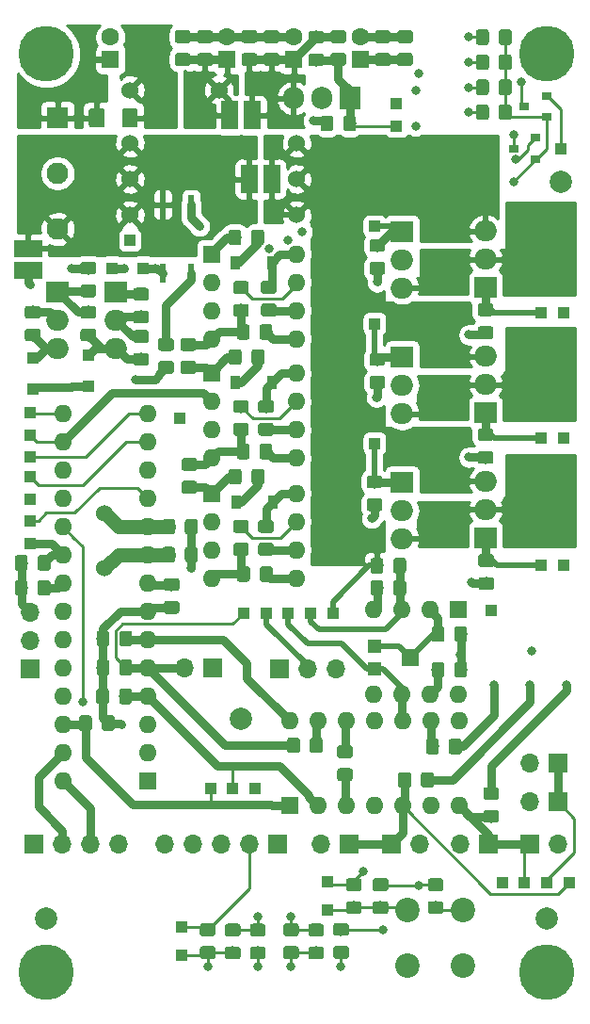
<source format=gbl>
G04 #@! TF.GenerationSoftware,KiCad,Pcbnew,(5.1.4)-1*
G04 #@! TF.CreationDate,2020-01-01T15:02:53-06:00*
G04 #@! TF.ProjectId,bldc_controller_v2,626c6463-5f63-46f6-9e74-726f6c6c6572,rev?*
G04 #@! TF.SameCoordinates,Original*
G04 #@! TF.FileFunction,Copper,L4,Bot*
G04 #@! TF.FilePolarity,Positive*
%FSLAX46Y46*%
G04 Gerber Fmt 4.6, Leading zero omitted, Abs format (unit mm)*
G04 Created by KiCad (PCBNEW (5.1.4)-1) date 2020-01-01 15:02:53*
%MOMM*%
%LPD*%
G04 APERTURE LIST*
%ADD10R,1.200000X1.200000*%
%ADD11R,1.500000X1.600000*%
%ADD12R,1.540000X2.540000*%
%ADD13R,0.900000X0.800000*%
%ADD14R,1.000000X1.000000*%
%ADD15C,2.000000*%
%ADD16O,1.700000X1.700000*%
%ADD17R,1.700000X1.700000*%
%ADD18R,0.590000X1.690000*%
%ADD19O,1.600000X1.600000*%
%ADD20R,1.600000X1.600000*%
%ADD21R,2.540000X1.540000*%
%ADD22C,1.950000*%
%ADD23R,1.950000X1.950000*%
%ADD24C,1.524000*%
%ADD25C,2.200000*%
%ADD26R,2.000000X1.905000*%
%ADD27O,2.000000X1.905000*%
%ADD28C,0.100000*%
%ADD29C,1.150000*%
%ADD30O,1.905000X2.000000*%
%ADD31R,1.905000X2.000000*%
%ADD32C,1.425000*%
%ADD33R,0.900000X1.200000*%
%ADD34R,1.100000X1.100000*%
%ADD35C,1.600000*%
%ADD36C,5.000000*%
%ADD37C,0.800000*%
%ADD38C,0.762000*%
%ADD39C,0.508000*%
%ADD40C,0.254000*%
%ADD41C,0.250000*%
%ADD42C,1.270000*%
G04 APERTURE END LIST*
D10*
X145750000Y-117500000D03*
X145750000Y-119500000D03*
D11*
X149000000Y-118500000D03*
D12*
X132750000Y-69750000D03*
X134750000Y-69750000D03*
D13*
X159250000Y-69000000D03*
X161250000Y-69950000D03*
X161250000Y-68050000D03*
D14*
X157250000Y-138750000D03*
X160750000Y-110250000D03*
X163250000Y-138750000D03*
X114750000Y-104250000D03*
D15*
X162500000Y-75750000D03*
D14*
X156250000Y-114250000D03*
X145750000Y-99250000D03*
X134000000Y-114500000D03*
X161250000Y-138750000D03*
X114750000Y-106250000D03*
X160750000Y-98750000D03*
X136000000Y-114500000D03*
X159250000Y-138750000D03*
X114750000Y-98500000D03*
X162750000Y-110250000D03*
X145750000Y-88500000D03*
X138000000Y-114500000D03*
X133000000Y-130250000D03*
X114750000Y-102250000D03*
X162500000Y-72750000D03*
D15*
X133750000Y-124000000D03*
D14*
X114750000Y-108250000D03*
X162750000Y-98750000D03*
X160750000Y-87500000D03*
X140000000Y-114500000D03*
X135000000Y-130250000D03*
X114750000Y-96500000D03*
X147750000Y-70750000D03*
X162750000Y-87500000D03*
X145750000Y-79750000D03*
X142000000Y-114500000D03*
X131000000Y-130250000D03*
X114750000Y-100500000D03*
X123750000Y-81000000D03*
D15*
X116250000Y-142000000D03*
D14*
X128250000Y-97000000D03*
D15*
X161250000Y-142000000D03*
D14*
X147750000Y-68750000D03*
D16*
X162290000Y-135250000D03*
D17*
X159750000Y-135250000D03*
D16*
X140960000Y-135250000D03*
D17*
X143500000Y-135250000D03*
D16*
X159710000Y-131500000D03*
D17*
X162250000Y-131500000D03*
D16*
X153460000Y-135250000D03*
D17*
X156000000Y-135250000D03*
D16*
X149790000Y-135250000D03*
D17*
X147250000Y-135250000D03*
D16*
X159710000Y-128000000D03*
D17*
X162250000Y-128000000D03*
D16*
X128660000Y-119400000D03*
D17*
X131200000Y-119400000D03*
D18*
X129250000Y-77790000D03*
X126710000Y-77790000D03*
X126710000Y-84000000D03*
X129250000Y-84000000D03*
D19*
X138750000Y-82250000D03*
X131130000Y-89870000D03*
X138750000Y-84790000D03*
X131130000Y-87330000D03*
X138750000Y-87330000D03*
X131130000Y-84790000D03*
X138750000Y-89870000D03*
D20*
X131130000Y-82250000D03*
D21*
X114600000Y-81750000D03*
X114600000Y-83750000D03*
D17*
X137000000Y-135250000D03*
D16*
X134460000Y-135250000D03*
X131920000Y-135250000D03*
X129380000Y-135250000D03*
X126840000Y-135250000D03*
D22*
X117250000Y-80000000D03*
X117250000Y-75000000D03*
D23*
X117250000Y-70000000D03*
D24*
X131750000Y-67500000D03*
X123750000Y-67500000D03*
X123750000Y-75500000D03*
X138750000Y-75500000D03*
X123750000Y-72250000D03*
X138750000Y-72250000D03*
X123750000Y-78750000D03*
X138750000Y-78750000D03*
D25*
X153700000Y-146200000D03*
X153700000Y-141200000D03*
X148700000Y-141200000D03*
X148700000Y-146200000D03*
D24*
X121500000Y-110440000D03*
X121500000Y-105560000D03*
D19*
X138720000Y-103750000D03*
X131100000Y-111370000D03*
X138720000Y-106290000D03*
X131100000Y-108830000D03*
X138720000Y-108830000D03*
X131100000Y-106290000D03*
X138720000Y-111370000D03*
D20*
X131100000Y-103750000D03*
D19*
X138720000Y-92960000D03*
X131100000Y-100580000D03*
X138720000Y-95500000D03*
X131100000Y-98040000D03*
X138720000Y-98040000D03*
X131100000Y-95500000D03*
X138720000Y-100580000D03*
D20*
X131100000Y-92960000D03*
D19*
X138100000Y-124180000D03*
X153340000Y-131800000D03*
X140640000Y-124180000D03*
X150800000Y-131800000D03*
X143180000Y-124180000D03*
X148260000Y-131800000D03*
X145720000Y-124180000D03*
X145720000Y-131800000D03*
X148260000Y-124180000D03*
X143180000Y-131800000D03*
X150800000Y-124180000D03*
X140640000Y-131800000D03*
X153340000Y-124180000D03*
D20*
X138100000Y-131800000D03*
X153300000Y-114200000D03*
D19*
X145680000Y-121820000D03*
X150760000Y-114200000D03*
X148220000Y-121820000D03*
X148220000Y-114200000D03*
X150760000Y-121820000D03*
X145680000Y-114200000D03*
X153300000Y-121820000D03*
D26*
X117250000Y-85650000D03*
D27*
X117250000Y-88190000D03*
X117250000Y-90730000D03*
D26*
X122500000Y-85650000D03*
D27*
X122500000Y-88190000D03*
X122500000Y-90730000D03*
D20*
X125350000Y-129600000D03*
D19*
X117730000Y-96580000D03*
X125350000Y-127060000D03*
X117730000Y-99120000D03*
X125350000Y-124520000D03*
X117730000Y-101660000D03*
X125350000Y-121980000D03*
X117730000Y-104200000D03*
X125350000Y-119440000D03*
X117730000Y-106740000D03*
X125350000Y-116900000D03*
X117730000Y-109280000D03*
X125350000Y-114360000D03*
X117730000Y-111820000D03*
X125350000Y-111820000D03*
X117730000Y-114360000D03*
X125350000Y-109280000D03*
X117730000Y-116900000D03*
X125350000Y-106740000D03*
X117730000Y-119440000D03*
X125350000Y-104200000D03*
X117730000Y-121980000D03*
X125350000Y-101660000D03*
X117730000Y-124520000D03*
X125350000Y-99120000D03*
X117730000Y-127060000D03*
X125350000Y-96580000D03*
X117730000Y-129600000D03*
D28*
G36*
X138824505Y-125701204D02*
G01*
X138848773Y-125704804D01*
X138872572Y-125710765D01*
X138895671Y-125719030D01*
X138917850Y-125729520D01*
X138938893Y-125742132D01*
X138958599Y-125756747D01*
X138976777Y-125773223D01*
X138993253Y-125791401D01*
X139007868Y-125811107D01*
X139020480Y-125832150D01*
X139030970Y-125854329D01*
X139039235Y-125877428D01*
X139045196Y-125901227D01*
X139048796Y-125925495D01*
X139050000Y-125949999D01*
X139050000Y-126850001D01*
X139048796Y-126874505D01*
X139045196Y-126898773D01*
X139039235Y-126922572D01*
X139030970Y-126945671D01*
X139020480Y-126967850D01*
X139007868Y-126988893D01*
X138993253Y-127008599D01*
X138976777Y-127026777D01*
X138958599Y-127043253D01*
X138938893Y-127057868D01*
X138917850Y-127070480D01*
X138895671Y-127080970D01*
X138872572Y-127089235D01*
X138848773Y-127095196D01*
X138824505Y-127098796D01*
X138800001Y-127100000D01*
X138149999Y-127100000D01*
X138125495Y-127098796D01*
X138101227Y-127095196D01*
X138077428Y-127089235D01*
X138054329Y-127080970D01*
X138032150Y-127070480D01*
X138011107Y-127057868D01*
X137991401Y-127043253D01*
X137973223Y-127026777D01*
X137956747Y-127008599D01*
X137942132Y-126988893D01*
X137929520Y-126967850D01*
X137919030Y-126945671D01*
X137910765Y-126922572D01*
X137904804Y-126898773D01*
X137901204Y-126874505D01*
X137900000Y-126850001D01*
X137900000Y-125949999D01*
X137901204Y-125925495D01*
X137904804Y-125901227D01*
X137910765Y-125877428D01*
X137919030Y-125854329D01*
X137929520Y-125832150D01*
X137942132Y-125811107D01*
X137956747Y-125791401D01*
X137973223Y-125773223D01*
X137991401Y-125756747D01*
X138011107Y-125742132D01*
X138032150Y-125729520D01*
X138054329Y-125719030D01*
X138077428Y-125710765D01*
X138101227Y-125704804D01*
X138125495Y-125701204D01*
X138149999Y-125700000D01*
X138800001Y-125700000D01*
X138824505Y-125701204D01*
X138824505Y-125701204D01*
G37*
D29*
X138475000Y-126400000D03*
D28*
G36*
X140874505Y-125701204D02*
G01*
X140898773Y-125704804D01*
X140922572Y-125710765D01*
X140945671Y-125719030D01*
X140967850Y-125729520D01*
X140988893Y-125742132D01*
X141008599Y-125756747D01*
X141026777Y-125773223D01*
X141043253Y-125791401D01*
X141057868Y-125811107D01*
X141070480Y-125832150D01*
X141080970Y-125854329D01*
X141089235Y-125877428D01*
X141095196Y-125901227D01*
X141098796Y-125925495D01*
X141100000Y-125949999D01*
X141100000Y-126850001D01*
X141098796Y-126874505D01*
X141095196Y-126898773D01*
X141089235Y-126922572D01*
X141080970Y-126945671D01*
X141070480Y-126967850D01*
X141057868Y-126988893D01*
X141043253Y-127008599D01*
X141026777Y-127026777D01*
X141008599Y-127043253D01*
X140988893Y-127057868D01*
X140967850Y-127070480D01*
X140945671Y-127080970D01*
X140922572Y-127089235D01*
X140898773Y-127095196D01*
X140874505Y-127098796D01*
X140850001Y-127100000D01*
X140199999Y-127100000D01*
X140175495Y-127098796D01*
X140151227Y-127095196D01*
X140127428Y-127089235D01*
X140104329Y-127080970D01*
X140082150Y-127070480D01*
X140061107Y-127057868D01*
X140041401Y-127043253D01*
X140023223Y-127026777D01*
X140006747Y-127008599D01*
X139992132Y-126988893D01*
X139979520Y-126967850D01*
X139969030Y-126945671D01*
X139960765Y-126922572D01*
X139954804Y-126898773D01*
X139951204Y-126874505D01*
X139950000Y-126850001D01*
X139950000Y-125949999D01*
X139951204Y-125925495D01*
X139954804Y-125901227D01*
X139960765Y-125877428D01*
X139969030Y-125854329D01*
X139979520Y-125832150D01*
X139992132Y-125811107D01*
X140006747Y-125791401D01*
X140023223Y-125773223D01*
X140041401Y-125756747D01*
X140061107Y-125742132D01*
X140082150Y-125729520D01*
X140104329Y-125719030D01*
X140127428Y-125710765D01*
X140151227Y-125704804D01*
X140175495Y-125701204D01*
X140199999Y-125700000D01*
X140850001Y-125700000D01*
X140874505Y-125701204D01*
X140874505Y-125701204D01*
G37*
D29*
X140525000Y-126400000D03*
D28*
G36*
X148824505Y-128801204D02*
G01*
X148848773Y-128804804D01*
X148872572Y-128810765D01*
X148895671Y-128819030D01*
X148917850Y-128829520D01*
X148938893Y-128842132D01*
X148958599Y-128856747D01*
X148976777Y-128873223D01*
X148993253Y-128891401D01*
X149007868Y-128911107D01*
X149020480Y-128932150D01*
X149030970Y-128954329D01*
X149039235Y-128977428D01*
X149045196Y-129001227D01*
X149048796Y-129025495D01*
X149050000Y-129049999D01*
X149050000Y-129950001D01*
X149048796Y-129974505D01*
X149045196Y-129998773D01*
X149039235Y-130022572D01*
X149030970Y-130045671D01*
X149020480Y-130067850D01*
X149007868Y-130088893D01*
X148993253Y-130108599D01*
X148976777Y-130126777D01*
X148958599Y-130143253D01*
X148938893Y-130157868D01*
X148917850Y-130170480D01*
X148895671Y-130180970D01*
X148872572Y-130189235D01*
X148848773Y-130195196D01*
X148824505Y-130198796D01*
X148800001Y-130200000D01*
X148149999Y-130200000D01*
X148125495Y-130198796D01*
X148101227Y-130195196D01*
X148077428Y-130189235D01*
X148054329Y-130180970D01*
X148032150Y-130170480D01*
X148011107Y-130157868D01*
X147991401Y-130143253D01*
X147973223Y-130126777D01*
X147956747Y-130108599D01*
X147942132Y-130088893D01*
X147929520Y-130067850D01*
X147919030Y-130045671D01*
X147910765Y-130022572D01*
X147904804Y-129998773D01*
X147901204Y-129974505D01*
X147900000Y-129950001D01*
X147900000Y-129049999D01*
X147901204Y-129025495D01*
X147904804Y-129001227D01*
X147910765Y-128977428D01*
X147919030Y-128954329D01*
X147929520Y-128932150D01*
X147942132Y-128911107D01*
X147956747Y-128891401D01*
X147973223Y-128873223D01*
X147991401Y-128856747D01*
X148011107Y-128842132D01*
X148032150Y-128829520D01*
X148054329Y-128819030D01*
X148077428Y-128810765D01*
X148101227Y-128804804D01*
X148125495Y-128801204D01*
X148149999Y-128800000D01*
X148800001Y-128800000D01*
X148824505Y-128801204D01*
X148824505Y-128801204D01*
G37*
D29*
X148475000Y-129500000D03*
D28*
G36*
X150874505Y-128801204D02*
G01*
X150898773Y-128804804D01*
X150922572Y-128810765D01*
X150945671Y-128819030D01*
X150967850Y-128829520D01*
X150988893Y-128842132D01*
X151008599Y-128856747D01*
X151026777Y-128873223D01*
X151043253Y-128891401D01*
X151057868Y-128911107D01*
X151070480Y-128932150D01*
X151080970Y-128954329D01*
X151089235Y-128977428D01*
X151095196Y-129001227D01*
X151098796Y-129025495D01*
X151100000Y-129049999D01*
X151100000Y-129950001D01*
X151098796Y-129974505D01*
X151095196Y-129998773D01*
X151089235Y-130022572D01*
X151080970Y-130045671D01*
X151070480Y-130067850D01*
X151057868Y-130088893D01*
X151043253Y-130108599D01*
X151026777Y-130126777D01*
X151008599Y-130143253D01*
X150988893Y-130157868D01*
X150967850Y-130170480D01*
X150945671Y-130180970D01*
X150922572Y-130189235D01*
X150898773Y-130195196D01*
X150874505Y-130198796D01*
X150850001Y-130200000D01*
X150199999Y-130200000D01*
X150175495Y-130198796D01*
X150151227Y-130195196D01*
X150127428Y-130189235D01*
X150104329Y-130180970D01*
X150082150Y-130170480D01*
X150061107Y-130157868D01*
X150041401Y-130143253D01*
X150023223Y-130126777D01*
X150006747Y-130108599D01*
X149992132Y-130088893D01*
X149979520Y-130067850D01*
X149969030Y-130045671D01*
X149960765Y-130022572D01*
X149954804Y-129998773D01*
X149951204Y-129974505D01*
X149950000Y-129950001D01*
X149950000Y-129049999D01*
X149951204Y-129025495D01*
X149954804Y-129001227D01*
X149960765Y-128977428D01*
X149969030Y-128954329D01*
X149979520Y-128932150D01*
X149992132Y-128911107D01*
X150006747Y-128891401D01*
X150023223Y-128873223D01*
X150041401Y-128856747D01*
X150061107Y-128842132D01*
X150082150Y-128829520D01*
X150104329Y-128819030D01*
X150127428Y-128810765D01*
X150151227Y-128804804D01*
X150175495Y-128801204D01*
X150199999Y-128800000D01*
X150850001Y-128800000D01*
X150874505Y-128801204D01*
X150874505Y-128801204D01*
G37*
D29*
X150525000Y-129500000D03*
D28*
G36*
X151324505Y-125801204D02*
G01*
X151348773Y-125804804D01*
X151372572Y-125810765D01*
X151395671Y-125819030D01*
X151417850Y-125829520D01*
X151438893Y-125842132D01*
X151458599Y-125856747D01*
X151476777Y-125873223D01*
X151493253Y-125891401D01*
X151507868Y-125911107D01*
X151520480Y-125932150D01*
X151530970Y-125954329D01*
X151539235Y-125977428D01*
X151545196Y-126001227D01*
X151548796Y-126025495D01*
X151550000Y-126049999D01*
X151550000Y-126950001D01*
X151548796Y-126974505D01*
X151545196Y-126998773D01*
X151539235Y-127022572D01*
X151530970Y-127045671D01*
X151520480Y-127067850D01*
X151507868Y-127088893D01*
X151493253Y-127108599D01*
X151476777Y-127126777D01*
X151458599Y-127143253D01*
X151438893Y-127157868D01*
X151417850Y-127170480D01*
X151395671Y-127180970D01*
X151372572Y-127189235D01*
X151348773Y-127195196D01*
X151324505Y-127198796D01*
X151300001Y-127200000D01*
X150649999Y-127200000D01*
X150625495Y-127198796D01*
X150601227Y-127195196D01*
X150577428Y-127189235D01*
X150554329Y-127180970D01*
X150532150Y-127170480D01*
X150511107Y-127157868D01*
X150491401Y-127143253D01*
X150473223Y-127126777D01*
X150456747Y-127108599D01*
X150442132Y-127088893D01*
X150429520Y-127067850D01*
X150419030Y-127045671D01*
X150410765Y-127022572D01*
X150404804Y-126998773D01*
X150401204Y-126974505D01*
X150400000Y-126950001D01*
X150400000Y-126049999D01*
X150401204Y-126025495D01*
X150404804Y-126001227D01*
X150410765Y-125977428D01*
X150419030Y-125954329D01*
X150429520Y-125932150D01*
X150442132Y-125911107D01*
X150456747Y-125891401D01*
X150473223Y-125873223D01*
X150491401Y-125856747D01*
X150511107Y-125842132D01*
X150532150Y-125829520D01*
X150554329Y-125819030D01*
X150577428Y-125810765D01*
X150601227Y-125804804D01*
X150625495Y-125801204D01*
X150649999Y-125800000D01*
X151300001Y-125800000D01*
X151324505Y-125801204D01*
X151324505Y-125801204D01*
G37*
D29*
X150975000Y-126500000D03*
D28*
G36*
X153374505Y-125801204D02*
G01*
X153398773Y-125804804D01*
X153422572Y-125810765D01*
X153445671Y-125819030D01*
X153467850Y-125829520D01*
X153488893Y-125842132D01*
X153508599Y-125856747D01*
X153526777Y-125873223D01*
X153543253Y-125891401D01*
X153557868Y-125911107D01*
X153570480Y-125932150D01*
X153580970Y-125954329D01*
X153589235Y-125977428D01*
X153595196Y-126001227D01*
X153598796Y-126025495D01*
X153600000Y-126049999D01*
X153600000Y-126950001D01*
X153598796Y-126974505D01*
X153595196Y-126998773D01*
X153589235Y-127022572D01*
X153580970Y-127045671D01*
X153570480Y-127067850D01*
X153557868Y-127088893D01*
X153543253Y-127108599D01*
X153526777Y-127126777D01*
X153508599Y-127143253D01*
X153488893Y-127157868D01*
X153467850Y-127170480D01*
X153445671Y-127180970D01*
X153422572Y-127189235D01*
X153398773Y-127195196D01*
X153374505Y-127198796D01*
X153350001Y-127200000D01*
X152699999Y-127200000D01*
X152675495Y-127198796D01*
X152651227Y-127195196D01*
X152627428Y-127189235D01*
X152604329Y-127180970D01*
X152582150Y-127170480D01*
X152561107Y-127157868D01*
X152541401Y-127143253D01*
X152523223Y-127126777D01*
X152506747Y-127108599D01*
X152492132Y-127088893D01*
X152479520Y-127067850D01*
X152469030Y-127045671D01*
X152460765Y-127022572D01*
X152454804Y-126998773D01*
X152451204Y-126974505D01*
X152450000Y-126950001D01*
X152450000Y-126049999D01*
X152451204Y-126025495D01*
X152454804Y-126001227D01*
X152460765Y-125977428D01*
X152469030Y-125954329D01*
X152479520Y-125932150D01*
X152492132Y-125911107D01*
X152506747Y-125891401D01*
X152523223Y-125873223D01*
X152541401Y-125856747D01*
X152561107Y-125842132D01*
X152582150Y-125829520D01*
X152604329Y-125819030D01*
X152627428Y-125810765D01*
X152651227Y-125804804D01*
X152675495Y-125801204D01*
X152699999Y-125800000D01*
X153350001Y-125800000D01*
X153374505Y-125801204D01*
X153374505Y-125801204D01*
G37*
D29*
X153025000Y-126500000D03*
D28*
G36*
X156724505Y-132201204D02*
G01*
X156748773Y-132204804D01*
X156772572Y-132210765D01*
X156795671Y-132219030D01*
X156817850Y-132229520D01*
X156838893Y-132242132D01*
X156858599Y-132256747D01*
X156876777Y-132273223D01*
X156893253Y-132291401D01*
X156907868Y-132311107D01*
X156920480Y-132332150D01*
X156930970Y-132354329D01*
X156939235Y-132377428D01*
X156945196Y-132401227D01*
X156948796Y-132425495D01*
X156950000Y-132449999D01*
X156950000Y-133100001D01*
X156948796Y-133124505D01*
X156945196Y-133148773D01*
X156939235Y-133172572D01*
X156930970Y-133195671D01*
X156920480Y-133217850D01*
X156907868Y-133238893D01*
X156893253Y-133258599D01*
X156876777Y-133276777D01*
X156858599Y-133293253D01*
X156838893Y-133307868D01*
X156817850Y-133320480D01*
X156795671Y-133330970D01*
X156772572Y-133339235D01*
X156748773Y-133345196D01*
X156724505Y-133348796D01*
X156700001Y-133350000D01*
X155799999Y-133350000D01*
X155775495Y-133348796D01*
X155751227Y-133345196D01*
X155727428Y-133339235D01*
X155704329Y-133330970D01*
X155682150Y-133320480D01*
X155661107Y-133307868D01*
X155641401Y-133293253D01*
X155623223Y-133276777D01*
X155606747Y-133258599D01*
X155592132Y-133238893D01*
X155579520Y-133217850D01*
X155569030Y-133195671D01*
X155560765Y-133172572D01*
X155554804Y-133148773D01*
X155551204Y-133124505D01*
X155550000Y-133100001D01*
X155550000Y-132449999D01*
X155551204Y-132425495D01*
X155554804Y-132401227D01*
X155560765Y-132377428D01*
X155569030Y-132354329D01*
X155579520Y-132332150D01*
X155592132Y-132311107D01*
X155606747Y-132291401D01*
X155623223Y-132273223D01*
X155641401Y-132256747D01*
X155661107Y-132242132D01*
X155682150Y-132229520D01*
X155704329Y-132219030D01*
X155727428Y-132210765D01*
X155751227Y-132204804D01*
X155775495Y-132201204D01*
X155799999Y-132200000D01*
X156700001Y-132200000D01*
X156724505Y-132201204D01*
X156724505Y-132201204D01*
G37*
D29*
X156250000Y-132775000D03*
D28*
G36*
X156724505Y-130151204D02*
G01*
X156748773Y-130154804D01*
X156772572Y-130160765D01*
X156795671Y-130169030D01*
X156817850Y-130179520D01*
X156838893Y-130192132D01*
X156858599Y-130206747D01*
X156876777Y-130223223D01*
X156893253Y-130241401D01*
X156907868Y-130261107D01*
X156920480Y-130282150D01*
X156930970Y-130304329D01*
X156939235Y-130327428D01*
X156945196Y-130351227D01*
X156948796Y-130375495D01*
X156950000Y-130399999D01*
X156950000Y-131050001D01*
X156948796Y-131074505D01*
X156945196Y-131098773D01*
X156939235Y-131122572D01*
X156930970Y-131145671D01*
X156920480Y-131167850D01*
X156907868Y-131188893D01*
X156893253Y-131208599D01*
X156876777Y-131226777D01*
X156858599Y-131243253D01*
X156838893Y-131257868D01*
X156817850Y-131270480D01*
X156795671Y-131280970D01*
X156772572Y-131289235D01*
X156748773Y-131295196D01*
X156724505Y-131298796D01*
X156700001Y-131300000D01*
X155799999Y-131300000D01*
X155775495Y-131298796D01*
X155751227Y-131295196D01*
X155727428Y-131289235D01*
X155704329Y-131280970D01*
X155682150Y-131270480D01*
X155661107Y-131257868D01*
X155641401Y-131243253D01*
X155623223Y-131226777D01*
X155606747Y-131208599D01*
X155592132Y-131188893D01*
X155579520Y-131167850D01*
X155569030Y-131145671D01*
X155560765Y-131122572D01*
X155554804Y-131098773D01*
X155551204Y-131074505D01*
X155550000Y-131050001D01*
X155550000Y-130399999D01*
X155551204Y-130375495D01*
X155554804Y-130351227D01*
X155560765Y-130327428D01*
X155569030Y-130304329D01*
X155579520Y-130282150D01*
X155592132Y-130261107D01*
X155606747Y-130241401D01*
X155623223Y-130223223D01*
X155641401Y-130206747D01*
X155661107Y-130192132D01*
X155682150Y-130179520D01*
X155704329Y-130169030D01*
X155727428Y-130160765D01*
X155751227Y-130154804D01*
X155775495Y-130151204D01*
X155799999Y-130150000D01*
X156700001Y-130150000D01*
X156724505Y-130151204D01*
X156724505Y-130151204D01*
G37*
D29*
X156250000Y-130725000D03*
D28*
G36*
X134324505Y-110301204D02*
G01*
X134348773Y-110304804D01*
X134372572Y-110310765D01*
X134395671Y-110319030D01*
X134417850Y-110329520D01*
X134438893Y-110342132D01*
X134458599Y-110356747D01*
X134476777Y-110373223D01*
X134493253Y-110391401D01*
X134507868Y-110411107D01*
X134520480Y-110432150D01*
X134530970Y-110454329D01*
X134539235Y-110477428D01*
X134545196Y-110501227D01*
X134548796Y-110525495D01*
X134550000Y-110549999D01*
X134550000Y-111450001D01*
X134548796Y-111474505D01*
X134545196Y-111498773D01*
X134539235Y-111522572D01*
X134530970Y-111545671D01*
X134520480Y-111567850D01*
X134507868Y-111588893D01*
X134493253Y-111608599D01*
X134476777Y-111626777D01*
X134458599Y-111643253D01*
X134438893Y-111657868D01*
X134417850Y-111670480D01*
X134395671Y-111680970D01*
X134372572Y-111689235D01*
X134348773Y-111695196D01*
X134324505Y-111698796D01*
X134300001Y-111700000D01*
X133649999Y-111700000D01*
X133625495Y-111698796D01*
X133601227Y-111695196D01*
X133577428Y-111689235D01*
X133554329Y-111680970D01*
X133532150Y-111670480D01*
X133511107Y-111657868D01*
X133491401Y-111643253D01*
X133473223Y-111626777D01*
X133456747Y-111608599D01*
X133442132Y-111588893D01*
X133429520Y-111567850D01*
X133419030Y-111545671D01*
X133410765Y-111522572D01*
X133404804Y-111498773D01*
X133401204Y-111474505D01*
X133400000Y-111450001D01*
X133400000Y-110549999D01*
X133401204Y-110525495D01*
X133404804Y-110501227D01*
X133410765Y-110477428D01*
X133419030Y-110454329D01*
X133429520Y-110432150D01*
X133442132Y-110411107D01*
X133456747Y-110391401D01*
X133473223Y-110373223D01*
X133491401Y-110356747D01*
X133511107Y-110342132D01*
X133532150Y-110329520D01*
X133554329Y-110319030D01*
X133577428Y-110310765D01*
X133601227Y-110304804D01*
X133625495Y-110301204D01*
X133649999Y-110300000D01*
X134300001Y-110300000D01*
X134324505Y-110301204D01*
X134324505Y-110301204D01*
G37*
D29*
X133975000Y-111000000D03*
D28*
G36*
X136374505Y-110301204D02*
G01*
X136398773Y-110304804D01*
X136422572Y-110310765D01*
X136445671Y-110319030D01*
X136467850Y-110329520D01*
X136488893Y-110342132D01*
X136508599Y-110356747D01*
X136526777Y-110373223D01*
X136543253Y-110391401D01*
X136557868Y-110411107D01*
X136570480Y-110432150D01*
X136580970Y-110454329D01*
X136589235Y-110477428D01*
X136595196Y-110501227D01*
X136598796Y-110525495D01*
X136600000Y-110549999D01*
X136600000Y-111450001D01*
X136598796Y-111474505D01*
X136595196Y-111498773D01*
X136589235Y-111522572D01*
X136580970Y-111545671D01*
X136570480Y-111567850D01*
X136557868Y-111588893D01*
X136543253Y-111608599D01*
X136526777Y-111626777D01*
X136508599Y-111643253D01*
X136488893Y-111657868D01*
X136467850Y-111670480D01*
X136445671Y-111680970D01*
X136422572Y-111689235D01*
X136398773Y-111695196D01*
X136374505Y-111698796D01*
X136350001Y-111700000D01*
X135699999Y-111700000D01*
X135675495Y-111698796D01*
X135651227Y-111695196D01*
X135627428Y-111689235D01*
X135604329Y-111680970D01*
X135582150Y-111670480D01*
X135561107Y-111657868D01*
X135541401Y-111643253D01*
X135523223Y-111626777D01*
X135506747Y-111608599D01*
X135492132Y-111588893D01*
X135479520Y-111567850D01*
X135469030Y-111545671D01*
X135460765Y-111522572D01*
X135454804Y-111498773D01*
X135451204Y-111474505D01*
X135450000Y-111450001D01*
X135450000Y-110549999D01*
X135451204Y-110525495D01*
X135454804Y-110501227D01*
X135460765Y-110477428D01*
X135469030Y-110454329D01*
X135479520Y-110432150D01*
X135492132Y-110411107D01*
X135506747Y-110391401D01*
X135523223Y-110373223D01*
X135541401Y-110356747D01*
X135561107Y-110342132D01*
X135582150Y-110329520D01*
X135604329Y-110319030D01*
X135627428Y-110310765D01*
X135651227Y-110304804D01*
X135675495Y-110301204D01*
X135699999Y-110300000D01*
X136350001Y-110300000D01*
X136374505Y-110301204D01*
X136374505Y-110301204D01*
G37*
D29*
X136025000Y-111000000D03*
D28*
G36*
X134224505Y-106151204D02*
G01*
X134248773Y-106154804D01*
X134272572Y-106160765D01*
X134295671Y-106169030D01*
X134317850Y-106179520D01*
X134338893Y-106192132D01*
X134358599Y-106206747D01*
X134376777Y-106223223D01*
X134393253Y-106241401D01*
X134407868Y-106261107D01*
X134420480Y-106282150D01*
X134430970Y-106304329D01*
X134439235Y-106327428D01*
X134445196Y-106351227D01*
X134448796Y-106375495D01*
X134450000Y-106399999D01*
X134450000Y-107050001D01*
X134448796Y-107074505D01*
X134445196Y-107098773D01*
X134439235Y-107122572D01*
X134430970Y-107145671D01*
X134420480Y-107167850D01*
X134407868Y-107188893D01*
X134393253Y-107208599D01*
X134376777Y-107226777D01*
X134358599Y-107243253D01*
X134338893Y-107257868D01*
X134317850Y-107270480D01*
X134295671Y-107280970D01*
X134272572Y-107289235D01*
X134248773Y-107295196D01*
X134224505Y-107298796D01*
X134200001Y-107300000D01*
X133299999Y-107300000D01*
X133275495Y-107298796D01*
X133251227Y-107295196D01*
X133227428Y-107289235D01*
X133204329Y-107280970D01*
X133182150Y-107270480D01*
X133161107Y-107257868D01*
X133141401Y-107243253D01*
X133123223Y-107226777D01*
X133106747Y-107208599D01*
X133092132Y-107188893D01*
X133079520Y-107167850D01*
X133069030Y-107145671D01*
X133060765Y-107122572D01*
X133054804Y-107098773D01*
X133051204Y-107074505D01*
X133050000Y-107050001D01*
X133050000Y-106399999D01*
X133051204Y-106375495D01*
X133054804Y-106351227D01*
X133060765Y-106327428D01*
X133069030Y-106304329D01*
X133079520Y-106282150D01*
X133092132Y-106261107D01*
X133106747Y-106241401D01*
X133123223Y-106223223D01*
X133141401Y-106206747D01*
X133161107Y-106192132D01*
X133182150Y-106179520D01*
X133204329Y-106169030D01*
X133227428Y-106160765D01*
X133251227Y-106154804D01*
X133275495Y-106151204D01*
X133299999Y-106150000D01*
X134200001Y-106150000D01*
X134224505Y-106151204D01*
X134224505Y-106151204D01*
G37*
D29*
X133750000Y-106725000D03*
D28*
G36*
X134224505Y-108201204D02*
G01*
X134248773Y-108204804D01*
X134272572Y-108210765D01*
X134295671Y-108219030D01*
X134317850Y-108229520D01*
X134338893Y-108242132D01*
X134358599Y-108256747D01*
X134376777Y-108273223D01*
X134393253Y-108291401D01*
X134407868Y-108311107D01*
X134420480Y-108332150D01*
X134430970Y-108354329D01*
X134439235Y-108377428D01*
X134445196Y-108401227D01*
X134448796Y-108425495D01*
X134450000Y-108449999D01*
X134450000Y-109100001D01*
X134448796Y-109124505D01*
X134445196Y-109148773D01*
X134439235Y-109172572D01*
X134430970Y-109195671D01*
X134420480Y-109217850D01*
X134407868Y-109238893D01*
X134393253Y-109258599D01*
X134376777Y-109276777D01*
X134358599Y-109293253D01*
X134338893Y-109307868D01*
X134317850Y-109320480D01*
X134295671Y-109330970D01*
X134272572Y-109339235D01*
X134248773Y-109345196D01*
X134224505Y-109348796D01*
X134200001Y-109350000D01*
X133299999Y-109350000D01*
X133275495Y-109348796D01*
X133251227Y-109345196D01*
X133227428Y-109339235D01*
X133204329Y-109330970D01*
X133182150Y-109320480D01*
X133161107Y-109307868D01*
X133141401Y-109293253D01*
X133123223Y-109276777D01*
X133106747Y-109258599D01*
X133092132Y-109238893D01*
X133079520Y-109217850D01*
X133069030Y-109195671D01*
X133060765Y-109172572D01*
X133054804Y-109148773D01*
X133051204Y-109124505D01*
X133050000Y-109100001D01*
X133050000Y-108449999D01*
X133051204Y-108425495D01*
X133054804Y-108401227D01*
X133060765Y-108377428D01*
X133069030Y-108354329D01*
X133079520Y-108332150D01*
X133092132Y-108311107D01*
X133106747Y-108291401D01*
X133123223Y-108273223D01*
X133141401Y-108256747D01*
X133161107Y-108242132D01*
X133182150Y-108229520D01*
X133204329Y-108219030D01*
X133227428Y-108210765D01*
X133251227Y-108204804D01*
X133275495Y-108201204D01*
X133299999Y-108200000D01*
X134200001Y-108200000D01*
X134224505Y-108201204D01*
X134224505Y-108201204D01*
G37*
D29*
X133750000Y-108775000D03*
D28*
G36*
X136349505Y-99301204D02*
G01*
X136373773Y-99304804D01*
X136397572Y-99310765D01*
X136420671Y-99319030D01*
X136442850Y-99329520D01*
X136463893Y-99342132D01*
X136483599Y-99356747D01*
X136501777Y-99373223D01*
X136518253Y-99391401D01*
X136532868Y-99411107D01*
X136545480Y-99432150D01*
X136555970Y-99454329D01*
X136564235Y-99477428D01*
X136570196Y-99501227D01*
X136573796Y-99525495D01*
X136575000Y-99549999D01*
X136575000Y-100450001D01*
X136573796Y-100474505D01*
X136570196Y-100498773D01*
X136564235Y-100522572D01*
X136555970Y-100545671D01*
X136545480Y-100567850D01*
X136532868Y-100588893D01*
X136518253Y-100608599D01*
X136501777Y-100626777D01*
X136483599Y-100643253D01*
X136463893Y-100657868D01*
X136442850Y-100670480D01*
X136420671Y-100680970D01*
X136397572Y-100689235D01*
X136373773Y-100695196D01*
X136349505Y-100698796D01*
X136325001Y-100700000D01*
X135674999Y-100700000D01*
X135650495Y-100698796D01*
X135626227Y-100695196D01*
X135602428Y-100689235D01*
X135579329Y-100680970D01*
X135557150Y-100670480D01*
X135536107Y-100657868D01*
X135516401Y-100643253D01*
X135498223Y-100626777D01*
X135481747Y-100608599D01*
X135467132Y-100588893D01*
X135454520Y-100567850D01*
X135444030Y-100545671D01*
X135435765Y-100522572D01*
X135429804Y-100498773D01*
X135426204Y-100474505D01*
X135425000Y-100450001D01*
X135425000Y-99549999D01*
X135426204Y-99525495D01*
X135429804Y-99501227D01*
X135435765Y-99477428D01*
X135444030Y-99454329D01*
X135454520Y-99432150D01*
X135467132Y-99411107D01*
X135481747Y-99391401D01*
X135498223Y-99373223D01*
X135516401Y-99356747D01*
X135536107Y-99342132D01*
X135557150Y-99329520D01*
X135579329Y-99319030D01*
X135602428Y-99310765D01*
X135626227Y-99304804D01*
X135650495Y-99301204D01*
X135674999Y-99300000D01*
X136325001Y-99300000D01*
X136349505Y-99301204D01*
X136349505Y-99301204D01*
G37*
D29*
X136000000Y-100000000D03*
D28*
G36*
X134299505Y-99301204D02*
G01*
X134323773Y-99304804D01*
X134347572Y-99310765D01*
X134370671Y-99319030D01*
X134392850Y-99329520D01*
X134413893Y-99342132D01*
X134433599Y-99356747D01*
X134451777Y-99373223D01*
X134468253Y-99391401D01*
X134482868Y-99411107D01*
X134495480Y-99432150D01*
X134505970Y-99454329D01*
X134514235Y-99477428D01*
X134520196Y-99501227D01*
X134523796Y-99525495D01*
X134525000Y-99549999D01*
X134525000Y-100450001D01*
X134523796Y-100474505D01*
X134520196Y-100498773D01*
X134514235Y-100522572D01*
X134505970Y-100545671D01*
X134495480Y-100567850D01*
X134482868Y-100588893D01*
X134468253Y-100608599D01*
X134451777Y-100626777D01*
X134433599Y-100643253D01*
X134413893Y-100657868D01*
X134392850Y-100670480D01*
X134370671Y-100680970D01*
X134347572Y-100689235D01*
X134323773Y-100695196D01*
X134299505Y-100698796D01*
X134275001Y-100700000D01*
X133624999Y-100700000D01*
X133600495Y-100698796D01*
X133576227Y-100695196D01*
X133552428Y-100689235D01*
X133529329Y-100680970D01*
X133507150Y-100670480D01*
X133486107Y-100657868D01*
X133466401Y-100643253D01*
X133448223Y-100626777D01*
X133431747Y-100608599D01*
X133417132Y-100588893D01*
X133404520Y-100567850D01*
X133394030Y-100545671D01*
X133385765Y-100522572D01*
X133379804Y-100498773D01*
X133376204Y-100474505D01*
X133375000Y-100450001D01*
X133375000Y-99549999D01*
X133376204Y-99525495D01*
X133379804Y-99501227D01*
X133385765Y-99477428D01*
X133394030Y-99454329D01*
X133404520Y-99432150D01*
X133417132Y-99411107D01*
X133431747Y-99391401D01*
X133448223Y-99373223D01*
X133466401Y-99356747D01*
X133486107Y-99342132D01*
X133507150Y-99329520D01*
X133529329Y-99319030D01*
X133552428Y-99310765D01*
X133576227Y-99304804D01*
X133600495Y-99301204D01*
X133624999Y-99300000D01*
X134275001Y-99300000D01*
X134299505Y-99301204D01*
X134299505Y-99301204D01*
G37*
D29*
X133950000Y-100000000D03*
D28*
G36*
X134224505Y-97426204D02*
G01*
X134248773Y-97429804D01*
X134272572Y-97435765D01*
X134295671Y-97444030D01*
X134317850Y-97454520D01*
X134338893Y-97467132D01*
X134358599Y-97481747D01*
X134376777Y-97498223D01*
X134393253Y-97516401D01*
X134407868Y-97536107D01*
X134420480Y-97557150D01*
X134430970Y-97579329D01*
X134439235Y-97602428D01*
X134445196Y-97626227D01*
X134448796Y-97650495D01*
X134450000Y-97674999D01*
X134450000Y-98325001D01*
X134448796Y-98349505D01*
X134445196Y-98373773D01*
X134439235Y-98397572D01*
X134430970Y-98420671D01*
X134420480Y-98442850D01*
X134407868Y-98463893D01*
X134393253Y-98483599D01*
X134376777Y-98501777D01*
X134358599Y-98518253D01*
X134338893Y-98532868D01*
X134317850Y-98545480D01*
X134295671Y-98555970D01*
X134272572Y-98564235D01*
X134248773Y-98570196D01*
X134224505Y-98573796D01*
X134200001Y-98575000D01*
X133299999Y-98575000D01*
X133275495Y-98573796D01*
X133251227Y-98570196D01*
X133227428Y-98564235D01*
X133204329Y-98555970D01*
X133182150Y-98545480D01*
X133161107Y-98532868D01*
X133141401Y-98518253D01*
X133123223Y-98501777D01*
X133106747Y-98483599D01*
X133092132Y-98463893D01*
X133079520Y-98442850D01*
X133069030Y-98420671D01*
X133060765Y-98397572D01*
X133054804Y-98373773D01*
X133051204Y-98349505D01*
X133050000Y-98325001D01*
X133050000Y-97674999D01*
X133051204Y-97650495D01*
X133054804Y-97626227D01*
X133060765Y-97602428D01*
X133069030Y-97579329D01*
X133079520Y-97557150D01*
X133092132Y-97536107D01*
X133106747Y-97516401D01*
X133123223Y-97498223D01*
X133141401Y-97481747D01*
X133161107Y-97467132D01*
X133182150Y-97454520D01*
X133204329Y-97444030D01*
X133227428Y-97435765D01*
X133251227Y-97429804D01*
X133275495Y-97426204D01*
X133299999Y-97425000D01*
X134200001Y-97425000D01*
X134224505Y-97426204D01*
X134224505Y-97426204D01*
G37*
D29*
X133750000Y-98000000D03*
D28*
G36*
X134224505Y-95376204D02*
G01*
X134248773Y-95379804D01*
X134272572Y-95385765D01*
X134295671Y-95394030D01*
X134317850Y-95404520D01*
X134338893Y-95417132D01*
X134358599Y-95431747D01*
X134376777Y-95448223D01*
X134393253Y-95466401D01*
X134407868Y-95486107D01*
X134420480Y-95507150D01*
X134430970Y-95529329D01*
X134439235Y-95552428D01*
X134445196Y-95576227D01*
X134448796Y-95600495D01*
X134450000Y-95624999D01*
X134450000Y-96275001D01*
X134448796Y-96299505D01*
X134445196Y-96323773D01*
X134439235Y-96347572D01*
X134430970Y-96370671D01*
X134420480Y-96392850D01*
X134407868Y-96413893D01*
X134393253Y-96433599D01*
X134376777Y-96451777D01*
X134358599Y-96468253D01*
X134338893Y-96482868D01*
X134317850Y-96495480D01*
X134295671Y-96505970D01*
X134272572Y-96514235D01*
X134248773Y-96520196D01*
X134224505Y-96523796D01*
X134200001Y-96525000D01*
X133299999Y-96525000D01*
X133275495Y-96523796D01*
X133251227Y-96520196D01*
X133227428Y-96514235D01*
X133204329Y-96505970D01*
X133182150Y-96495480D01*
X133161107Y-96482868D01*
X133141401Y-96468253D01*
X133123223Y-96451777D01*
X133106747Y-96433599D01*
X133092132Y-96413893D01*
X133079520Y-96392850D01*
X133069030Y-96370671D01*
X133060765Y-96347572D01*
X133054804Y-96323773D01*
X133051204Y-96299505D01*
X133050000Y-96275001D01*
X133050000Y-95624999D01*
X133051204Y-95600495D01*
X133054804Y-95576227D01*
X133060765Y-95552428D01*
X133069030Y-95529329D01*
X133079520Y-95507150D01*
X133092132Y-95486107D01*
X133106747Y-95466401D01*
X133123223Y-95448223D01*
X133141401Y-95431747D01*
X133161107Y-95417132D01*
X133182150Y-95404520D01*
X133204329Y-95394030D01*
X133227428Y-95385765D01*
X133251227Y-95379804D01*
X133275495Y-95376204D01*
X133299999Y-95375000D01*
X134200001Y-95375000D01*
X134224505Y-95376204D01*
X134224505Y-95376204D01*
G37*
D29*
X133750000Y-95950000D03*
D28*
G36*
X134299505Y-88551204D02*
G01*
X134323773Y-88554804D01*
X134347572Y-88560765D01*
X134370671Y-88569030D01*
X134392850Y-88579520D01*
X134413893Y-88592132D01*
X134433599Y-88606747D01*
X134451777Y-88623223D01*
X134468253Y-88641401D01*
X134482868Y-88661107D01*
X134495480Y-88682150D01*
X134505970Y-88704329D01*
X134514235Y-88727428D01*
X134520196Y-88751227D01*
X134523796Y-88775495D01*
X134525000Y-88799999D01*
X134525000Y-89700001D01*
X134523796Y-89724505D01*
X134520196Y-89748773D01*
X134514235Y-89772572D01*
X134505970Y-89795671D01*
X134495480Y-89817850D01*
X134482868Y-89838893D01*
X134468253Y-89858599D01*
X134451777Y-89876777D01*
X134433599Y-89893253D01*
X134413893Y-89907868D01*
X134392850Y-89920480D01*
X134370671Y-89930970D01*
X134347572Y-89939235D01*
X134323773Y-89945196D01*
X134299505Y-89948796D01*
X134275001Y-89950000D01*
X133624999Y-89950000D01*
X133600495Y-89948796D01*
X133576227Y-89945196D01*
X133552428Y-89939235D01*
X133529329Y-89930970D01*
X133507150Y-89920480D01*
X133486107Y-89907868D01*
X133466401Y-89893253D01*
X133448223Y-89876777D01*
X133431747Y-89858599D01*
X133417132Y-89838893D01*
X133404520Y-89817850D01*
X133394030Y-89795671D01*
X133385765Y-89772572D01*
X133379804Y-89748773D01*
X133376204Y-89724505D01*
X133375000Y-89700001D01*
X133375000Y-88799999D01*
X133376204Y-88775495D01*
X133379804Y-88751227D01*
X133385765Y-88727428D01*
X133394030Y-88704329D01*
X133404520Y-88682150D01*
X133417132Y-88661107D01*
X133431747Y-88641401D01*
X133448223Y-88623223D01*
X133466401Y-88606747D01*
X133486107Y-88592132D01*
X133507150Y-88579520D01*
X133529329Y-88569030D01*
X133552428Y-88560765D01*
X133576227Y-88554804D01*
X133600495Y-88551204D01*
X133624999Y-88550000D01*
X134275001Y-88550000D01*
X134299505Y-88551204D01*
X134299505Y-88551204D01*
G37*
D29*
X133950000Y-89250000D03*
D28*
G36*
X136349505Y-88551204D02*
G01*
X136373773Y-88554804D01*
X136397572Y-88560765D01*
X136420671Y-88569030D01*
X136442850Y-88579520D01*
X136463893Y-88592132D01*
X136483599Y-88606747D01*
X136501777Y-88623223D01*
X136518253Y-88641401D01*
X136532868Y-88661107D01*
X136545480Y-88682150D01*
X136555970Y-88704329D01*
X136564235Y-88727428D01*
X136570196Y-88751227D01*
X136573796Y-88775495D01*
X136575000Y-88799999D01*
X136575000Y-89700001D01*
X136573796Y-89724505D01*
X136570196Y-89748773D01*
X136564235Y-89772572D01*
X136555970Y-89795671D01*
X136545480Y-89817850D01*
X136532868Y-89838893D01*
X136518253Y-89858599D01*
X136501777Y-89876777D01*
X136483599Y-89893253D01*
X136463893Y-89907868D01*
X136442850Y-89920480D01*
X136420671Y-89930970D01*
X136397572Y-89939235D01*
X136373773Y-89945196D01*
X136349505Y-89948796D01*
X136325001Y-89950000D01*
X135674999Y-89950000D01*
X135650495Y-89948796D01*
X135626227Y-89945196D01*
X135602428Y-89939235D01*
X135579329Y-89930970D01*
X135557150Y-89920480D01*
X135536107Y-89907868D01*
X135516401Y-89893253D01*
X135498223Y-89876777D01*
X135481747Y-89858599D01*
X135467132Y-89838893D01*
X135454520Y-89817850D01*
X135444030Y-89795671D01*
X135435765Y-89772572D01*
X135429804Y-89748773D01*
X135426204Y-89724505D01*
X135425000Y-89700001D01*
X135425000Y-88799999D01*
X135426204Y-88775495D01*
X135429804Y-88751227D01*
X135435765Y-88727428D01*
X135444030Y-88704329D01*
X135454520Y-88682150D01*
X135467132Y-88661107D01*
X135481747Y-88641401D01*
X135498223Y-88623223D01*
X135516401Y-88606747D01*
X135536107Y-88592132D01*
X135557150Y-88579520D01*
X135579329Y-88569030D01*
X135602428Y-88560765D01*
X135626227Y-88554804D01*
X135650495Y-88551204D01*
X135674999Y-88550000D01*
X136325001Y-88550000D01*
X136349505Y-88551204D01*
X136349505Y-88551204D01*
G37*
D29*
X136000000Y-89250000D03*
D28*
G36*
X134224505Y-86726204D02*
G01*
X134248773Y-86729804D01*
X134272572Y-86735765D01*
X134295671Y-86744030D01*
X134317850Y-86754520D01*
X134338893Y-86767132D01*
X134358599Y-86781747D01*
X134376777Y-86798223D01*
X134393253Y-86816401D01*
X134407868Y-86836107D01*
X134420480Y-86857150D01*
X134430970Y-86879329D01*
X134439235Y-86902428D01*
X134445196Y-86926227D01*
X134448796Y-86950495D01*
X134450000Y-86974999D01*
X134450000Y-87625001D01*
X134448796Y-87649505D01*
X134445196Y-87673773D01*
X134439235Y-87697572D01*
X134430970Y-87720671D01*
X134420480Y-87742850D01*
X134407868Y-87763893D01*
X134393253Y-87783599D01*
X134376777Y-87801777D01*
X134358599Y-87818253D01*
X134338893Y-87832868D01*
X134317850Y-87845480D01*
X134295671Y-87855970D01*
X134272572Y-87864235D01*
X134248773Y-87870196D01*
X134224505Y-87873796D01*
X134200001Y-87875000D01*
X133299999Y-87875000D01*
X133275495Y-87873796D01*
X133251227Y-87870196D01*
X133227428Y-87864235D01*
X133204329Y-87855970D01*
X133182150Y-87845480D01*
X133161107Y-87832868D01*
X133141401Y-87818253D01*
X133123223Y-87801777D01*
X133106747Y-87783599D01*
X133092132Y-87763893D01*
X133079520Y-87742850D01*
X133069030Y-87720671D01*
X133060765Y-87697572D01*
X133054804Y-87673773D01*
X133051204Y-87649505D01*
X133050000Y-87625001D01*
X133050000Y-86974999D01*
X133051204Y-86950495D01*
X133054804Y-86926227D01*
X133060765Y-86902428D01*
X133069030Y-86879329D01*
X133079520Y-86857150D01*
X133092132Y-86836107D01*
X133106747Y-86816401D01*
X133123223Y-86798223D01*
X133141401Y-86781747D01*
X133161107Y-86767132D01*
X133182150Y-86754520D01*
X133204329Y-86744030D01*
X133227428Y-86735765D01*
X133251227Y-86729804D01*
X133275495Y-86726204D01*
X133299999Y-86725000D01*
X134200001Y-86725000D01*
X134224505Y-86726204D01*
X134224505Y-86726204D01*
G37*
D29*
X133750000Y-87300000D03*
D28*
G36*
X134224505Y-84676204D02*
G01*
X134248773Y-84679804D01*
X134272572Y-84685765D01*
X134295671Y-84694030D01*
X134317850Y-84704520D01*
X134338893Y-84717132D01*
X134358599Y-84731747D01*
X134376777Y-84748223D01*
X134393253Y-84766401D01*
X134407868Y-84786107D01*
X134420480Y-84807150D01*
X134430970Y-84829329D01*
X134439235Y-84852428D01*
X134445196Y-84876227D01*
X134448796Y-84900495D01*
X134450000Y-84924999D01*
X134450000Y-85575001D01*
X134448796Y-85599505D01*
X134445196Y-85623773D01*
X134439235Y-85647572D01*
X134430970Y-85670671D01*
X134420480Y-85692850D01*
X134407868Y-85713893D01*
X134393253Y-85733599D01*
X134376777Y-85751777D01*
X134358599Y-85768253D01*
X134338893Y-85782868D01*
X134317850Y-85795480D01*
X134295671Y-85805970D01*
X134272572Y-85814235D01*
X134248773Y-85820196D01*
X134224505Y-85823796D01*
X134200001Y-85825000D01*
X133299999Y-85825000D01*
X133275495Y-85823796D01*
X133251227Y-85820196D01*
X133227428Y-85814235D01*
X133204329Y-85805970D01*
X133182150Y-85795480D01*
X133161107Y-85782868D01*
X133141401Y-85768253D01*
X133123223Y-85751777D01*
X133106747Y-85733599D01*
X133092132Y-85713893D01*
X133079520Y-85692850D01*
X133069030Y-85670671D01*
X133060765Y-85647572D01*
X133054804Y-85623773D01*
X133051204Y-85599505D01*
X133050000Y-85575001D01*
X133050000Y-84924999D01*
X133051204Y-84900495D01*
X133054804Y-84876227D01*
X133060765Y-84852428D01*
X133069030Y-84829329D01*
X133079520Y-84807150D01*
X133092132Y-84786107D01*
X133106747Y-84766401D01*
X133123223Y-84748223D01*
X133141401Y-84731747D01*
X133161107Y-84717132D01*
X133182150Y-84704520D01*
X133204329Y-84694030D01*
X133227428Y-84685765D01*
X133251227Y-84679804D01*
X133275495Y-84676204D01*
X133299999Y-84675000D01*
X134200001Y-84675000D01*
X134224505Y-84676204D01*
X134224505Y-84676204D01*
G37*
D29*
X133750000Y-85250000D03*
D28*
G36*
X146224505Y-104201204D02*
G01*
X146248773Y-104204804D01*
X146272572Y-104210765D01*
X146295671Y-104219030D01*
X146317850Y-104229520D01*
X146338893Y-104242132D01*
X146358599Y-104256747D01*
X146376777Y-104273223D01*
X146393253Y-104291401D01*
X146407868Y-104311107D01*
X146420480Y-104332150D01*
X146430970Y-104354329D01*
X146439235Y-104377428D01*
X146445196Y-104401227D01*
X146448796Y-104425495D01*
X146450000Y-104449999D01*
X146450000Y-105100001D01*
X146448796Y-105124505D01*
X146445196Y-105148773D01*
X146439235Y-105172572D01*
X146430970Y-105195671D01*
X146420480Y-105217850D01*
X146407868Y-105238893D01*
X146393253Y-105258599D01*
X146376777Y-105276777D01*
X146358599Y-105293253D01*
X146338893Y-105307868D01*
X146317850Y-105320480D01*
X146295671Y-105330970D01*
X146272572Y-105339235D01*
X146248773Y-105345196D01*
X146224505Y-105348796D01*
X146200001Y-105350000D01*
X145299999Y-105350000D01*
X145275495Y-105348796D01*
X145251227Y-105345196D01*
X145227428Y-105339235D01*
X145204329Y-105330970D01*
X145182150Y-105320480D01*
X145161107Y-105307868D01*
X145141401Y-105293253D01*
X145123223Y-105276777D01*
X145106747Y-105258599D01*
X145092132Y-105238893D01*
X145079520Y-105217850D01*
X145069030Y-105195671D01*
X145060765Y-105172572D01*
X145054804Y-105148773D01*
X145051204Y-105124505D01*
X145050000Y-105100001D01*
X145050000Y-104449999D01*
X145051204Y-104425495D01*
X145054804Y-104401227D01*
X145060765Y-104377428D01*
X145069030Y-104354329D01*
X145079520Y-104332150D01*
X145092132Y-104311107D01*
X145106747Y-104291401D01*
X145123223Y-104273223D01*
X145141401Y-104256747D01*
X145161107Y-104242132D01*
X145182150Y-104229520D01*
X145204329Y-104219030D01*
X145227428Y-104210765D01*
X145251227Y-104204804D01*
X145275495Y-104201204D01*
X145299999Y-104200000D01*
X146200001Y-104200000D01*
X146224505Y-104201204D01*
X146224505Y-104201204D01*
G37*
D29*
X145750000Y-104775000D03*
D28*
G36*
X146224505Y-102151204D02*
G01*
X146248773Y-102154804D01*
X146272572Y-102160765D01*
X146295671Y-102169030D01*
X146317850Y-102179520D01*
X146338893Y-102192132D01*
X146358599Y-102206747D01*
X146376777Y-102223223D01*
X146393253Y-102241401D01*
X146407868Y-102261107D01*
X146420480Y-102282150D01*
X146430970Y-102304329D01*
X146439235Y-102327428D01*
X146445196Y-102351227D01*
X146448796Y-102375495D01*
X146450000Y-102399999D01*
X146450000Y-103050001D01*
X146448796Y-103074505D01*
X146445196Y-103098773D01*
X146439235Y-103122572D01*
X146430970Y-103145671D01*
X146420480Y-103167850D01*
X146407868Y-103188893D01*
X146393253Y-103208599D01*
X146376777Y-103226777D01*
X146358599Y-103243253D01*
X146338893Y-103257868D01*
X146317850Y-103270480D01*
X146295671Y-103280970D01*
X146272572Y-103289235D01*
X146248773Y-103295196D01*
X146224505Y-103298796D01*
X146200001Y-103300000D01*
X145299999Y-103300000D01*
X145275495Y-103298796D01*
X145251227Y-103295196D01*
X145227428Y-103289235D01*
X145204329Y-103280970D01*
X145182150Y-103270480D01*
X145161107Y-103257868D01*
X145141401Y-103243253D01*
X145123223Y-103226777D01*
X145106747Y-103208599D01*
X145092132Y-103188893D01*
X145079520Y-103167850D01*
X145069030Y-103145671D01*
X145060765Y-103122572D01*
X145054804Y-103098773D01*
X145051204Y-103074505D01*
X145050000Y-103050001D01*
X145050000Y-102399999D01*
X145051204Y-102375495D01*
X145054804Y-102351227D01*
X145060765Y-102327428D01*
X145069030Y-102304329D01*
X145079520Y-102282150D01*
X145092132Y-102261107D01*
X145106747Y-102241401D01*
X145123223Y-102223223D01*
X145141401Y-102206747D01*
X145161107Y-102192132D01*
X145182150Y-102179520D01*
X145204329Y-102169030D01*
X145227428Y-102160765D01*
X145251227Y-102154804D01*
X145275495Y-102151204D01*
X145299999Y-102150000D01*
X146200001Y-102150000D01*
X146224505Y-102151204D01*
X146224505Y-102151204D01*
G37*
D29*
X145750000Y-102725000D03*
D28*
G36*
X146474505Y-93201204D02*
G01*
X146498773Y-93204804D01*
X146522572Y-93210765D01*
X146545671Y-93219030D01*
X146567850Y-93229520D01*
X146588893Y-93242132D01*
X146608599Y-93256747D01*
X146626777Y-93273223D01*
X146643253Y-93291401D01*
X146657868Y-93311107D01*
X146670480Y-93332150D01*
X146680970Y-93354329D01*
X146689235Y-93377428D01*
X146695196Y-93401227D01*
X146698796Y-93425495D01*
X146700000Y-93449999D01*
X146700000Y-94100001D01*
X146698796Y-94124505D01*
X146695196Y-94148773D01*
X146689235Y-94172572D01*
X146680970Y-94195671D01*
X146670480Y-94217850D01*
X146657868Y-94238893D01*
X146643253Y-94258599D01*
X146626777Y-94276777D01*
X146608599Y-94293253D01*
X146588893Y-94307868D01*
X146567850Y-94320480D01*
X146545671Y-94330970D01*
X146522572Y-94339235D01*
X146498773Y-94345196D01*
X146474505Y-94348796D01*
X146450001Y-94350000D01*
X145549999Y-94350000D01*
X145525495Y-94348796D01*
X145501227Y-94345196D01*
X145477428Y-94339235D01*
X145454329Y-94330970D01*
X145432150Y-94320480D01*
X145411107Y-94307868D01*
X145391401Y-94293253D01*
X145373223Y-94276777D01*
X145356747Y-94258599D01*
X145342132Y-94238893D01*
X145329520Y-94217850D01*
X145319030Y-94195671D01*
X145310765Y-94172572D01*
X145304804Y-94148773D01*
X145301204Y-94124505D01*
X145300000Y-94100001D01*
X145300000Y-93449999D01*
X145301204Y-93425495D01*
X145304804Y-93401227D01*
X145310765Y-93377428D01*
X145319030Y-93354329D01*
X145329520Y-93332150D01*
X145342132Y-93311107D01*
X145356747Y-93291401D01*
X145373223Y-93273223D01*
X145391401Y-93256747D01*
X145411107Y-93242132D01*
X145432150Y-93229520D01*
X145454329Y-93219030D01*
X145477428Y-93210765D01*
X145501227Y-93204804D01*
X145525495Y-93201204D01*
X145549999Y-93200000D01*
X146450001Y-93200000D01*
X146474505Y-93201204D01*
X146474505Y-93201204D01*
G37*
D29*
X146000000Y-93775000D03*
D28*
G36*
X146474505Y-91151204D02*
G01*
X146498773Y-91154804D01*
X146522572Y-91160765D01*
X146545671Y-91169030D01*
X146567850Y-91179520D01*
X146588893Y-91192132D01*
X146608599Y-91206747D01*
X146626777Y-91223223D01*
X146643253Y-91241401D01*
X146657868Y-91261107D01*
X146670480Y-91282150D01*
X146680970Y-91304329D01*
X146689235Y-91327428D01*
X146695196Y-91351227D01*
X146698796Y-91375495D01*
X146700000Y-91399999D01*
X146700000Y-92050001D01*
X146698796Y-92074505D01*
X146695196Y-92098773D01*
X146689235Y-92122572D01*
X146680970Y-92145671D01*
X146670480Y-92167850D01*
X146657868Y-92188893D01*
X146643253Y-92208599D01*
X146626777Y-92226777D01*
X146608599Y-92243253D01*
X146588893Y-92257868D01*
X146567850Y-92270480D01*
X146545671Y-92280970D01*
X146522572Y-92289235D01*
X146498773Y-92295196D01*
X146474505Y-92298796D01*
X146450001Y-92300000D01*
X145549999Y-92300000D01*
X145525495Y-92298796D01*
X145501227Y-92295196D01*
X145477428Y-92289235D01*
X145454329Y-92280970D01*
X145432150Y-92270480D01*
X145411107Y-92257868D01*
X145391401Y-92243253D01*
X145373223Y-92226777D01*
X145356747Y-92208599D01*
X145342132Y-92188893D01*
X145329520Y-92167850D01*
X145319030Y-92145671D01*
X145310765Y-92122572D01*
X145304804Y-92098773D01*
X145301204Y-92074505D01*
X145300000Y-92050001D01*
X145300000Y-91399999D01*
X145301204Y-91375495D01*
X145304804Y-91351227D01*
X145310765Y-91327428D01*
X145319030Y-91304329D01*
X145329520Y-91282150D01*
X145342132Y-91261107D01*
X145356747Y-91241401D01*
X145373223Y-91223223D01*
X145391401Y-91206747D01*
X145411107Y-91192132D01*
X145432150Y-91179520D01*
X145454329Y-91169030D01*
X145477428Y-91160765D01*
X145501227Y-91154804D01*
X145525495Y-91151204D01*
X145549999Y-91150000D01*
X146450001Y-91150000D01*
X146474505Y-91151204D01*
X146474505Y-91151204D01*
G37*
D29*
X146000000Y-91725000D03*
D28*
G36*
X146474505Y-80901204D02*
G01*
X146498773Y-80904804D01*
X146522572Y-80910765D01*
X146545671Y-80919030D01*
X146567850Y-80929520D01*
X146588893Y-80942132D01*
X146608599Y-80956747D01*
X146626777Y-80973223D01*
X146643253Y-80991401D01*
X146657868Y-81011107D01*
X146670480Y-81032150D01*
X146680970Y-81054329D01*
X146689235Y-81077428D01*
X146695196Y-81101227D01*
X146698796Y-81125495D01*
X146700000Y-81149999D01*
X146700000Y-81800001D01*
X146698796Y-81824505D01*
X146695196Y-81848773D01*
X146689235Y-81872572D01*
X146680970Y-81895671D01*
X146670480Y-81917850D01*
X146657868Y-81938893D01*
X146643253Y-81958599D01*
X146626777Y-81976777D01*
X146608599Y-81993253D01*
X146588893Y-82007868D01*
X146567850Y-82020480D01*
X146545671Y-82030970D01*
X146522572Y-82039235D01*
X146498773Y-82045196D01*
X146474505Y-82048796D01*
X146450001Y-82050000D01*
X145549999Y-82050000D01*
X145525495Y-82048796D01*
X145501227Y-82045196D01*
X145477428Y-82039235D01*
X145454329Y-82030970D01*
X145432150Y-82020480D01*
X145411107Y-82007868D01*
X145391401Y-81993253D01*
X145373223Y-81976777D01*
X145356747Y-81958599D01*
X145342132Y-81938893D01*
X145329520Y-81917850D01*
X145319030Y-81895671D01*
X145310765Y-81872572D01*
X145304804Y-81848773D01*
X145301204Y-81824505D01*
X145300000Y-81800001D01*
X145300000Y-81149999D01*
X145301204Y-81125495D01*
X145304804Y-81101227D01*
X145310765Y-81077428D01*
X145319030Y-81054329D01*
X145329520Y-81032150D01*
X145342132Y-81011107D01*
X145356747Y-80991401D01*
X145373223Y-80973223D01*
X145391401Y-80956747D01*
X145411107Y-80942132D01*
X145432150Y-80929520D01*
X145454329Y-80919030D01*
X145477428Y-80910765D01*
X145501227Y-80904804D01*
X145525495Y-80901204D01*
X145549999Y-80900000D01*
X146450001Y-80900000D01*
X146474505Y-80901204D01*
X146474505Y-80901204D01*
G37*
D29*
X146000000Y-81475000D03*
D28*
G36*
X146474505Y-82951204D02*
G01*
X146498773Y-82954804D01*
X146522572Y-82960765D01*
X146545671Y-82969030D01*
X146567850Y-82979520D01*
X146588893Y-82992132D01*
X146608599Y-83006747D01*
X146626777Y-83023223D01*
X146643253Y-83041401D01*
X146657868Y-83061107D01*
X146670480Y-83082150D01*
X146680970Y-83104329D01*
X146689235Y-83127428D01*
X146695196Y-83151227D01*
X146698796Y-83175495D01*
X146700000Y-83199999D01*
X146700000Y-83850001D01*
X146698796Y-83874505D01*
X146695196Y-83898773D01*
X146689235Y-83922572D01*
X146680970Y-83945671D01*
X146670480Y-83967850D01*
X146657868Y-83988893D01*
X146643253Y-84008599D01*
X146626777Y-84026777D01*
X146608599Y-84043253D01*
X146588893Y-84057868D01*
X146567850Y-84070480D01*
X146545671Y-84080970D01*
X146522572Y-84089235D01*
X146498773Y-84095196D01*
X146474505Y-84098796D01*
X146450001Y-84100000D01*
X145549999Y-84100000D01*
X145525495Y-84098796D01*
X145501227Y-84095196D01*
X145477428Y-84089235D01*
X145454329Y-84080970D01*
X145432150Y-84070480D01*
X145411107Y-84057868D01*
X145391401Y-84043253D01*
X145373223Y-84026777D01*
X145356747Y-84008599D01*
X145342132Y-83988893D01*
X145329520Y-83967850D01*
X145319030Y-83945671D01*
X145310765Y-83922572D01*
X145304804Y-83898773D01*
X145301204Y-83874505D01*
X145300000Y-83850001D01*
X145300000Y-83199999D01*
X145301204Y-83175495D01*
X145304804Y-83151227D01*
X145310765Y-83127428D01*
X145319030Y-83104329D01*
X145329520Y-83082150D01*
X145342132Y-83061107D01*
X145356747Y-83041401D01*
X145373223Y-83023223D01*
X145391401Y-83006747D01*
X145411107Y-82992132D01*
X145432150Y-82979520D01*
X145454329Y-82969030D01*
X145477428Y-82960765D01*
X145501227Y-82954804D01*
X145525495Y-82951204D01*
X145549999Y-82950000D01*
X146450001Y-82950000D01*
X146474505Y-82951204D01*
X146474505Y-82951204D01*
G37*
D29*
X146000000Y-83525000D03*
D28*
G36*
X156274505Y-111276204D02*
G01*
X156298773Y-111279804D01*
X156322572Y-111285765D01*
X156345671Y-111294030D01*
X156367850Y-111304520D01*
X156388893Y-111317132D01*
X156408599Y-111331747D01*
X156426777Y-111348223D01*
X156443253Y-111366401D01*
X156457868Y-111386107D01*
X156470480Y-111407150D01*
X156480970Y-111429329D01*
X156489235Y-111452428D01*
X156495196Y-111476227D01*
X156498796Y-111500495D01*
X156500000Y-111524999D01*
X156500000Y-112175001D01*
X156498796Y-112199505D01*
X156495196Y-112223773D01*
X156489235Y-112247572D01*
X156480970Y-112270671D01*
X156470480Y-112292850D01*
X156457868Y-112313893D01*
X156443253Y-112333599D01*
X156426777Y-112351777D01*
X156408599Y-112368253D01*
X156388893Y-112382868D01*
X156367850Y-112395480D01*
X156345671Y-112405970D01*
X156322572Y-112414235D01*
X156298773Y-112420196D01*
X156274505Y-112423796D01*
X156250001Y-112425000D01*
X155349999Y-112425000D01*
X155325495Y-112423796D01*
X155301227Y-112420196D01*
X155277428Y-112414235D01*
X155254329Y-112405970D01*
X155232150Y-112395480D01*
X155211107Y-112382868D01*
X155191401Y-112368253D01*
X155173223Y-112351777D01*
X155156747Y-112333599D01*
X155142132Y-112313893D01*
X155129520Y-112292850D01*
X155119030Y-112270671D01*
X155110765Y-112247572D01*
X155104804Y-112223773D01*
X155101204Y-112199505D01*
X155100000Y-112175001D01*
X155100000Y-111524999D01*
X155101204Y-111500495D01*
X155104804Y-111476227D01*
X155110765Y-111452428D01*
X155119030Y-111429329D01*
X155129520Y-111407150D01*
X155142132Y-111386107D01*
X155156747Y-111366401D01*
X155173223Y-111348223D01*
X155191401Y-111331747D01*
X155211107Y-111317132D01*
X155232150Y-111304520D01*
X155254329Y-111294030D01*
X155277428Y-111285765D01*
X155301227Y-111279804D01*
X155325495Y-111276204D01*
X155349999Y-111275000D01*
X156250001Y-111275000D01*
X156274505Y-111276204D01*
X156274505Y-111276204D01*
G37*
D29*
X155800000Y-111850000D03*
D28*
G36*
X156274505Y-109226204D02*
G01*
X156298773Y-109229804D01*
X156322572Y-109235765D01*
X156345671Y-109244030D01*
X156367850Y-109254520D01*
X156388893Y-109267132D01*
X156408599Y-109281747D01*
X156426777Y-109298223D01*
X156443253Y-109316401D01*
X156457868Y-109336107D01*
X156470480Y-109357150D01*
X156480970Y-109379329D01*
X156489235Y-109402428D01*
X156495196Y-109426227D01*
X156498796Y-109450495D01*
X156500000Y-109474999D01*
X156500000Y-110125001D01*
X156498796Y-110149505D01*
X156495196Y-110173773D01*
X156489235Y-110197572D01*
X156480970Y-110220671D01*
X156470480Y-110242850D01*
X156457868Y-110263893D01*
X156443253Y-110283599D01*
X156426777Y-110301777D01*
X156408599Y-110318253D01*
X156388893Y-110332868D01*
X156367850Y-110345480D01*
X156345671Y-110355970D01*
X156322572Y-110364235D01*
X156298773Y-110370196D01*
X156274505Y-110373796D01*
X156250001Y-110375000D01*
X155349999Y-110375000D01*
X155325495Y-110373796D01*
X155301227Y-110370196D01*
X155277428Y-110364235D01*
X155254329Y-110355970D01*
X155232150Y-110345480D01*
X155211107Y-110332868D01*
X155191401Y-110318253D01*
X155173223Y-110301777D01*
X155156747Y-110283599D01*
X155142132Y-110263893D01*
X155129520Y-110242850D01*
X155119030Y-110220671D01*
X155110765Y-110197572D01*
X155104804Y-110173773D01*
X155101204Y-110149505D01*
X155100000Y-110125001D01*
X155100000Y-109474999D01*
X155101204Y-109450495D01*
X155104804Y-109426227D01*
X155110765Y-109402428D01*
X155119030Y-109379329D01*
X155129520Y-109357150D01*
X155142132Y-109336107D01*
X155156747Y-109316401D01*
X155173223Y-109298223D01*
X155191401Y-109281747D01*
X155211107Y-109267132D01*
X155232150Y-109254520D01*
X155254329Y-109244030D01*
X155277428Y-109235765D01*
X155301227Y-109229804D01*
X155325495Y-109226204D01*
X155349999Y-109225000D01*
X156250001Y-109225000D01*
X156274505Y-109226204D01*
X156274505Y-109226204D01*
G37*
D29*
X155800000Y-109800000D03*
D28*
G36*
X156224505Y-99951204D02*
G01*
X156248773Y-99954804D01*
X156272572Y-99960765D01*
X156295671Y-99969030D01*
X156317850Y-99979520D01*
X156338893Y-99992132D01*
X156358599Y-100006747D01*
X156376777Y-100023223D01*
X156393253Y-100041401D01*
X156407868Y-100061107D01*
X156420480Y-100082150D01*
X156430970Y-100104329D01*
X156439235Y-100127428D01*
X156445196Y-100151227D01*
X156448796Y-100175495D01*
X156450000Y-100199999D01*
X156450000Y-100850001D01*
X156448796Y-100874505D01*
X156445196Y-100898773D01*
X156439235Y-100922572D01*
X156430970Y-100945671D01*
X156420480Y-100967850D01*
X156407868Y-100988893D01*
X156393253Y-101008599D01*
X156376777Y-101026777D01*
X156358599Y-101043253D01*
X156338893Y-101057868D01*
X156317850Y-101070480D01*
X156295671Y-101080970D01*
X156272572Y-101089235D01*
X156248773Y-101095196D01*
X156224505Y-101098796D01*
X156200001Y-101100000D01*
X155299999Y-101100000D01*
X155275495Y-101098796D01*
X155251227Y-101095196D01*
X155227428Y-101089235D01*
X155204329Y-101080970D01*
X155182150Y-101070480D01*
X155161107Y-101057868D01*
X155141401Y-101043253D01*
X155123223Y-101026777D01*
X155106747Y-101008599D01*
X155092132Y-100988893D01*
X155079520Y-100967850D01*
X155069030Y-100945671D01*
X155060765Y-100922572D01*
X155054804Y-100898773D01*
X155051204Y-100874505D01*
X155050000Y-100850001D01*
X155050000Y-100199999D01*
X155051204Y-100175495D01*
X155054804Y-100151227D01*
X155060765Y-100127428D01*
X155069030Y-100104329D01*
X155079520Y-100082150D01*
X155092132Y-100061107D01*
X155106747Y-100041401D01*
X155123223Y-100023223D01*
X155141401Y-100006747D01*
X155161107Y-99992132D01*
X155182150Y-99979520D01*
X155204329Y-99969030D01*
X155227428Y-99960765D01*
X155251227Y-99954804D01*
X155275495Y-99951204D01*
X155299999Y-99950000D01*
X156200001Y-99950000D01*
X156224505Y-99951204D01*
X156224505Y-99951204D01*
G37*
D29*
X155750000Y-100525000D03*
D28*
G36*
X156224505Y-97901204D02*
G01*
X156248773Y-97904804D01*
X156272572Y-97910765D01*
X156295671Y-97919030D01*
X156317850Y-97929520D01*
X156338893Y-97942132D01*
X156358599Y-97956747D01*
X156376777Y-97973223D01*
X156393253Y-97991401D01*
X156407868Y-98011107D01*
X156420480Y-98032150D01*
X156430970Y-98054329D01*
X156439235Y-98077428D01*
X156445196Y-98101227D01*
X156448796Y-98125495D01*
X156450000Y-98149999D01*
X156450000Y-98800001D01*
X156448796Y-98824505D01*
X156445196Y-98848773D01*
X156439235Y-98872572D01*
X156430970Y-98895671D01*
X156420480Y-98917850D01*
X156407868Y-98938893D01*
X156393253Y-98958599D01*
X156376777Y-98976777D01*
X156358599Y-98993253D01*
X156338893Y-99007868D01*
X156317850Y-99020480D01*
X156295671Y-99030970D01*
X156272572Y-99039235D01*
X156248773Y-99045196D01*
X156224505Y-99048796D01*
X156200001Y-99050000D01*
X155299999Y-99050000D01*
X155275495Y-99048796D01*
X155251227Y-99045196D01*
X155227428Y-99039235D01*
X155204329Y-99030970D01*
X155182150Y-99020480D01*
X155161107Y-99007868D01*
X155141401Y-98993253D01*
X155123223Y-98976777D01*
X155106747Y-98958599D01*
X155092132Y-98938893D01*
X155079520Y-98917850D01*
X155069030Y-98895671D01*
X155060765Y-98872572D01*
X155054804Y-98848773D01*
X155051204Y-98824505D01*
X155050000Y-98800001D01*
X155050000Y-98149999D01*
X155051204Y-98125495D01*
X155054804Y-98101227D01*
X155060765Y-98077428D01*
X155069030Y-98054329D01*
X155079520Y-98032150D01*
X155092132Y-98011107D01*
X155106747Y-97991401D01*
X155123223Y-97973223D01*
X155141401Y-97956747D01*
X155161107Y-97942132D01*
X155182150Y-97929520D01*
X155204329Y-97919030D01*
X155227428Y-97910765D01*
X155251227Y-97904804D01*
X155275495Y-97901204D01*
X155299999Y-97900000D01*
X156200001Y-97900000D01*
X156224505Y-97901204D01*
X156224505Y-97901204D01*
G37*
D29*
X155750000Y-98475000D03*
D28*
G36*
X156224505Y-88726204D02*
G01*
X156248773Y-88729804D01*
X156272572Y-88735765D01*
X156295671Y-88744030D01*
X156317850Y-88754520D01*
X156338893Y-88767132D01*
X156358599Y-88781747D01*
X156376777Y-88798223D01*
X156393253Y-88816401D01*
X156407868Y-88836107D01*
X156420480Y-88857150D01*
X156430970Y-88879329D01*
X156439235Y-88902428D01*
X156445196Y-88926227D01*
X156448796Y-88950495D01*
X156450000Y-88974999D01*
X156450000Y-89625001D01*
X156448796Y-89649505D01*
X156445196Y-89673773D01*
X156439235Y-89697572D01*
X156430970Y-89720671D01*
X156420480Y-89742850D01*
X156407868Y-89763893D01*
X156393253Y-89783599D01*
X156376777Y-89801777D01*
X156358599Y-89818253D01*
X156338893Y-89832868D01*
X156317850Y-89845480D01*
X156295671Y-89855970D01*
X156272572Y-89864235D01*
X156248773Y-89870196D01*
X156224505Y-89873796D01*
X156200001Y-89875000D01*
X155299999Y-89875000D01*
X155275495Y-89873796D01*
X155251227Y-89870196D01*
X155227428Y-89864235D01*
X155204329Y-89855970D01*
X155182150Y-89845480D01*
X155161107Y-89832868D01*
X155141401Y-89818253D01*
X155123223Y-89801777D01*
X155106747Y-89783599D01*
X155092132Y-89763893D01*
X155079520Y-89742850D01*
X155069030Y-89720671D01*
X155060765Y-89697572D01*
X155054804Y-89673773D01*
X155051204Y-89649505D01*
X155050000Y-89625001D01*
X155050000Y-88974999D01*
X155051204Y-88950495D01*
X155054804Y-88926227D01*
X155060765Y-88902428D01*
X155069030Y-88879329D01*
X155079520Y-88857150D01*
X155092132Y-88836107D01*
X155106747Y-88816401D01*
X155123223Y-88798223D01*
X155141401Y-88781747D01*
X155161107Y-88767132D01*
X155182150Y-88754520D01*
X155204329Y-88744030D01*
X155227428Y-88735765D01*
X155251227Y-88729804D01*
X155275495Y-88726204D01*
X155299999Y-88725000D01*
X156200001Y-88725000D01*
X156224505Y-88726204D01*
X156224505Y-88726204D01*
G37*
D29*
X155750000Y-89300000D03*
D28*
G36*
X156224505Y-86676204D02*
G01*
X156248773Y-86679804D01*
X156272572Y-86685765D01*
X156295671Y-86694030D01*
X156317850Y-86704520D01*
X156338893Y-86717132D01*
X156358599Y-86731747D01*
X156376777Y-86748223D01*
X156393253Y-86766401D01*
X156407868Y-86786107D01*
X156420480Y-86807150D01*
X156430970Y-86829329D01*
X156439235Y-86852428D01*
X156445196Y-86876227D01*
X156448796Y-86900495D01*
X156450000Y-86924999D01*
X156450000Y-87575001D01*
X156448796Y-87599505D01*
X156445196Y-87623773D01*
X156439235Y-87647572D01*
X156430970Y-87670671D01*
X156420480Y-87692850D01*
X156407868Y-87713893D01*
X156393253Y-87733599D01*
X156376777Y-87751777D01*
X156358599Y-87768253D01*
X156338893Y-87782868D01*
X156317850Y-87795480D01*
X156295671Y-87805970D01*
X156272572Y-87814235D01*
X156248773Y-87820196D01*
X156224505Y-87823796D01*
X156200001Y-87825000D01*
X155299999Y-87825000D01*
X155275495Y-87823796D01*
X155251227Y-87820196D01*
X155227428Y-87814235D01*
X155204329Y-87805970D01*
X155182150Y-87795480D01*
X155161107Y-87782868D01*
X155141401Y-87768253D01*
X155123223Y-87751777D01*
X155106747Y-87733599D01*
X155092132Y-87713893D01*
X155079520Y-87692850D01*
X155069030Y-87670671D01*
X155060765Y-87647572D01*
X155054804Y-87623773D01*
X155051204Y-87599505D01*
X155050000Y-87575001D01*
X155050000Y-86924999D01*
X155051204Y-86900495D01*
X155054804Y-86876227D01*
X155060765Y-86852428D01*
X155069030Y-86829329D01*
X155079520Y-86807150D01*
X155092132Y-86786107D01*
X155106747Y-86766401D01*
X155123223Y-86748223D01*
X155141401Y-86731747D01*
X155161107Y-86717132D01*
X155182150Y-86704520D01*
X155204329Y-86694030D01*
X155227428Y-86685765D01*
X155251227Y-86679804D01*
X155275495Y-86676204D01*
X155299999Y-86675000D01*
X156200001Y-86675000D01*
X156224505Y-86676204D01*
X156224505Y-86676204D01*
G37*
D29*
X155750000Y-87250000D03*
D28*
G36*
X133574505Y-101551204D02*
G01*
X133598773Y-101554804D01*
X133622572Y-101560765D01*
X133645671Y-101569030D01*
X133667850Y-101579520D01*
X133688893Y-101592132D01*
X133708599Y-101606747D01*
X133726777Y-101623223D01*
X133743253Y-101641401D01*
X133757868Y-101661107D01*
X133770480Y-101682150D01*
X133780970Y-101704329D01*
X133789235Y-101727428D01*
X133795196Y-101751227D01*
X133798796Y-101775495D01*
X133800000Y-101799999D01*
X133800000Y-102700001D01*
X133798796Y-102724505D01*
X133795196Y-102748773D01*
X133789235Y-102772572D01*
X133780970Y-102795671D01*
X133770480Y-102817850D01*
X133757868Y-102838893D01*
X133743253Y-102858599D01*
X133726777Y-102876777D01*
X133708599Y-102893253D01*
X133688893Y-102907868D01*
X133667850Y-102920480D01*
X133645671Y-102930970D01*
X133622572Y-102939235D01*
X133598773Y-102945196D01*
X133574505Y-102948796D01*
X133550001Y-102950000D01*
X132899999Y-102950000D01*
X132875495Y-102948796D01*
X132851227Y-102945196D01*
X132827428Y-102939235D01*
X132804329Y-102930970D01*
X132782150Y-102920480D01*
X132761107Y-102907868D01*
X132741401Y-102893253D01*
X132723223Y-102876777D01*
X132706747Y-102858599D01*
X132692132Y-102838893D01*
X132679520Y-102817850D01*
X132669030Y-102795671D01*
X132660765Y-102772572D01*
X132654804Y-102748773D01*
X132651204Y-102724505D01*
X132650000Y-102700001D01*
X132650000Y-101799999D01*
X132651204Y-101775495D01*
X132654804Y-101751227D01*
X132660765Y-101727428D01*
X132669030Y-101704329D01*
X132679520Y-101682150D01*
X132692132Y-101661107D01*
X132706747Y-101641401D01*
X132723223Y-101623223D01*
X132741401Y-101606747D01*
X132761107Y-101592132D01*
X132782150Y-101579520D01*
X132804329Y-101569030D01*
X132827428Y-101560765D01*
X132851227Y-101554804D01*
X132875495Y-101551204D01*
X132899999Y-101550000D01*
X133550001Y-101550000D01*
X133574505Y-101551204D01*
X133574505Y-101551204D01*
G37*
D29*
X133225000Y-102250000D03*
D28*
G36*
X135624505Y-101551204D02*
G01*
X135648773Y-101554804D01*
X135672572Y-101560765D01*
X135695671Y-101569030D01*
X135717850Y-101579520D01*
X135738893Y-101592132D01*
X135758599Y-101606747D01*
X135776777Y-101623223D01*
X135793253Y-101641401D01*
X135807868Y-101661107D01*
X135820480Y-101682150D01*
X135830970Y-101704329D01*
X135839235Y-101727428D01*
X135845196Y-101751227D01*
X135848796Y-101775495D01*
X135850000Y-101799999D01*
X135850000Y-102700001D01*
X135848796Y-102724505D01*
X135845196Y-102748773D01*
X135839235Y-102772572D01*
X135830970Y-102795671D01*
X135820480Y-102817850D01*
X135807868Y-102838893D01*
X135793253Y-102858599D01*
X135776777Y-102876777D01*
X135758599Y-102893253D01*
X135738893Y-102907868D01*
X135717850Y-102920480D01*
X135695671Y-102930970D01*
X135672572Y-102939235D01*
X135648773Y-102945196D01*
X135624505Y-102948796D01*
X135600001Y-102950000D01*
X134949999Y-102950000D01*
X134925495Y-102948796D01*
X134901227Y-102945196D01*
X134877428Y-102939235D01*
X134854329Y-102930970D01*
X134832150Y-102920480D01*
X134811107Y-102907868D01*
X134791401Y-102893253D01*
X134773223Y-102876777D01*
X134756747Y-102858599D01*
X134742132Y-102838893D01*
X134729520Y-102817850D01*
X134719030Y-102795671D01*
X134710765Y-102772572D01*
X134704804Y-102748773D01*
X134701204Y-102724505D01*
X134700000Y-102700001D01*
X134700000Y-101799999D01*
X134701204Y-101775495D01*
X134704804Y-101751227D01*
X134710765Y-101727428D01*
X134719030Y-101704329D01*
X134729520Y-101682150D01*
X134742132Y-101661107D01*
X134756747Y-101641401D01*
X134773223Y-101623223D01*
X134791401Y-101606747D01*
X134811107Y-101592132D01*
X134832150Y-101579520D01*
X134854329Y-101569030D01*
X134877428Y-101560765D01*
X134901227Y-101554804D01*
X134925495Y-101551204D01*
X134949999Y-101550000D01*
X135600001Y-101550000D01*
X135624505Y-101551204D01*
X135624505Y-101551204D01*
G37*
D29*
X135275000Y-102250000D03*
D28*
G36*
X133574505Y-90801204D02*
G01*
X133598773Y-90804804D01*
X133622572Y-90810765D01*
X133645671Y-90819030D01*
X133667850Y-90829520D01*
X133688893Y-90842132D01*
X133708599Y-90856747D01*
X133726777Y-90873223D01*
X133743253Y-90891401D01*
X133757868Y-90911107D01*
X133770480Y-90932150D01*
X133780970Y-90954329D01*
X133789235Y-90977428D01*
X133795196Y-91001227D01*
X133798796Y-91025495D01*
X133800000Y-91049999D01*
X133800000Y-91950001D01*
X133798796Y-91974505D01*
X133795196Y-91998773D01*
X133789235Y-92022572D01*
X133780970Y-92045671D01*
X133770480Y-92067850D01*
X133757868Y-92088893D01*
X133743253Y-92108599D01*
X133726777Y-92126777D01*
X133708599Y-92143253D01*
X133688893Y-92157868D01*
X133667850Y-92170480D01*
X133645671Y-92180970D01*
X133622572Y-92189235D01*
X133598773Y-92195196D01*
X133574505Y-92198796D01*
X133550001Y-92200000D01*
X132899999Y-92200000D01*
X132875495Y-92198796D01*
X132851227Y-92195196D01*
X132827428Y-92189235D01*
X132804329Y-92180970D01*
X132782150Y-92170480D01*
X132761107Y-92157868D01*
X132741401Y-92143253D01*
X132723223Y-92126777D01*
X132706747Y-92108599D01*
X132692132Y-92088893D01*
X132679520Y-92067850D01*
X132669030Y-92045671D01*
X132660765Y-92022572D01*
X132654804Y-91998773D01*
X132651204Y-91974505D01*
X132650000Y-91950001D01*
X132650000Y-91049999D01*
X132651204Y-91025495D01*
X132654804Y-91001227D01*
X132660765Y-90977428D01*
X132669030Y-90954329D01*
X132679520Y-90932150D01*
X132692132Y-90911107D01*
X132706747Y-90891401D01*
X132723223Y-90873223D01*
X132741401Y-90856747D01*
X132761107Y-90842132D01*
X132782150Y-90829520D01*
X132804329Y-90819030D01*
X132827428Y-90810765D01*
X132851227Y-90804804D01*
X132875495Y-90801204D01*
X132899999Y-90800000D01*
X133550001Y-90800000D01*
X133574505Y-90801204D01*
X133574505Y-90801204D01*
G37*
D29*
X133225000Y-91500000D03*
D28*
G36*
X135624505Y-90801204D02*
G01*
X135648773Y-90804804D01*
X135672572Y-90810765D01*
X135695671Y-90819030D01*
X135717850Y-90829520D01*
X135738893Y-90842132D01*
X135758599Y-90856747D01*
X135776777Y-90873223D01*
X135793253Y-90891401D01*
X135807868Y-90911107D01*
X135820480Y-90932150D01*
X135830970Y-90954329D01*
X135839235Y-90977428D01*
X135845196Y-91001227D01*
X135848796Y-91025495D01*
X135850000Y-91049999D01*
X135850000Y-91950001D01*
X135848796Y-91974505D01*
X135845196Y-91998773D01*
X135839235Y-92022572D01*
X135830970Y-92045671D01*
X135820480Y-92067850D01*
X135807868Y-92088893D01*
X135793253Y-92108599D01*
X135776777Y-92126777D01*
X135758599Y-92143253D01*
X135738893Y-92157868D01*
X135717850Y-92170480D01*
X135695671Y-92180970D01*
X135672572Y-92189235D01*
X135648773Y-92195196D01*
X135624505Y-92198796D01*
X135600001Y-92200000D01*
X134949999Y-92200000D01*
X134925495Y-92198796D01*
X134901227Y-92195196D01*
X134877428Y-92189235D01*
X134854329Y-92180970D01*
X134832150Y-92170480D01*
X134811107Y-92157868D01*
X134791401Y-92143253D01*
X134773223Y-92126777D01*
X134756747Y-92108599D01*
X134742132Y-92088893D01*
X134729520Y-92067850D01*
X134719030Y-92045671D01*
X134710765Y-92022572D01*
X134704804Y-91998773D01*
X134701204Y-91974505D01*
X134700000Y-91950001D01*
X134700000Y-91049999D01*
X134701204Y-91025495D01*
X134704804Y-91001227D01*
X134710765Y-90977428D01*
X134719030Y-90954329D01*
X134729520Y-90932150D01*
X134742132Y-90911107D01*
X134756747Y-90891401D01*
X134773223Y-90873223D01*
X134791401Y-90856747D01*
X134811107Y-90842132D01*
X134832150Y-90829520D01*
X134854329Y-90819030D01*
X134877428Y-90810765D01*
X134901227Y-90804804D01*
X134925495Y-90801204D01*
X134949999Y-90800000D01*
X135600001Y-90800000D01*
X135624505Y-90801204D01*
X135624505Y-90801204D01*
G37*
D29*
X135275000Y-91500000D03*
D28*
G36*
X135599505Y-80051204D02*
G01*
X135623773Y-80054804D01*
X135647572Y-80060765D01*
X135670671Y-80069030D01*
X135692850Y-80079520D01*
X135713893Y-80092132D01*
X135733599Y-80106747D01*
X135751777Y-80123223D01*
X135768253Y-80141401D01*
X135782868Y-80161107D01*
X135795480Y-80182150D01*
X135805970Y-80204329D01*
X135814235Y-80227428D01*
X135820196Y-80251227D01*
X135823796Y-80275495D01*
X135825000Y-80299999D01*
X135825000Y-81200001D01*
X135823796Y-81224505D01*
X135820196Y-81248773D01*
X135814235Y-81272572D01*
X135805970Y-81295671D01*
X135795480Y-81317850D01*
X135782868Y-81338893D01*
X135768253Y-81358599D01*
X135751777Y-81376777D01*
X135733599Y-81393253D01*
X135713893Y-81407868D01*
X135692850Y-81420480D01*
X135670671Y-81430970D01*
X135647572Y-81439235D01*
X135623773Y-81445196D01*
X135599505Y-81448796D01*
X135575001Y-81450000D01*
X134924999Y-81450000D01*
X134900495Y-81448796D01*
X134876227Y-81445196D01*
X134852428Y-81439235D01*
X134829329Y-81430970D01*
X134807150Y-81420480D01*
X134786107Y-81407868D01*
X134766401Y-81393253D01*
X134748223Y-81376777D01*
X134731747Y-81358599D01*
X134717132Y-81338893D01*
X134704520Y-81317850D01*
X134694030Y-81295671D01*
X134685765Y-81272572D01*
X134679804Y-81248773D01*
X134676204Y-81224505D01*
X134675000Y-81200001D01*
X134675000Y-80299999D01*
X134676204Y-80275495D01*
X134679804Y-80251227D01*
X134685765Y-80227428D01*
X134694030Y-80204329D01*
X134704520Y-80182150D01*
X134717132Y-80161107D01*
X134731747Y-80141401D01*
X134748223Y-80123223D01*
X134766401Y-80106747D01*
X134786107Y-80092132D01*
X134807150Y-80079520D01*
X134829329Y-80069030D01*
X134852428Y-80060765D01*
X134876227Y-80054804D01*
X134900495Y-80051204D01*
X134924999Y-80050000D01*
X135575001Y-80050000D01*
X135599505Y-80051204D01*
X135599505Y-80051204D01*
G37*
D29*
X135250000Y-80750000D03*
D28*
G36*
X133549505Y-80051204D02*
G01*
X133573773Y-80054804D01*
X133597572Y-80060765D01*
X133620671Y-80069030D01*
X133642850Y-80079520D01*
X133663893Y-80092132D01*
X133683599Y-80106747D01*
X133701777Y-80123223D01*
X133718253Y-80141401D01*
X133732868Y-80161107D01*
X133745480Y-80182150D01*
X133755970Y-80204329D01*
X133764235Y-80227428D01*
X133770196Y-80251227D01*
X133773796Y-80275495D01*
X133775000Y-80299999D01*
X133775000Y-81200001D01*
X133773796Y-81224505D01*
X133770196Y-81248773D01*
X133764235Y-81272572D01*
X133755970Y-81295671D01*
X133745480Y-81317850D01*
X133732868Y-81338893D01*
X133718253Y-81358599D01*
X133701777Y-81376777D01*
X133683599Y-81393253D01*
X133663893Y-81407868D01*
X133642850Y-81420480D01*
X133620671Y-81430970D01*
X133597572Y-81439235D01*
X133573773Y-81445196D01*
X133549505Y-81448796D01*
X133525001Y-81450000D01*
X132874999Y-81450000D01*
X132850495Y-81448796D01*
X132826227Y-81445196D01*
X132802428Y-81439235D01*
X132779329Y-81430970D01*
X132757150Y-81420480D01*
X132736107Y-81407868D01*
X132716401Y-81393253D01*
X132698223Y-81376777D01*
X132681747Y-81358599D01*
X132667132Y-81338893D01*
X132654520Y-81317850D01*
X132644030Y-81295671D01*
X132635765Y-81272572D01*
X132629804Y-81248773D01*
X132626204Y-81224505D01*
X132625000Y-81200001D01*
X132625000Y-80299999D01*
X132626204Y-80275495D01*
X132629804Y-80251227D01*
X132635765Y-80227428D01*
X132644030Y-80204329D01*
X132654520Y-80182150D01*
X132667132Y-80161107D01*
X132681747Y-80141401D01*
X132698223Y-80123223D01*
X132716401Y-80106747D01*
X132736107Y-80092132D01*
X132757150Y-80079520D01*
X132779329Y-80069030D01*
X132802428Y-80060765D01*
X132826227Y-80054804D01*
X132850495Y-80051204D01*
X132874999Y-80050000D01*
X133525001Y-80050000D01*
X133549505Y-80051204D01*
X133549505Y-80051204D01*
G37*
D29*
X133200000Y-80750000D03*
D28*
G36*
X123699505Y-121301204D02*
G01*
X123723773Y-121304804D01*
X123747572Y-121310765D01*
X123770671Y-121319030D01*
X123792850Y-121329520D01*
X123813893Y-121342132D01*
X123833599Y-121356747D01*
X123851777Y-121373223D01*
X123868253Y-121391401D01*
X123882868Y-121411107D01*
X123895480Y-121432150D01*
X123905970Y-121454329D01*
X123914235Y-121477428D01*
X123920196Y-121501227D01*
X123923796Y-121525495D01*
X123925000Y-121549999D01*
X123925000Y-122450001D01*
X123923796Y-122474505D01*
X123920196Y-122498773D01*
X123914235Y-122522572D01*
X123905970Y-122545671D01*
X123895480Y-122567850D01*
X123882868Y-122588893D01*
X123868253Y-122608599D01*
X123851777Y-122626777D01*
X123833599Y-122643253D01*
X123813893Y-122657868D01*
X123792850Y-122670480D01*
X123770671Y-122680970D01*
X123747572Y-122689235D01*
X123723773Y-122695196D01*
X123699505Y-122698796D01*
X123675001Y-122700000D01*
X123024999Y-122700000D01*
X123000495Y-122698796D01*
X122976227Y-122695196D01*
X122952428Y-122689235D01*
X122929329Y-122680970D01*
X122907150Y-122670480D01*
X122886107Y-122657868D01*
X122866401Y-122643253D01*
X122848223Y-122626777D01*
X122831747Y-122608599D01*
X122817132Y-122588893D01*
X122804520Y-122567850D01*
X122794030Y-122545671D01*
X122785765Y-122522572D01*
X122779804Y-122498773D01*
X122776204Y-122474505D01*
X122775000Y-122450001D01*
X122775000Y-121549999D01*
X122776204Y-121525495D01*
X122779804Y-121501227D01*
X122785765Y-121477428D01*
X122794030Y-121454329D01*
X122804520Y-121432150D01*
X122817132Y-121411107D01*
X122831747Y-121391401D01*
X122848223Y-121373223D01*
X122866401Y-121356747D01*
X122886107Y-121342132D01*
X122907150Y-121329520D01*
X122929329Y-121319030D01*
X122952428Y-121310765D01*
X122976227Y-121304804D01*
X123000495Y-121301204D01*
X123024999Y-121300000D01*
X123675001Y-121300000D01*
X123699505Y-121301204D01*
X123699505Y-121301204D01*
G37*
D29*
X123350000Y-122000000D03*
D28*
G36*
X121649505Y-121301204D02*
G01*
X121673773Y-121304804D01*
X121697572Y-121310765D01*
X121720671Y-121319030D01*
X121742850Y-121329520D01*
X121763893Y-121342132D01*
X121783599Y-121356747D01*
X121801777Y-121373223D01*
X121818253Y-121391401D01*
X121832868Y-121411107D01*
X121845480Y-121432150D01*
X121855970Y-121454329D01*
X121864235Y-121477428D01*
X121870196Y-121501227D01*
X121873796Y-121525495D01*
X121875000Y-121549999D01*
X121875000Y-122450001D01*
X121873796Y-122474505D01*
X121870196Y-122498773D01*
X121864235Y-122522572D01*
X121855970Y-122545671D01*
X121845480Y-122567850D01*
X121832868Y-122588893D01*
X121818253Y-122608599D01*
X121801777Y-122626777D01*
X121783599Y-122643253D01*
X121763893Y-122657868D01*
X121742850Y-122670480D01*
X121720671Y-122680970D01*
X121697572Y-122689235D01*
X121673773Y-122695196D01*
X121649505Y-122698796D01*
X121625001Y-122700000D01*
X120974999Y-122700000D01*
X120950495Y-122698796D01*
X120926227Y-122695196D01*
X120902428Y-122689235D01*
X120879329Y-122680970D01*
X120857150Y-122670480D01*
X120836107Y-122657868D01*
X120816401Y-122643253D01*
X120798223Y-122626777D01*
X120781747Y-122608599D01*
X120767132Y-122588893D01*
X120754520Y-122567850D01*
X120744030Y-122545671D01*
X120735765Y-122522572D01*
X120729804Y-122498773D01*
X120726204Y-122474505D01*
X120725000Y-122450001D01*
X120725000Y-121549999D01*
X120726204Y-121525495D01*
X120729804Y-121501227D01*
X120735765Y-121477428D01*
X120744030Y-121454329D01*
X120754520Y-121432150D01*
X120767132Y-121411107D01*
X120781747Y-121391401D01*
X120798223Y-121373223D01*
X120816401Y-121356747D01*
X120836107Y-121342132D01*
X120857150Y-121329520D01*
X120879329Y-121319030D01*
X120902428Y-121310765D01*
X120926227Y-121304804D01*
X120950495Y-121301204D01*
X120974999Y-121300000D01*
X121625001Y-121300000D01*
X121649505Y-121301204D01*
X121649505Y-121301204D01*
G37*
D29*
X121300000Y-122000000D03*
D28*
G36*
X123724505Y-116101204D02*
G01*
X123748773Y-116104804D01*
X123772572Y-116110765D01*
X123795671Y-116119030D01*
X123817850Y-116129520D01*
X123838893Y-116142132D01*
X123858599Y-116156747D01*
X123876777Y-116173223D01*
X123893253Y-116191401D01*
X123907868Y-116211107D01*
X123920480Y-116232150D01*
X123930970Y-116254329D01*
X123939235Y-116277428D01*
X123945196Y-116301227D01*
X123948796Y-116325495D01*
X123950000Y-116349999D01*
X123950000Y-117250001D01*
X123948796Y-117274505D01*
X123945196Y-117298773D01*
X123939235Y-117322572D01*
X123930970Y-117345671D01*
X123920480Y-117367850D01*
X123907868Y-117388893D01*
X123893253Y-117408599D01*
X123876777Y-117426777D01*
X123858599Y-117443253D01*
X123838893Y-117457868D01*
X123817850Y-117470480D01*
X123795671Y-117480970D01*
X123772572Y-117489235D01*
X123748773Y-117495196D01*
X123724505Y-117498796D01*
X123700001Y-117500000D01*
X123049999Y-117500000D01*
X123025495Y-117498796D01*
X123001227Y-117495196D01*
X122977428Y-117489235D01*
X122954329Y-117480970D01*
X122932150Y-117470480D01*
X122911107Y-117457868D01*
X122891401Y-117443253D01*
X122873223Y-117426777D01*
X122856747Y-117408599D01*
X122842132Y-117388893D01*
X122829520Y-117367850D01*
X122819030Y-117345671D01*
X122810765Y-117322572D01*
X122804804Y-117298773D01*
X122801204Y-117274505D01*
X122800000Y-117250001D01*
X122800000Y-116349999D01*
X122801204Y-116325495D01*
X122804804Y-116301227D01*
X122810765Y-116277428D01*
X122819030Y-116254329D01*
X122829520Y-116232150D01*
X122842132Y-116211107D01*
X122856747Y-116191401D01*
X122873223Y-116173223D01*
X122891401Y-116156747D01*
X122911107Y-116142132D01*
X122932150Y-116129520D01*
X122954329Y-116119030D01*
X122977428Y-116110765D01*
X123001227Y-116104804D01*
X123025495Y-116101204D01*
X123049999Y-116100000D01*
X123700001Y-116100000D01*
X123724505Y-116101204D01*
X123724505Y-116101204D01*
G37*
D29*
X123375000Y-116800000D03*
D28*
G36*
X121674505Y-116101204D02*
G01*
X121698773Y-116104804D01*
X121722572Y-116110765D01*
X121745671Y-116119030D01*
X121767850Y-116129520D01*
X121788893Y-116142132D01*
X121808599Y-116156747D01*
X121826777Y-116173223D01*
X121843253Y-116191401D01*
X121857868Y-116211107D01*
X121870480Y-116232150D01*
X121880970Y-116254329D01*
X121889235Y-116277428D01*
X121895196Y-116301227D01*
X121898796Y-116325495D01*
X121900000Y-116349999D01*
X121900000Y-117250001D01*
X121898796Y-117274505D01*
X121895196Y-117298773D01*
X121889235Y-117322572D01*
X121880970Y-117345671D01*
X121870480Y-117367850D01*
X121857868Y-117388893D01*
X121843253Y-117408599D01*
X121826777Y-117426777D01*
X121808599Y-117443253D01*
X121788893Y-117457868D01*
X121767850Y-117470480D01*
X121745671Y-117480970D01*
X121722572Y-117489235D01*
X121698773Y-117495196D01*
X121674505Y-117498796D01*
X121650001Y-117500000D01*
X120999999Y-117500000D01*
X120975495Y-117498796D01*
X120951227Y-117495196D01*
X120927428Y-117489235D01*
X120904329Y-117480970D01*
X120882150Y-117470480D01*
X120861107Y-117457868D01*
X120841401Y-117443253D01*
X120823223Y-117426777D01*
X120806747Y-117408599D01*
X120792132Y-117388893D01*
X120779520Y-117367850D01*
X120769030Y-117345671D01*
X120760765Y-117322572D01*
X120754804Y-117298773D01*
X120751204Y-117274505D01*
X120750000Y-117250001D01*
X120750000Y-116349999D01*
X120751204Y-116325495D01*
X120754804Y-116301227D01*
X120760765Y-116277428D01*
X120769030Y-116254329D01*
X120779520Y-116232150D01*
X120792132Y-116211107D01*
X120806747Y-116191401D01*
X120823223Y-116173223D01*
X120841401Y-116156747D01*
X120861107Y-116142132D01*
X120882150Y-116129520D01*
X120904329Y-116119030D01*
X120927428Y-116110765D01*
X120951227Y-116104804D01*
X120975495Y-116101204D01*
X120999999Y-116100000D01*
X121650001Y-116100000D01*
X121674505Y-116101204D01*
X121674505Y-116101204D01*
G37*
D29*
X121325000Y-116800000D03*
D28*
G36*
X120099505Y-123701204D02*
G01*
X120123773Y-123704804D01*
X120147572Y-123710765D01*
X120170671Y-123719030D01*
X120192850Y-123729520D01*
X120213893Y-123742132D01*
X120233599Y-123756747D01*
X120251777Y-123773223D01*
X120268253Y-123791401D01*
X120282868Y-123811107D01*
X120295480Y-123832150D01*
X120305970Y-123854329D01*
X120314235Y-123877428D01*
X120320196Y-123901227D01*
X120323796Y-123925495D01*
X120325000Y-123949999D01*
X120325000Y-124850001D01*
X120323796Y-124874505D01*
X120320196Y-124898773D01*
X120314235Y-124922572D01*
X120305970Y-124945671D01*
X120295480Y-124967850D01*
X120282868Y-124988893D01*
X120268253Y-125008599D01*
X120251777Y-125026777D01*
X120233599Y-125043253D01*
X120213893Y-125057868D01*
X120192850Y-125070480D01*
X120170671Y-125080970D01*
X120147572Y-125089235D01*
X120123773Y-125095196D01*
X120099505Y-125098796D01*
X120075001Y-125100000D01*
X119424999Y-125100000D01*
X119400495Y-125098796D01*
X119376227Y-125095196D01*
X119352428Y-125089235D01*
X119329329Y-125080970D01*
X119307150Y-125070480D01*
X119286107Y-125057868D01*
X119266401Y-125043253D01*
X119248223Y-125026777D01*
X119231747Y-125008599D01*
X119217132Y-124988893D01*
X119204520Y-124967850D01*
X119194030Y-124945671D01*
X119185765Y-124922572D01*
X119179804Y-124898773D01*
X119176204Y-124874505D01*
X119175000Y-124850001D01*
X119175000Y-123949999D01*
X119176204Y-123925495D01*
X119179804Y-123901227D01*
X119185765Y-123877428D01*
X119194030Y-123854329D01*
X119204520Y-123832150D01*
X119217132Y-123811107D01*
X119231747Y-123791401D01*
X119248223Y-123773223D01*
X119266401Y-123756747D01*
X119286107Y-123742132D01*
X119307150Y-123729520D01*
X119329329Y-123719030D01*
X119352428Y-123710765D01*
X119376227Y-123704804D01*
X119400495Y-123701204D01*
X119424999Y-123700000D01*
X120075001Y-123700000D01*
X120099505Y-123701204D01*
X120099505Y-123701204D01*
G37*
D29*
X119750000Y-124400000D03*
D28*
G36*
X122149505Y-123701204D02*
G01*
X122173773Y-123704804D01*
X122197572Y-123710765D01*
X122220671Y-123719030D01*
X122242850Y-123729520D01*
X122263893Y-123742132D01*
X122283599Y-123756747D01*
X122301777Y-123773223D01*
X122318253Y-123791401D01*
X122332868Y-123811107D01*
X122345480Y-123832150D01*
X122355970Y-123854329D01*
X122364235Y-123877428D01*
X122370196Y-123901227D01*
X122373796Y-123925495D01*
X122375000Y-123949999D01*
X122375000Y-124850001D01*
X122373796Y-124874505D01*
X122370196Y-124898773D01*
X122364235Y-124922572D01*
X122355970Y-124945671D01*
X122345480Y-124967850D01*
X122332868Y-124988893D01*
X122318253Y-125008599D01*
X122301777Y-125026777D01*
X122283599Y-125043253D01*
X122263893Y-125057868D01*
X122242850Y-125070480D01*
X122220671Y-125080970D01*
X122197572Y-125089235D01*
X122173773Y-125095196D01*
X122149505Y-125098796D01*
X122125001Y-125100000D01*
X121474999Y-125100000D01*
X121450495Y-125098796D01*
X121426227Y-125095196D01*
X121402428Y-125089235D01*
X121379329Y-125080970D01*
X121357150Y-125070480D01*
X121336107Y-125057868D01*
X121316401Y-125043253D01*
X121298223Y-125026777D01*
X121281747Y-125008599D01*
X121267132Y-124988893D01*
X121254520Y-124967850D01*
X121244030Y-124945671D01*
X121235765Y-124922572D01*
X121229804Y-124898773D01*
X121226204Y-124874505D01*
X121225000Y-124850001D01*
X121225000Y-123949999D01*
X121226204Y-123925495D01*
X121229804Y-123901227D01*
X121235765Y-123877428D01*
X121244030Y-123854329D01*
X121254520Y-123832150D01*
X121267132Y-123811107D01*
X121281747Y-123791401D01*
X121298223Y-123773223D01*
X121316401Y-123756747D01*
X121336107Y-123742132D01*
X121357150Y-123729520D01*
X121379329Y-123719030D01*
X121402428Y-123710765D01*
X121426227Y-123704804D01*
X121450495Y-123701204D01*
X121474999Y-123700000D01*
X122125001Y-123700000D01*
X122149505Y-123701204D01*
X122149505Y-123701204D01*
G37*
D29*
X121800000Y-124400000D03*
D28*
G36*
X148374505Y-109551204D02*
G01*
X148398773Y-109554804D01*
X148422572Y-109560765D01*
X148445671Y-109569030D01*
X148467850Y-109579520D01*
X148488893Y-109592132D01*
X148508599Y-109606747D01*
X148526777Y-109623223D01*
X148543253Y-109641401D01*
X148557868Y-109661107D01*
X148570480Y-109682150D01*
X148580970Y-109704329D01*
X148589235Y-109727428D01*
X148595196Y-109751227D01*
X148598796Y-109775495D01*
X148600000Y-109799999D01*
X148600000Y-110700001D01*
X148598796Y-110724505D01*
X148595196Y-110748773D01*
X148589235Y-110772572D01*
X148580970Y-110795671D01*
X148570480Y-110817850D01*
X148557868Y-110838893D01*
X148543253Y-110858599D01*
X148526777Y-110876777D01*
X148508599Y-110893253D01*
X148488893Y-110907868D01*
X148467850Y-110920480D01*
X148445671Y-110930970D01*
X148422572Y-110939235D01*
X148398773Y-110945196D01*
X148374505Y-110948796D01*
X148350001Y-110950000D01*
X147699999Y-110950000D01*
X147675495Y-110948796D01*
X147651227Y-110945196D01*
X147627428Y-110939235D01*
X147604329Y-110930970D01*
X147582150Y-110920480D01*
X147561107Y-110907868D01*
X147541401Y-110893253D01*
X147523223Y-110876777D01*
X147506747Y-110858599D01*
X147492132Y-110838893D01*
X147479520Y-110817850D01*
X147469030Y-110795671D01*
X147460765Y-110772572D01*
X147454804Y-110748773D01*
X147451204Y-110724505D01*
X147450000Y-110700001D01*
X147450000Y-109799999D01*
X147451204Y-109775495D01*
X147454804Y-109751227D01*
X147460765Y-109727428D01*
X147469030Y-109704329D01*
X147479520Y-109682150D01*
X147492132Y-109661107D01*
X147506747Y-109641401D01*
X147523223Y-109623223D01*
X147541401Y-109606747D01*
X147561107Y-109592132D01*
X147582150Y-109579520D01*
X147604329Y-109569030D01*
X147627428Y-109560765D01*
X147651227Y-109554804D01*
X147675495Y-109551204D01*
X147699999Y-109550000D01*
X148350001Y-109550000D01*
X148374505Y-109551204D01*
X148374505Y-109551204D01*
G37*
D29*
X148025000Y-110250000D03*
D28*
G36*
X146324505Y-109551204D02*
G01*
X146348773Y-109554804D01*
X146372572Y-109560765D01*
X146395671Y-109569030D01*
X146417850Y-109579520D01*
X146438893Y-109592132D01*
X146458599Y-109606747D01*
X146476777Y-109623223D01*
X146493253Y-109641401D01*
X146507868Y-109661107D01*
X146520480Y-109682150D01*
X146530970Y-109704329D01*
X146539235Y-109727428D01*
X146545196Y-109751227D01*
X146548796Y-109775495D01*
X146550000Y-109799999D01*
X146550000Y-110700001D01*
X146548796Y-110724505D01*
X146545196Y-110748773D01*
X146539235Y-110772572D01*
X146530970Y-110795671D01*
X146520480Y-110817850D01*
X146507868Y-110838893D01*
X146493253Y-110858599D01*
X146476777Y-110876777D01*
X146458599Y-110893253D01*
X146438893Y-110907868D01*
X146417850Y-110920480D01*
X146395671Y-110930970D01*
X146372572Y-110939235D01*
X146348773Y-110945196D01*
X146324505Y-110948796D01*
X146300001Y-110950000D01*
X145649999Y-110950000D01*
X145625495Y-110948796D01*
X145601227Y-110945196D01*
X145577428Y-110939235D01*
X145554329Y-110930970D01*
X145532150Y-110920480D01*
X145511107Y-110907868D01*
X145491401Y-110893253D01*
X145473223Y-110876777D01*
X145456747Y-110858599D01*
X145442132Y-110838893D01*
X145429520Y-110817850D01*
X145419030Y-110795671D01*
X145410765Y-110772572D01*
X145404804Y-110748773D01*
X145401204Y-110724505D01*
X145400000Y-110700001D01*
X145400000Y-109799999D01*
X145401204Y-109775495D01*
X145404804Y-109751227D01*
X145410765Y-109727428D01*
X145419030Y-109704329D01*
X145429520Y-109682150D01*
X145442132Y-109661107D01*
X145456747Y-109641401D01*
X145473223Y-109623223D01*
X145491401Y-109606747D01*
X145511107Y-109592132D01*
X145532150Y-109579520D01*
X145554329Y-109569030D01*
X145577428Y-109560765D01*
X145601227Y-109554804D01*
X145625495Y-109551204D01*
X145649999Y-109550000D01*
X146300001Y-109550000D01*
X146324505Y-109551204D01*
X146324505Y-109551204D01*
G37*
D29*
X145975000Y-110250000D03*
D28*
G36*
X143224505Y-144426204D02*
G01*
X143248773Y-144429804D01*
X143272572Y-144435765D01*
X143295671Y-144444030D01*
X143317850Y-144454520D01*
X143338893Y-144467132D01*
X143358599Y-144481747D01*
X143376777Y-144498223D01*
X143393253Y-144516401D01*
X143407868Y-144536107D01*
X143420480Y-144557150D01*
X143430970Y-144579329D01*
X143439235Y-144602428D01*
X143445196Y-144626227D01*
X143448796Y-144650495D01*
X143450000Y-144674999D01*
X143450000Y-145325001D01*
X143448796Y-145349505D01*
X143445196Y-145373773D01*
X143439235Y-145397572D01*
X143430970Y-145420671D01*
X143420480Y-145442850D01*
X143407868Y-145463893D01*
X143393253Y-145483599D01*
X143376777Y-145501777D01*
X143358599Y-145518253D01*
X143338893Y-145532868D01*
X143317850Y-145545480D01*
X143295671Y-145555970D01*
X143272572Y-145564235D01*
X143248773Y-145570196D01*
X143224505Y-145573796D01*
X143200001Y-145575000D01*
X142299999Y-145575000D01*
X142275495Y-145573796D01*
X142251227Y-145570196D01*
X142227428Y-145564235D01*
X142204329Y-145555970D01*
X142182150Y-145545480D01*
X142161107Y-145532868D01*
X142141401Y-145518253D01*
X142123223Y-145501777D01*
X142106747Y-145483599D01*
X142092132Y-145463893D01*
X142079520Y-145442850D01*
X142069030Y-145420671D01*
X142060765Y-145397572D01*
X142054804Y-145373773D01*
X142051204Y-145349505D01*
X142050000Y-145325001D01*
X142050000Y-144674999D01*
X142051204Y-144650495D01*
X142054804Y-144626227D01*
X142060765Y-144602428D01*
X142069030Y-144579329D01*
X142079520Y-144557150D01*
X142092132Y-144536107D01*
X142106747Y-144516401D01*
X142123223Y-144498223D01*
X142141401Y-144481747D01*
X142161107Y-144467132D01*
X142182150Y-144454520D01*
X142204329Y-144444030D01*
X142227428Y-144435765D01*
X142251227Y-144429804D01*
X142275495Y-144426204D01*
X142299999Y-144425000D01*
X143200001Y-144425000D01*
X143224505Y-144426204D01*
X143224505Y-144426204D01*
G37*
D29*
X142750000Y-145000000D03*
D28*
G36*
X143224505Y-142376204D02*
G01*
X143248773Y-142379804D01*
X143272572Y-142385765D01*
X143295671Y-142394030D01*
X143317850Y-142404520D01*
X143338893Y-142417132D01*
X143358599Y-142431747D01*
X143376777Y-142448223D01*
X143393253Y-142466401D01*
X143407868Y-142486107D01*
X143420480Y-142507150D01*
X143430970Y-142529329D01*
X143439235Y-142552428D01*
X143445196Y-142576227D01*
X143448796Y-142600495D01*
X143450000Y-142624999D01*
X143450000Y-143275001D01*
X143448796Y-143299505D01*
X143445196Y-143323773D01*
X143439235Y-143347572D01*
X143430970Y-143370671D01*
X143420480Y-143392850D01*
X143407868Y-143413893D01*
X143393253Y-143433599D01*
X143376777Y-143451777D01*
X143358599Y-143468253D01*
X143338893Y-143482868D01*
X143317850Y-143495480D01*
X143295671Y-143505970D01*
X143272572Y-143514235D01*
X143248773Y-143520196D01*
X143224505Y-143523796D01*
X143200001Y-143525000D01*
X142299999Y-143525000D01*
X142275495Y-143523796D01*
X142251227Y-143520196D01*
X142227428Y-143514235D01*
X142204329Y-143505970D01*
X142182150Y-143495480D01*
X142161107Y-143482868D01*
X142141401Y-143468253D01*
X142123223Y-143451777D01*
X142106747Y-143433599D01*
X142092132Y-143413893D01*
X142079520Y-143392850D01*
X142069030Y-143370671D01*
X142060765Y-143347572D01*
X142054804Y-143323773D01*
X142051204Y-143299505D01*
X142050000Y-143275001D01*
X142050000Y-142624999D01*
X142051204Y-142600495D01*
X142054804Y-142576227D01*
X142060765Y-142552428D01*
X142069030Y-142529329D01*
X142079520Y-142507150D01*
X142092132Y-142486107D01*
X142106747Y-142466401D01*
X142123223Y-142448223D01*
X142141401Y-142431747D01*
X142161107Y-142417132D01*
X142182150Y-142404520D01*
X142204329Y-142394030D01*
X142227428Y-142385765D01*
X142251227Y-142379804D01*
X142275495Y-142376204D01*
X142299999Y-142375000D01*
X143200001Y-142375000D01*
X143224505Y-142376204D01*
X143224505Y-142376204D01*
G37*
D29*
X142750000Y-142950000D03*
D28*
G36*
X143874505Y-69801204D02*
G01*
X143898773Y-69804804D01*
X143922572Y-69810765D01*
X143945671Y-69819030D01*
X143967850Y-69829520D01*
X143988893Y-69842132D01*
X144008599Y-69856747D01*
X144026777Y-69873223D01*
X144043253Y-69891401D01*
X144057868Y-69911107D01*
X144070480Y-69932150D01*
X144080970Y-69954329D01*
X144089235Y-69977428D01*
X144095196Y-70001227D01*
X144098796Y-70025495D01*
X144100000Y-70049999D01*
X144100000Y-70950001D01*
X144098796Y-70974505D01*
X144095196Y-70998773D01*
X144089235Y-71022572D01*
X144080970Y-71045671D01*
X144070480Y-71067850D01*
X144057868Y-71088893D01*
X144043253Y-71108599D01*
X144026777Y-71126777D01*
X144008599Y-71143253D01*
X143988893Y-71157868D01*
X143967850Y-71170480D01*
X143945671Y-71180970D01*
X143922572Y-71189235D01*
X143898773Y-71195196D01*
X143874505Y-71198796D01*
X143850001Y-71200000D01*
X143199999Y-71200000D01*
X143175495Y-71198796D01*
X143151227Y-71195196D01*
X143127428Y-71189235D01*
X143104329Y-71180970D01*
X143082150Y-71170480D01*
X143061107Y-71157868D01*
X143041401Y-71143253D01*
X143023223Y-71126777D01*
X143006747Y-71108599D01*
X142992132Y-71088893D01*
X142979520Y-71067850D01*
X142969030Y-71045671D01*
X142960765Y-71022572D01*
X142954804Y-70998773D01*
X142951204Y-70974505D01*
X142950000Y-70950001D01*
X142950000Y-70049999D01*
X142951204Y-70025495D01*
X142954804Y-70001227D01*
X142960765Y-69977428D01*
X142969030Y-69954329D01*
X142979520Y-69932150D01*
X142992132Y-69911107D01*
X143006747Y-69891401D01*
X143023223Y-69873223D01*
X143041401Y-69856747D01*
X143061107Y-69842132D01*
X143082150Y-69829520D01*
X143104329Y-69819030D01*
X143127428Y-69810765D01*
X143151227Y-69804804D01*
X143175495Y-69801204D01*
X143199999Y-69800000D01*
X143850001Y-69800000D01*
X143874505Y-69801204D01*
X143874505Y-69801204D01*
G37*
D29*
X143525000Y-70500000D03*
D28*
G36*
X141824505Y-69801204D02*
G01*
X141848773Y-69804804D01*
X141872572Y-69810765D01*
X141895671Y-69819030D01*
X141917850Y-69829520D01*
X141938893Y-69842132D01*
X141958599Y-69856747D01*
X141976777Y-69873223D01*
X141993253Y-69891401D01*
X142007868Y-69911107D01*
X142020480Y-69932150D01*
X142030970Y-69954329D01*
X142039235Y-69977428D01*
X142045196Y-70001227D01*
X142048796Y-70025495D01*
X142050000Y-70049999D01*
X142050000Y-70950001D01*
X142048796Y-70974505D01*
X142045196Y-70998773D01*
X142039235Y-71022572D01*
X142030970Y-71045671D01*
X142020480Y-71067850D01*
X142007868Y-71088893D01*
X141993253Y-71108599D01*
X141976777Y-71126777D01*
X141958599Y-71143253D01*
X141938893Y-71157868D01*
X141917850Y-71170480D01*
X141895671Y-71180970D01*
X141872572Y-71189235D01*
X141848773Y-71195196D01*
X141824505Y-71198796D01*
X141800001Y-71200000D01*
X141149999Y-71200000D01*
X141125495Y-71198796D01*
X141101227Y-71195196D01*
X141077428Y-71189235D01*
X141054329Y-71180970D01*
X141032150Y-71170480D01*
X141011107Y-71157868D01*
X140991401Y-71143253D01*
X140973223Y-71126777D01*
X140956747Y-71108599D01*
X140942132Y-71088893D01*
X140929520Y-71067850D01*
X140919030Y-71045671D01*
X140910765Y-71022572D01*
X140904804Y-70998773D01*
X140901204Y-70974505D01*
X140900000Y-70950001D01*
X140900000Y-70049999D01*
X140901204Y-70025495D01*
X140904804Y-70001227D01*
X140910765Y-69977428D01*
X140919030Y-69954329D01*
X140929520Y-69932150D01*
X140942132Y-69911107D01*
X140956747Y-69891401D01*
X140973223Y-69873223D01*
X140991401Y-69856747D01*
X141011107Y-69842132D01*
X141032150Y-69829520D01*
X141054329Y-69819030D01*
X141077428Y-69810765D01*
X141101227Y-69804804D01*
X141125495Y-69801204D01*
X141149999Y-69800000D01*
X141800001Y-69800000D01*
X141824505Y-69801204D01*
X141824505Y-69801204D01*
G37*
D29*
X141475000Y-70500000D03*
D28*
G36*
X131224505Y-144451204D02*
G01*
X131248773Y-144454804D01*
X131272572Y-144460765D01*
X131295671Y-144469030D01*
X131317850Y-144479520D01*
X131338893Y-144492132D01*
X131358599Y-144506747D01*
X131376777Y-144523223D01*
X131393253Y-144541401D01*
X131407868Y-144561107D01*
X131420480Y-144582150D01*
X131430970Y-144604329D01*
X131439235Y-144627428D01*
X131445196Y-144651227D01*
X131448796Y-144675495D01*
X131450000Y-144699999D01*
X131450000Y-145350001D01*
X131448796Y-145374505D01*
X131445196Y-145398773D01*
X131439235Y-145422572D01*
X131430970Y-145445671D01*
X131420480Y-145467850D01*
X131407868Y-145488893D01*
X131393253Y-145508599D01*
X131376777Y-145526777D01*
X131358599Y-145543253D01*
X131338893Y-145557868D01*
X131317850Y-145570480D01*
X131295671Y-145580970D01*
X131272572Y-145589235D01*
X131248773Y-145595196D01*
X131224505Y-145598796D01*
X131200001Y-145600000D01*
X130299999Y-145600000D01*
X130275495Y-145598796D01*
X130251227Y-145595196D01*
X130227428Y-145589235D01*
X130204329Y-145580970D01*
X130182150Y-145570480D01*
X130161107Y-145557868D01*
X130141401Y-145543253D01*
X130123223Y-145526777D01*
X130106747Y-145508599D01*
X130092132Y-145488893D01*
X130079520Y-145467850D01*
X130069030Y-145445671D01*
X130060765Y-145422572D01*
X130054804Y-145398773D01*
X130051204Y-145374505D01*
X130050000Y-145350001D01*
X130050000Y-144699999D01*
X130051204Y-144675495D01*
X130054804Y-144651227D01*
X130060765Y-144627428D01*
X130069030Y-144604329D01*
X130079520Y-144582150D01*
X130092132Y-144561107D01*
X130106747Y-144541401D01*
X130123223Y-144523223D01*
X130141401Y-144506747D01*
X130161107Y-144492132D01*
X130182150Y-144479520D01*
X130204329Y-144469030D01*
X130227428Y-144460765D01*
X130251227Y-144454804D01*
X130275495Y-144451204D01*
X130299999Y-144450000D01*
X131200001Y-144450000D01*
X131224505Y-144451204D01*
X131224505Y-144451204D01*
G37*
D29*
X130750000Y-145025000D03*
D28*
G36*
X131224505Y-142401204D02*
G01*
X131248773Y-142404804D01*
X131272572Y-142410765D01*
X131295671Y-142419030D01*
X131317850Y-142429520D01*
X131338893Y-142442132D01*
X131358599Y-142456747D01*
X131376777Y-142473223D01*
X131393253Y-142491401D01*
X131407868Y-142511107D01*
X131420480Y-142532150D01*
X131430970Y-142554329D01*
X131439235Y-142577428D01*
X131445196Y-142601227D01*
X131448796Y-142625495D01*
X131450000Y-142649999D01*
X131450000Y-143300001D01*
X131448796Y-143324505D01*
X131445196Y-143348773D01*
X131439235Y-143372572D01*
X131430970Y-143395671D01*
X131420480Y-143417850D01*
X131407868Y-143438893D01*
X131393253Y-143458599D01*
X131376777Y-143476777D01*
X131358599Y-143493253D01*
X131338893Y-143507868D01*
X131317850Y-143520480D01*
X131295671Y-143530970D01*
X131272572Y-143539235D01*
X131248773Y-143545196D01*
X131224505Y-143548796D01*
X131200001Y-143550000D01*
X130299999Y-143550000D01*
X130275495Y-143548796D01*
X130251227Y-143545196D01*
X130227428Y-143539235D01*
X130204329Y-143530970D01*
X130182150Y-143520480D01*
X130161107Y-143507868D01*
X130141401Y-143493253D01*
X130123223Y-143476777D01*
X130106747Y-143458599D01*
X130092132Y-143438893D01*
X130079520Y-143417850D01*
X130069030Y-143395671D01*
X130060765Y-143372572D01*
X130054804Y-143348773D01*
X130051204Y-143324505D01*
X130050000Y-143300001D01*
X130050000Y-142649999D01*
X130051204Y-142625495D01*
X130054804Y-142601227D01*
X130060765Y-142577428D01*
X130069030Y-142554329D01*
X130079520Y-142532150D01*
X130092132Y-142511107D01*
X130106747Y-142491401D01*
X130123223Y-142473223D01*
X130141401Y-142456747D01*
X130161107Y-142442132D01*
X130182150Y-142429520D01*
X130204329Y-142419030D01*
X130227428Y-142410765D01*
X130251227Y-142404804D01*
X130275495Y-142401204D01*
X130299999Y-142400000D01*
X131200001Y-142400000D01*
X131224505Y-142401204D01*
X131224505Y-142401204D01*
G37*
D29*
X130750000Y-142975000D03*
D28*
G36*
X140974505Y-142426204D02*
G01*
X140998773Y-142429804D01*
X141022572Y-142435765D01*
X141045671Y-142444030D01*
X141067850Y-142454520D01*
X141088893Y-142467132D01*
X141108599Y-142481747D01*
X141126777Y-142498223D01*
X141143253Y-142516401D01*
X141157868Y-142536107D01*
X141170480Y-142557150D01*
X141180970Y-142579329D01*
X141189235Y-142602428D01*
X141195196Y-142626227D01*
X141198796Y-142650495D01*
X141200000Y-142674999D01*
X141200000Y-143325001D01*
X141198796Y-143349505D01*
X141195196Y-143373773D01*
X141189235Y-143397572D01*
X141180970Y-143420671D01*
X141170480Y-143442850D01*
X141157868Y-143463893D01*
X141143253Y-143483599D01*
X141126777Y-143501777D01*
X141108599Y-143518253D01*
X141088893Y-143532868D01*
X141067850Y-143545480D01*
X141045671Y-143555970D01*
X141022572Y-143564235D01*
X140998773Y-143570196D01*
X140974505Y-143573796D01*
X140950001Y-143575000D01*
X140049999Y-143575000D01*
X140025495Y-143573796D01*
X140001227Y-143570196D01*
X139977428Y-143564235D01*
X139954329Y-143555970D01*
X139932150Y-143545480D01*
X139911107Y-143532868D01*
X139891401Y-143518253D01*
X139873223Y-143501777D01*
X139856747Y-143483599D01*
X139842132Y-143463893D01*
X139829520Y-143442850D01*
X139819030Y-143420671D01*
X139810765Y-143397572D01*
X139804804Y-143373773D01*
X139801204Y-143349505D01*
X139800000Y-143325001D01*
X139800000Y-142674999D01*
X139801204Y-142650495D01*
X139804804Y-142626227D01*
X139810765Y-142602428D01*
X139819030Y-142579329D01*
X139829520Y-142557150D01*
X139842132Y-142536107D01*
X139856747Y-142516401D01*
X139873223Y-142498223D01*
X139891401Y-142481747D01*
X139911107Y-142467132D01*
X139932150Y-142454520D01*
X139954329Y-142444030D01*
X139977428Y-142435765D01*
X140001227Y-142429804D01*
X140025495Y-142426204D01*
X140049999Y-142425000D01*
X140950001Y-142425000D01*
X140974505Y-142426204D01*
X140974505Y-142426204D01*
G37*
D29*
X140500000Y-143000000D03*
D28*
G36*
X140974505Y-144476204D02*
G01*
X140998773Y-144479804D01*
X141022572Y-144485765D01*
X141045671Y-144494030D01*
X141067850Y-144504520D01*
X141088893Y-144517132D01*
X141108599Y-144531747D01*
X141126777Y-144548223D01*
X141143253Y-144566401D01*
X141157868Y-144586107D01*
X141170480Y-144607150D01*
X141180970Y-144629329D01*
X141189235Y-144652428D01*
X141195196Y-144676227D01*
X141198796Y-144700495D01*
X141200000Y-144724999D01*
X141200000Y-145375001D01*
X141198796Y-145399505D01*
X141195196Y-145423773D01*
X141189235Y-145447572D01*
X141180970Y-145470671D01*
X141170480Y-145492850D01*
X141157868Y-145513893D01*
X141143253Y-145533599D01*
X141126777Y-145551777D01*
X141108599Y-145568253D01*
X141088893Y-145582868D01*
X141067850Y-145595480D01*
X141045671Y-145605970D01*
X141022572Y-145614235D01*
X140998773Y-145620196D01*
X140974505Y-145623796D01*
X140950001Y-145625000D01*
X140049999Y-145625000D01*
X140025495Y-145623796D01*
X140001227Y-145620196D01*
X139977428Y-145614235D01*
X139954329Y-145605970D01*
X139932150Y-145595480D01*
X139911107Y-145582868D01*
X139891401Y-145568253D01*
X139873223Y-145551777D01*
X139856747Y-145533599D01*
X139842132Y-145513893D01*
X139829520Y-145492850D01*
X139819030Y-145470671D01*
X139810765Y-145447572D01*
X139804804Y-145423773D01*
X139801204Y-145399505D01*
X139800000Y-145375001D01*
X139800000Y-144724999D01*
X139801204Y-144700495D01*
X139804804Y-144676227D01*
X139810765Y-144652428D01*
X139819030Y-144629329D01*
X139829520Y-144607150D01*
X139842132Y-144586107D01*
X139856747Y-144566401D01*
X139873223Y-144548223D01*
X139891401Y-144531747D01*
X139911107Y-144517132D01*
X139932150Y-144504520D01*
X139954329Y-144494030D01*
X139977428Y-144485765D01*
X140001227Y-144479804D01*
X140025495Y-144476204D01*
X140049999Y-144475000D01*
X140950001Y-144475000D01*
X140974505Y-144476204D01*
X140974505Y-144476204D01*
G37*
D29*
X140500000Y-145050000D03*
D28*
G36*
X140974505Y-62176204D02*
G01*
X140998773Y-62179804D01*
X141022572Y-62185765D01*
X141045671Y-62194030D01*
X141067850Y-62204520D01*
X141088893Y-62217132D01*
X141108599Y-62231747D01*
X141126777Y-62248223D01*
X141143253Y-62266401D01*
X141157868Y-62286107D01*
X141170480Y-62307150D01*
X141180970Y-62329329D01*
X141189235Y-62352428D01*
X141195196Y-62376227D01*
X141198796Y-62400495D01*
X141200000Y-62424999D01*
X141200000Y-63075001D01*
X141198796Y-63099505D01*
X141195196Y-63123773D01*
X141189235Y-63147572D01*
X141180970Y-63170671D01*
X141170480Y-63192850D01*
X141157868Y-63213893D01*
X141143253Y-63233599D01*
X141126777Y-63251777D01*
X141108599Y-63268253D01*
X141088893Y-63282868D01*
X141067850Y-63295480D01*
X141045671Y-63305970D01*
X141022572Y-63314235D01*
X140998773Y-63320196D01*
X140974505Y-63323796D01*
X140950001Y-63325000D01*
X140049999Y-63325000D01*
X140025495Y-63323796D01*
X140001227Y-63320196D01*
X139977428Y-63314235D01*
X139954329Y-63305970D01*
X139932150Y-63295480D01*
X139911107Y-63282868D01*
X139891401Y-63268253D01*
X139873223Y-63251777D01*
X139856747Y-63233599D01*
X139842132Y-63213893D01*
X139829520Y-63192850D01*
X139819030Y-63170671D01*
X139810765Y-63147572D01*
X139804804Y-63123773D01*
X139801204Y-63099505D01*
X139800000Y-63075001D01*
X139800000Y-62424999D01*
X139801204Y-62400495D01*
X139804804Y-62376227D01*
X139810765Y-62352428D01*
X139819030Y-62329329D01*
X139829520Y-62307150D01*
X139842132Y-62286107D01*
X139856747Y-62266401D01*
X139873223Y-62248223D01*
X139891401Y-62231747D01*
X139911107Y-62217132D01*
X139932150Y-62204520D01*
X139954329Y-62194030D01*
X139977428Y-62185765D01*
X140001227Y-62179804D01*
X140025495Y-62176204D01*
X140049999Y-62175000D01*
X140950001Y-62175000D01*
X140974505Y-62176204D01*
X140974505Y-62176204D01*
G37*
D29*
X140500000Y-62750000D03*
D28*
G36*
X140974505Y-64226204D02*
G01*
X140998773Y-64229804D01*
X141022572Y-64235765D01*
X141045671Y-64244030D01*
X141067850Y-64254520D01*
X141088893Y-64267132D01*
X141108599Y-64281747D01*
X141126777Y-64298223D01*
X141143253Y-64316401D01*
X141157868Y-64336107D01*
X141170480Y-64357150D01*
X141180970Y-64379329D01*
X141189235Y-64402428D01*
X141195196Y-64426227D01*
X141198796Y-64450495D01*
X141200000Y-64474999D01*
X141200000Y-65125001D01*
X141198796Y-65149505D01*
X141195196Y-65173773D01*
X141189235Y-65197572D01*
X141180970Y-65220671D01*
X141170480Y-65242850D01*
X141157868Y-65263893D01*
X141143253Y-65283599D01*
X141126777Y-65301777D01*
X141108599Y-65318253D01*
X141088893Y-65332868D01*
X141067850Y-65345480D01*
X141045671Y-65355970D01*
X141022572Y-65364235D01*
X140998773Y-65370196D01*
X140974505Y-65373796D01*
X140950001Y-65375000D01*
X140049999Y-65375000D01*
X140025495Y-65373796D01*
X140001227Y-65370196D01*
X139977428Y-65364235D01*
X139954329Y-65355970D01*
X139932150Y-65345480D01*
X139911107Y-65332868D01*
X139891401Y-65318253D01*
X139873223Y-65301777D01*
X139856747Y-65283599D01*
X139842132Y-65263893D01*
X139829520Y-65242850D01*
X139819030Y-65220671D01*
X139810765Y-65197572D01*
X139804804Y-65173773D01*
X139801204Y-65149505D01*
X139800000Y-65125001D01*
X139800000Y-64474999D01*
X139801204Y-64450495D01*
X139804804Y-64426227D01*
X139810765Y-64402428D01*
X139819030Y-64379329D01*
X139829520Y-64357150D01*
X139842132Y-64336107D01*
X139856747Y-64316401D01*
X139873223Y-64298223D01*
X139891401Y-64281747D01*
X139911107Y-64267132D01*
X139932150Y-64254520D01*
X139954329Y-64244030D01*
X139977428Y-64235765D01*
X140001227Y-64229804D01*
X140025495Y-64226204D01*
X140049999Y-64225000D01*
X140950001Y-64225000D01*
X140974505Y-64226204D01*
X140974505Y-64226204D01*
G37*
D29*
X140500000Y-64800000D03*
D28*
G36*
X123724505Y-118701204D02*
G01*
X123748773Y-118704804D01*
X123772572Y-118710765D01*
X123795671Y-118719030D01*
X123817850Y-118729520D01*
X123838893Y-118742132D01*
X123858599Y-118756747D01*
X123876777Y-118773223D01*
X123893253Y-118791401D01*
X123907868Y-118811107D01*
X123920480Y-118832150D01*
X123930970Y-118854329D01*
X123939235Y-118877428D01*
X123945196Y-118901227D01*
X123948796Y-118925495D01*
X123950000Y-118949999D01*
X123950000Y-119850001D01*
X123948796Y-119874505D01*
X123945196Y-119898773D01*
X123939235Y-119922572D01*
X123930970Y-119945671D01*
X123920480Y-119967850D01*
X123907868Y-119988893D01*
X123893253Y-120008599D01*
X123876777Y-120026777D01*
X123858599Y-120043253D01*
X123838893Y-120057868D01*
X123817850Y-120070480D01*
X123795671Y-120080970D01*
X123772572Y-120089235D01*
X123748773Y-120095196D01*
X123724505Y-120098796D01*
X123700001Y-120100000D01*
X123049999Y-120100000D01*
X123025495Y-120098796D01*
X123001227Y-120095196D01*
X122977428Y-120089235D01*
X122954329Y-120080970D01*
X122932150Y-120070480D01*
X122911107Y-120057868D01*
X122891401Y-120043253D01*
X122873223Y-120026777D01*
X122856747Y-120008599D01*
X122842132Y-119988893D01*
X122829520Y-119967850D01*
X122819030Y-119945671D01*
X122810765Y-119922572D01*
X122804804Y-119898773D01*
X122801204Y-119874505D01*
X122800000Y-119850001D01*
X122800000Y-118949999D01*
X122801204Y-118925495D01*
X122804804Y-118901227D01*
X122810765Y-118877428D01*
X122819030Y-118854329D01*
X122829520Y-118832150D01*
X122842132Y-118811107D01*
X122856747Y-118791401D01*
X122873223Y-118773223D01*
X122891401Y-118756747D01*
X122911107Y-118742132D01*
X122932150Y-118729520D01*
X122954329Y-118719030D01*
X122977428Y-118710765D01*
X123001227Y-118704804D01*
X123025495Y-118701204D01*
X123049999Y-118700000D01*
X123700001Y-118700000D01*
X123724505Y-118701204D01*
X123724505Y-118701204D01*
G37*
D29*
X123375000Y-119400000D03*
D28*
G36*
X121674505Y-118701204D02*
G01*
X121698773Y-118704804D01*
X121722572Y-118710765D01*
X121745671Y-118719030D01*
X121767850Y-118729520D01*
X121788893Y-118742132D01*
X121808599Y-118756747D01*
X121826777Y-118773223D01*
X121843253Y-118791401D01*
X121857868Y-118811107D01*
X121870480Y-118832150D01*
X121880970Y-118854329D01*
X121889235Y-118877428D01*
X121895196Y-118901227D01*
X121898796Y-118925495D01*
X121900000Y-118949999D01*
X121900000Y-119850001D01*
X121898796Y-119874505D01*
X121895196Y-119898773D01*
X121889235Y-119922572D01*
X121880970Y-119945671D01*
X121870480Y-119967850D01*
X121857868Y-119988893D01*
X121843253Y-120008599D01*
X121826777Y-120026777D01*
X121808599Y-120043253D01*
X121788893Y-120057868D01*
X121767850Y-120070480D01*
X121745671Y-120080970D01*
X121722572Y-120089235D01*
X121698773Y-120095196D01*
X121674505Y-120098796D01*
X121650001Y-120100000D01*
X120999999Y-120100000D01*
X120975495Y-120098796D01*
X120951227Y-120095196D01*
X120927428Y-120089235D01*
X120904329Y-120080970D01*
X120882150Y-120070480D01*
X120861107Y-120057868D01*
X120841401Y-120043253D01*
X120823223Y-120026777D01*
X120806747Y-120008599D01*
X120792132Y-119988893D01*
X120779520Y-119967850D01*
X120769030Y-119945671D01*
X120760765Y-119922572D01*
X120754804Y-119898773D01*
X120751204Y-119874505D01*
X120750000Y-119850001D01*
X120750000Y-118949999D01*
X120751204Y-118925495D01*
X120754804Y-118901227D01*
X120760765Y-118877428D01*
X120769030Y-118854329D01*
X120779520Y-118832150D01*
X120792132Y-118811107D01*
X120806747Y-118791401D01*
X120823223Y-118773223D01*
X120841401Y-118756747D01*
X120861107Y-118742132D01*
X120882150Y-118729520D01*
X120904329Y-118719030D01*
X120927428Y-118710765D01*
X120951227Y-118704804D01*
X120975495Y-118701204D01*
X120999999Y-118700000D01*
X121650001Y-118700000D01*
X121674505Y-118701204D01*
X121674505Y-118701204D01*
G37*
D29*
X121325000Y-119400000D03*
D28*
G36*
X153874505Y-115701204D02*
G01*
X153898773Y-115704804D01*
X153922572Y-115710765D01*
X153945671Y-115719030D01*
X153967850Y-115729520D01*
X153988893Y-115742132D01*
X154008599Y-115756747D01*
X154026777Y-115773223D01*
X154043253Y-115791401D01*
X154057868Y-115811107D01*
X154070480Y-115832150D01*
X154080970Y-115854329D01*
X154089235Y-115877428D01*
X154095196Y-115901227D01*
X154098796Y-115925495D01*
X154100000Y-115949999D01*
X154100000Y-116850001D01*
X154098796Y-116874505D01*
X154095196Y-116898773D01*
X154089235Y-116922572D01*
X154080970Y-116945671D01*
X154070480Y-116967850D01*
X154057868Y-116988893D01*
X154043253Y-117008599D01*
X154026777Y-117026777D01*
X154008599Y-117043253D01*
X153988893Y-117057868D01*
X153967850Y-117070480D01*
X153945671Y-117080970D01*
X153922572Y-117089235D01*
X153898773Y-117095196D01*
X153874505Y-117098796D01*
X153850001Y-117100000D01*
X153199999Y-117100000D01*
X153175495Y-117098796D01*
X153151227Y-117095196D01*
X153127428Y-117089235D01*
X153104329Y-117080970D01*
X153082150Y-117070480D01*
X153061107Y-117057868D01*
X153041401Y-117043253D01*
X153023223Y-117026777D01*
X153006747Y-117008599D01*
X152992132Y-116988893D01*
X152979520Y-116967850D01*
X152969030Y-116945671D01*
X152960765Y-116922572D01*
X152954804Y-116898773D01*
X152951204Y-116874505D01*
X152950000Y-116850001D01*
X152950000Y-115949999D01*
X152951204Y-115925495D01*
X152954804Y-115901227D01*
X152960765Y-115877428D01*
X152969030Y-115854329D01*
X152979520Y-115832150D01*
X152992132Y-115811107D01*
X153006747Y-115791401D01*
X153023223Y-115773223D01*
X153041401Y-115756747D01*
X153061107Y-115742132D01*
X153082150Y-115729520D01*
X153104329Y-115719030D01*
X153127428Y-115710765D01*
X153151227Y-115704804D01*
X153175495Y-115701204D01*
X153199999Y-115700000D01*
X153850001Y-115700000D01*
X153874505Y-115701204D01*
X153874505Y-115701204D01*
G37*
D29*
X153525000Y-116400000D03*
D28*
G36*
X151824505Y-115701204D02*
G01*
X151848773Y-115704804D01*
X151872572Y-115710765D01*
X151895671Y-115719030D01*
X151917850Y-115729520D01*
X151938893Y-115742132D01*
X151958599Y-115756747D01*
X151976777Y-115773223D01*
X151993253Y-115791401D01*
X152007868Y-115811107D01*
X152020480Y-115832150D01*
X152030970Y-115854329D01*
X152039235Y-115877428D01*
X152045196Y-115901227D01*
X152048796Y-115925495D01*
X152050000Y-115949999D01*
X152050000Y-116850001D01*
X152048796Y-116874505D01*
X152045196Y-116898773D01*
X152039235Y-116922572D01*
X152030970Y-116945671D01*
X152020480Y-116967850D01*
X152007868Y-116988893D01*
X151993253Y-117008599D01*
X151976777Y-117026777D01*
X151958599Y-117043253D01*
X151938893Y-117057868D01*
X151917850Y-117070480D01*
X151895671Y-117080970D01*
X151872572Y-117089235D01*
X151848773Y-117095196D01*
X151824505Y-117098796D01*
X151800001Y-117100000D01*
X151149999Y-117100000D01*
X151125495Y-117098796D01*
X151101227Y-117095196D01*
X151077428Y-117089235D01*
X151054329Y-117080970D01*
X151032150Y-117070480D01*
X151011107Y-117057868D01*
X150991401Y-117043253D01*
X150973223Y-117026777D01*
X150956747Y-117008599D01*
X150942132Y-116988893D01*
X150929520Y-116967850D01*
X150919030Y-116945671D01*
X150910765Y-116922572D01*
X150904804Y-116898773D01*
X150901204Y-116874505D01*
X150900000Y-116850001D01*
X150900000Y-115949999D01*
X150901204Y-115925495D01*
X150904804Y-115901227D01*
X150910765Y-115877428D01*
X150919030Y-115854329D01*
X150929520Y-115832150D01*
X150942132Y-115811107D01*
X150956747Y-115791401D01*
X150973223Y-115773223D01*
X150991401Y-115756747D01*
X151011107Y-115742132D01*
X151032150Y-115729520D01*
X151054329Y-115719030D01*
X151077428Y-115710765D01*
X151101227Y-115704804D01*
X151125495Y-115701204D01*
X151149999Y-115700000D01*
X151800001Y-115700000D01*
X151824505Y-115701204D01*
X151824505Y-115701204D01*
G37*
D29*
X151475000Y-116400000D03*
D28*
G36*
X127474505Y-89801204D02*
G01*
X127498773Y-89804804D01*
X127522572Y-89810765D01*
X127545671Y-89819030D01*
X127567850Y-89829520D01*
X127588893Y-89842132D01*
X127608599Y-89856747D01*
X127626777Y-89873223D01*
X127643253Y-89891401D01*
X127657868Y-89911107D01*
X127670480Y-89932150D01*
X127680970Y-89954329D01*
X127689235Y-89977428D01*
X127695196Y-90001227D01*
X127698796Y-90025495D01*
X127700000Y-90049999D01*
X127700000Y-90700001D01*
X127698796Y-90724505D01*
X127695196Y-90748773D01*
X127689235Y-90772572D01*
X127680970Y-90795671D01*
X127670480Y-90817850D01*
X127657868Y-90838893D01*
X127643253Y-90858599D01*
X127626777Y-90876777D01*
X127608599Y-90893253D01*
X127588893Y-90907868D01*
X127567850Y-90920480D01*
X127545671Y-90930970D01*
X127522572Y-90939235D01*
X127498773Y-90945196D01*
X127474505Y-90948796D01*
X127450001Y-90950000D01*
X126549999Y-90950000D01*
X126525495Y-90948796D01*
X126501227Y-90945196D01*
X126477428Y-90939235D01*
X126454329Y-90930970D01*
X126432150Y-90920480D01*
X126411107Y-90907868D01*
X126391401Y-90893253D01*
X126373223Y-90876777D01*
X126356747Y-90858599D01*
X126342132Y-90838893D01*
X126329520Y-90817850D01*
X126319030Y-90795671D01*
X126310765Y-90772572D01*
X126304804Y-90748773D01*
X126301204Y-90724505D01*
X126300000Y-90700001D01*
X126300000Y-90049999D01*
X126301204Y-90025495D01*
X126304804Y-90001227D01*
X126310765Y-89977428D01*
X126319030Y-89954329D01*
X126329520Y-89932150D01*
X126342132Y-89911107D01*
X126356747Y-89891401D01*
X126373223Y-89873223D01*
X126391401Y-89856747D01*
X126411107Y-89842132D01*
X126432150Y-89829520D01*
X126454329Y-89819030D01*
X126477428Y-89810765D01*
X126501227Y-89804804D01*
X126525495Y-89801204D01*
X126549999Y-89800000D01*
X127450001Y-89800000D01*
X127474505Y-89801204D01*
X127474505Y-89801204D01*
G37*
D29*
X127000000Y-90375000D03*
D28*
G36*
X127474505Y-91851204D02*
G01*
X127498773Y-91854804D01*
X127522572Y-91860765D01*
X127545671Y-91869030D01*
X127567850Y-91879520D01*
X127588893Y-91892132D01*
X127608599Y-91906747D01*
X127626777Y-91923223D01*
X127643253Y-91941401D01*
X127657868Y-91961107D01*
X127670480Y-91982150D01*
X127680970Y-92004329D01*
X127689235Y-92027428D01*
X127695196Y-92051227D01*
X127698796Y-92075495D01*
X127700000Y-92099999D01*
X127700000Y-92750001D01*
X127698796Y-92774505D01*
X127695196Y-92798773D01*
X127689235Y-92822572D01*
X127680970Y-92845671D01*
X127670480Y-92867850D01*
X127657868Y-92888893D01*
X127643253Y-92908599D01*
X127626777Y-92926777D01*
X127608599Y-92943253D01*
X127588893Y-92957868D01*
X127567850Y-92970480D01*
X127545671Y-92980970D01*
X127522572Y-92989235D01*
X127498773Y-92995196D01*
X127474505Y-92998796D01*
X127450001Y-93000000D01*
X126549999Y-93000000D01*
X126525495Y-92998796D01*
X126501227Y-92995196D01*
X126477428Y-92989235D01*
X126454329Y-92980970D01*
X126432150Y-92970480D01*
X126411107Y-92957868D01*
X126391401Y-92943253D01*
X126373223Y-92926777D01*
X126356747Y-92908599D01*
X126342132Y-92888893D01*
X126329520Y-92867850D01*
X126319030Y-92845671D01*
X126310765Y-92822572D01*
X126304804Y-92798773D01*
X126301204Y-92774505D01*
X126300000Y-92750001D01*
X126300000Y-92099999D01*
X126301204Y-92075495D01*
X126304804Y-92051227D01*
X126310765Y-92027428D01*
X126319030Y-92004329D01*
X126329520Y-91982150D01*
X126342132Y-91961107D01*
X126356747Y-91941401D01*
X126373223Y-91923223D01*
X126391401Y-91906747D01*
X126411107Y-91892132D01*
X126432150Y-91879520D01*
X126454329Y-91869030D01*
X126477428Y-91860765D01*
X126501227Y-91854804D01*
X126525495Y-91851204D01*
X126549999Y-91850000D01*
X127450001Y-91850000D01*
X127474505Y-91851204D01*
X127474505Y-91851204D01*
G37*
D29*
X127000000Y-92425000D03*
D28*
G36*
X135724505Y-142426204D02*
G01*
X135748773Y-142429804D01*
X135772572Y-142435765D01*
X135795671Y-142444030D01*
X135817850Y-142454520D01*
X135838893Y-142467132D01*
X135858599Y-142481747D01*
X135876777Y-142498223D01*
X135893253Y-142516401D01*
X135907868Y-142536107D01*
X135920480Y-142557150D01*
X135930970Y-142579329D01*
X135939235Y-142602428D01*
X135945196Y-142626227D01*
X135948796Y-142650495D01*
X135950000Y-142674999D01*
X135950000Y-143325001D01*
X135948796Y-143349505D01*
X135945196Y-143373773D01*
X135939235Y-143397572D01*
X135930970Y-143420671D01*
X135920480Y-143442850D01*
X135907868Y-143463893D01*
X135893253Y-143483599D01*
X135876777Y-143501777D01*
X135858599Y-143518253D01*
X135838893Y-143532868D01*
X135817850Y-143545480D01*
X135795671Y-143555970D01*
X135772572Y-143564235D01*
X135748773Y-143570196D01*
X135724505Y-143573796D01*
X135700001Y-143575000D01*
X134799999Y-143575000D01*
X134775495Y-143573796D01*
X134751227Y-143570196D01*
X134727428Y-143564235D01*
X134704329Y-143555970D01*
X134682150Y-143545480D01*
X134661107Y-143532868D01*
X134641401Y-143518253D01*
X134623223Y-143501777D01*
X134606747Y-143483599D01*
X134592132Y-143463893D01*
X134579520Y-143442850D01*
X134569030Y-143420671D01*
X134560765Y-143397572D01*
X134554804Y-143373773D01*
X134551204Y-143349505D01*
X134550000Y-143325001D01*
X134550000Y-142674999D01*
X134551204Y-142650495D01*
X134554804Y-142626227D01*
X134560765Y-142602428D01*
X134569030Y-142579329D01*
X134579520Y-142557150D01*
X134592132Y-142536107D01*
X134606747Y-142516401D01*
X134623223Y-142498223D01*
X134641401Y-142481747D01*
X134661107Y-142467132D01*
X134682150Y-142454520D01*
X134704329Y-142444030D01*
X134727428Y-142435765D01*
X134751227Y-142429804D01*
X134775495Y-142426204D01*
X134799999Y-142425000D01*
X135700001Y-142425000D01*
X135724505Y-142426204D01*
X135724505Y-142426204D01*
G37*
D29*
X135250000Y-143000000D03*
D28*
G36*
X135724505Y-144476204D02*
G01*
X135748773Y-144479804D01*
X135772572Y-144485765D01*
X135795671Y-144494030D01*
X135817850Y-144504520D01*
X135838893Y-144517132D01*
X135858599Y-144531747D01*
X135876777Y-144548223D01*
X135893253Y-144566401D01*
X135907868Y-144586107D01*
X135920480Y-144607150D01*
X135930970Y-144629329D01*
X135939235Y-144652428D01*
X135945196Y-144676227D01*
X135948796Y-144700495D01*
X135950000Y-144724999D01*
X135950000Y-145375001D01*
X135948796Y-145399505D01*
X135945196Y-145423773D01*
X135939235Y-145447572D01*
X135930970Y-145470671D01*
X135920480Y-145492850D01*
X135907868Y-145513893D01*
X135893253Y-145533599D01*
X135876777Y-145551777D01*
X135858599Y-145568253D01*
X135838893Y-145582868D01*
X135817850Y-145595480D01*
X135795671Y-145605970D01*
X135772572Y-145614235D01*
X135748773Y-145620196D01*
X135724505Y-145623796D01*
X135700001Y-145625000D01*
X134799999Y-145625000D01*
X134775495Y-145623796D01*
X134751227Y-145620196D01*
X134727428Y-145614235D01*
X134704329Y-145605970D01*
X134682150Y-145595480D01*
X134661107Y-145582868D01*
X134641401Y-145568253D01*
X134623223Y-145551777D01*
X134606747Y-145533599D01*
X134592132Y-145513893D01*
X134579520Y-145492850D01*
X134569030Y-145470671D01*
X134560765Y-145447572D01*
X134554804Y-145423773D01*
X134551204Y-145399505D01*
X134550000Y-145375001D01*
X134550000Y-144724999D01*
X134551204Y-144700495D01*
X134554804Y-144676227D01*
X134560765Y-144652428D01*
X134569030Y-144629329D01*
X134579520Y-144607150D01*
X134592132Y-144586107D01*
X134606747Y-144566401D01*
X134623223Y-144548223D01*
X134641401Y-144531747D01*
X134661107Y-144517132D01*
X134682150Y-144504520D01*
X134704329Y-144494030D01*
X134727428Y-144485765D01*
X134751227Y-144479804D01*
X134775495Y-144476204D01*
X134799999Y-144475000D01*
X135700001Y-144475000D01*
X135724505Y-144476204D01*
X135724505Y-144476204D01*
G37*
D29*
X135250000Y-145050000D03*
D28*
G36*
X144374505Y-138351204D02*
G01*
X144398773Y-138354804D01*
X144422572Y-138360765D01*
X144445671Y-138369030D01*
X144467850Y-138379520D01*
X144488893Y-138392132D01*
X144508599Y-138406747D01*
X144526777Y-138423223D01*
X144543253Y-138441401D01*
X144557868Y-138461107D01*
X144570480Y-138482150D01*
X144580970Y-138504329D01*
X144589235Y-138527428D01*
X144595196Y-138551227D01*
X144598796Y-138575495D01*
X144600000Y-138599999D01*
X144600000Y-139250001D01*
X144598796Y-139274505D01*
X144595196Y-139298773D01*
X144589235Y-139322572D01*
X144580970Y-139345671D01*
X144570480Y-139367850D01*
X144557868Y-139388893D01*
X144543253Y-139408599D01*
X144526777Y-139426777D01*
X144508599Y-139443253D01*
X144488893Y-139457868D01*
X144467850Y-139470480D01*
X144445671Y-139480970D01*
X144422572Y-139489235D01*
X144398773Y-139495196D01*
X144374505Y-139498796D01*
X144350001Y-139500000D01*
X143449999Y-139500000D01*
X143425495Y-139498796D01*
X143401227Y-139495196D01*
X143377428Y-139489235D01*
X143354329Y-139480970D01*
X143332150Y-139470480D01*
X143311107Y-139457868D01*
X143291401Y-139443253D01*
X143273223Y-139426777D01*
X143256747Y-139408599D01*
X143242132Y-139388893D01*
X143229520Y-139367850D01*
X143219030Y-139345671D01*
X143210765Y-139322572D01*
X143204804Y-139298773D01*
X143201204Y-139274505D01*
X143200000Y-139250001D01*
X143200000Y-138599999D01*
X143201204Y-138575495D01*
X143204804Y-138551227D01*
X143210765Y-138527428D01*
X143219030Y-138504329D01*
X143229520Y-138482150D01*
X143242132Y-138461107D01*
X143256747Y-138441401D01*
X143273223Y-138423223D01*
X143291401Y-138406747D01*
X143311107Y-138392132D01*
X143332150Y-138379520D01*
X143354329Y-138369030D01*
X143377428Y-138360765D01*
X143401227Y-138354804D01*
X143425495Y-138351204D01*
X143449999Y-138350000D01*
X144350001Y-138350000D01*
X144374505Y-138351204D01*
X144374505Y-138351204D01*
G37*
D29*
X143900000Y-138925000D03*
D28*
G36*
X144374505Y-140401204D02*
G01*
X144398773Y-140404804D01*
X144422572Y-140410765D01*
X144445671Y-140419030D01*
X144467850Y-140429520D01*
X144488893Y-140442132D01*
X144508599Y-140456747D01*
X144526777Y-140473223D01*
X144543253Y-140491401D01*
X144557868Y-140511107D01*
X144570480Y-140532150D01*
X144580970Y-140554329D01*
X144589235Y-140577428D01*
X144595196Y-140601227D01*
X144598796Y-140625495D01*
X144600000Y-140649999D01*
X144600000Y-141300001D01*
X144598796Y-141324505D01*
X144595196Y-141348773D01*
X144589235Y-141372572D01*
X144580970Y-141395671D01*
X144570480Y-141417850D01*
X144557868Y-141438893D01*
X144543253Y-141458599D01*
X144526777Y-141476777D01*
X144508599Y-141493253D01*
X144488893Y-141507868D01*
X144467850Y-141520480D01*
X144445671Y-141530970D01*
X144422572Y-141539235D01*
X144398773Y-141545196D01*
X144374505Y-141548796D01*
X144350001Y-141550000D01*
X143449999Y-141550000D01*
X143425495Y-141548796D01*
X143401227Y-141545196D01*
X143377428Y-141539235D01*
X143354329Y-141530970D01*
X143332150Y-141520480D01*
X143311107Y-141507868D01*
X143291401Y-141493253D01*
X143273223Y-141476777D01*
X143256747Y-141458599D01*
X143242132Y-141438893D01*
X143229520Y-141417850D01*
X143219030Y-141395671D01*
X143210765Y-141372572D01*
X143204804Y-141348773D01*
X143201204Y-141324505D01*
X143200000Y-141300001D01*
X143200000Y-140649999D01*
X143201204Y-140625495D01*
X143204804Y-140601227D01*
X143210765Y-140577428D01*
X143219030Y-140554329D01*
X143229520Y-140532150D01*
X143242132Y-140511107D01*
X143256747Y-140491401D01*
X143273223Y-140473223D01*
X143291401Y-140456747D01*
X143311107Y-140442132D01*
X143332150Y-140429520D01*
X143354329Y-140419030D01*
X143377428Y-140410765D01*
X143401227Y-140404804D01*
X143425495Y-140401204D01*
X143449999Y-140400000D01*
X144350001Y-140400000D01*
X144374505Y-140401204D01*
X144374505Y-140401204D01*
G37*
D29*
X143900000Y-140975000D03*
D28*
G36*
X151724505Y-140401204D02*
G01*
X151748773Y-140404804D01*
X151772572Y-140410765D01*
X151795671Y-140419030D01*
X151817850Y-140429520D01*
X151838893Y-140442132D01*
X151858599Y-140456747D01*
X151876777Y-140473223D01*
X151893253Y-140491401D01*
X151907868Y-140511107D01*
X151920480Y-140532150D01*
X151930970Y-140554329D01*
X151939235Y-140577428D01*
X151945196Y-140601227D01*
X151948796Y-140625495D01*
X151950000Y-140649999D01*
X151950000Y-141300001D01*
X151948796Y-141324505D01*
X151945196Y-141348773D01*
X151939235Y-141372572D01*
X151930970Y-141395671D01*
X151920480Y-141417850D01*
X151907868Y-141438893D01*
X151893253Y-141458599D01*
X151876777Y-141476777D01*
X151858599Y-141493253D01*
X151838893Y-141507868D01*
X151817850Y-141520480D01*
X151795671Y-141530970D01*
X151772572Y-141539235D01*
X151748773Y-141545196D01*
X151724505Y-141548796D01*
X151700001Y-141550000D01*
X150799999Y-141550000D01*
X150775495Y-141548796D01*
X150751227Y-141545196D01*
X150727428Y-141539235D01*
X150704329Y-141530970D01*
X150682150Y-141520480D01*
X150661107Y-141507868D01*
X150641401Y-141493253D01*
X150623223Y-141476777D01*
X150606747Y-141458599D01*
X150592132Y-141438893D01*
X150579520Y-141417850D01*
X150569030Y-141395671D01*
X150560765Y-141372572D01*
X150554804Y-141348773D01*
X150551204Y-141324505D01*
X150550000Y-141300001D01*
X150550000Y-140649999D01*
X150551204Y-140625495D01*
X150554804Y-140601227D01*
X150560765Y-140577428D01*
X150569030Y-140554329D01*
X150579520Y-140532150D01*
X150592132Y-140511107D01*
X150606747Y-140491401D01*
X150623223Y-140473223D01*
X150641401Y-140456747D01*
X150661107Y-140442132D01*
X150682150Y-140429520D01*
X150704329Y-140419030D01*
X150727428Y-140410765D01*
X150751227Y-140404804D01*
X150775495Y-140401204D01*
X150799999Y-140400000D01*
X151700001Y-140400000D01*
X151724505Y-140401204D01*
X151724505Y-140401204D01*
G37*
D29*
X151250000Y-140975000D03*
D28*
G36*
X151724505Y-138351204D02*
G01*
X151748773Y-138354804D01*
X151772572Y-138360765D01*
X151795671Y-138369030D01*
X151817850Y-138379520D01*
X151838893Y-138392132D01*
X151858599Y-138406747D01*
X151876777Y-138423223D01*
X151893253Y-138441401D01*
X151907868Y-138461107D01*
X151920480Y-138482150D01*
X151930970Y-138504329D01*
X151939235Y-138527428D01*
X151945196Y-138551227D01*
X151948796Y-138575495D01*
X151950000Y-138599999D01*
X151950000Y-139250001D01*
X151948796Y-139274505D01*
X151945196Y-139298773D01*
X151939235Y-139322572D01*
X151930970Y-139345671D01*
X151920480Y-139367850D01*
X151907868Y-139388893D01*
X151893253Y-139408599D01*
X151876777Y-139426777D01*
X151858599Y-139443253D01*
X151838893Y-139457868D01*
X151817850Y-139470480D01*
X151795671Y-139480970D01*
X151772572Y-139489235D01*
X151748773Y-139495196D01*
X151724505Y-139498796D01*
X151700001Y-139500000D01*
X150799999Y-139500000D01*
X150775495Y-139498796D01*
X150751227Y-139495196D01*
X150727428Y-139489235D01*
X150704329Y-139480970D01*
X150682150Y-139470480D01*
X150661107Y-139457868D01*
X150641401Y-139443253D01*
X150623223Y-139426777D01*
X150606747Y-139408599D01*
X150592132Y-139388893D01*
X150579520Y-139367850D01*
X150569030Y-139345671D01*
X150560765Y-139322572D01*
X150554804Y-139298773D01*
X150551204Y-139274505D01*
X150550000Y-139250001D01*
X150550000Y-138599999D01*
X150551204Y-138575495D01*
X150554804Y-138551227D01*
X150560765Y-138527428D01*
X150569030Y-138504329D01*
X150579520Y-138482150D01*
X150592132Y-138461107D01*
X150606747Y-138441401D01*
X150623223Y-138423223D01*
X150641401Y-138406747D01*
X150661107Y-138392132D01*
X150682150Y-138379520D01*
X150704329Y-138369030D01*
X150727428Y-138360765D01*
X150751227Y-138354804D01*
X150775495Y-138351204D01*
X150799999Y-138350000D01*
X151700001Y-138350000D01*
X151724505Y-138351204D01*
X151724505Y-138351204D01*
G37*
D29*
X151250000Y-138925000D03*
D28*
G36*
X120474505Y-86901204D02*
G01*
X120498773Y-86904804D01*
X120522572Y-86910765D01*
X120545671Y-86919030D01*
X120567850Y-86929520D01*
X120588893Y-86942132D01*
X120608599Y-86956747D01*
X120626777Y-86973223D01*
X120643253Y-86991401D01*
X120657868Y-87011107D01*
X120670480Y-87032150D01*
X120680970Y-87054329D01*
X120689235Y-87077428D01*
X120695196Y-87101227D01*
X120698796Y-87125495D01*
X120700000Y-87149999D01*
X120700000Y-87800001D01*
X120698796Y-87824505D01*
X120695196Y-87848773D01*
X120689235Y-87872572D01*
X120680970Y-87895671D01*
X120670480Y-87917850D01*
X120657868Y-87938893D01*
X120643253Y-87958599D01*
X120626777Y-87976777D01*
X120608599Y-87993253D01*
X120588893Y-88007868D01*
X120567850Y-88020480D01*
X120545671Y-88030970D01*
X120522572Y-88039235D01*
X120498773Y-88045196D01*
X120474505Y-88048796D01*
X120450001Y-88050000D01*
X119549999Y-88050000D01*
X119525495Y-88048796D01*
X119501227Y-88045196D01*
X119477428Y-88039235D01*
X119454329Y-88030970D01*
X119432150Y-88020480D01*
X119411107Y-88007868D01*
X119391401Y-87993253D01*
X119373223Y-87976777D01*
X119356747Y-87958599D01*
X119342132Y-87938893D01*
X119329520Y-87917850D01*
X119319030Y-87895671D01*
X119310765Y-87872572D01*
X119304804Y-87848773D01*
X119301204Y-87824505D01*
X119300000Y-87800001D01*
X119300000Y-87149999D01*
X119301204Y-87125495D01*
X119304804Y-87101227D01*
X119310765Y-87077428D01*
X119319030Y-87054329D01*
X119329520Y-87032150D01*
X119342132Y-87011107D01*
X119356747Y-86991401D01*
X119373223Y-86973223D01*
X119391401Y-86956747D01*
X119411107Y-86942132D01*
X119432150Y-86929520D01*
X119454329Y-86919030D01*
X119477428Y-86910765D01*
X119501227Y-86904804D01*
X119525495Y-86901204D01*
X119549999Y-86900000D01*
X120450001Y-86900000D01*
X120474505Y-86901204D01*
X120474505Y-86901204D01*
G37*
D29*
X120000000Y-87475000D03*
D28*
G36*
X120474505Y-88951204D02*
G01*
X120498773Y-88954804D01*
X120522572Y-88960765D01*
X120545671Y-88969030D01*
X120567850Y-88979520D01*
X120588893Y-88992132D01*
X120608599Y-89006747D01*
X120626777Y-89023223D01*
X120643253Y-89041401D01*
X120657868Y-89061107D01*
X120670480Y-89082150D01*
X120680970Y-89104329D01*
X120689235Y-89127428D01*
X120695196Y-89151227D01*
X120698796Y-89175495D01*
X120700000Y-89199999D01*
X120700000Y-89850001D01*
X120698796Y-89874505D01*
X120695196Y-89898773D01*
X120689235Y-89922572D01*
X120680970Y-89945671D01*
X120670480Y-89967850D01*
X120657868Y-89988893D01*
X120643253Y-90008599D01*
X120626777Y-90026777D01*
X120608599Y-90043253D01*
X120588893Y-90057868D01*
X120567850Y-90070480D01*
X120545671Y-90080970D01*
X120522572Y-90089235D01*
X120498773Y-90095196D01*
X120474505Y-90098796D01*
X120450001Y-90100000D01*
X119549999Y-90100000D01*
X119525495Y-90098796D01*
X119501227Y-90095196D01*
X119477428Y-90089235D01*
X119454329Y-90080970D01*
X119432150Y-90070480D01*
X119411107Y-90057868D01*
X119391401Y-90043253D01*
X119373223Y-90026777D01*
X119356747Y-90008599D01*
X119342132Y-89988893D01*
X119329520Y-89967850D01*
X119319030Y-89945671D01*
X119310765Y-89922572D01*
X119304804Y-89898773D01*
X119301204Y-89874505D01*
X119300000Y-89850001D01*
X119300000Y-89199999D01*
X119301204Y-89175495D01*
X119304804Y-89151227D01*
X119310765Y-89127428D01*
X119319030Y-89104329D01*
X119329520Y-89082150D01*
X119342132Y-89061107D01*
X119356747Y-89041401D01*
X119373223Y-89023223D01*
X119391401Y-89006747D01*
X119411107Y-88992132D01*
X119432150Y-88979520D01*
X119454329Y-88969030D01*
X119477428Y-88960765D01*
X119501227Y-88954804D01*
X119525495Y-88951204D01*
X119549999Y-88950000D01*
X120450001Y-88950000D01*
X120474505Y-88951204D01*
X120474505Y-88951204D01*
G37*
D29*
X120000000Y-89525000D03*
D28*
G36*
X157874505Y-68801204D02*
G01*
X157898773Y-68804804D01*
X157922572Y-68810765D01*
X157945671Y-68819030D01*
X157967850Y-68829520D01*
X157988893Y-68842132D01*
X158008599Y-68856747D01*
X158026777Y-68873223D01*
X158043253Y-68891401D01*
X158057868Y-68911107D01*
X158070480Y-68932150D01*
X158080970Y-68954329D01*
X158089235Y-68977428D01*
X158095196Y-69001227D01*
X158098796Y-69025495D01*
X158100000Y-69049999D01*
X158100000Y-69950001D01*
X158098796Y-69974505D01*
X158095196Y-69998773D01*
X158089235Y-70022572D01*
X158080970Y-70045671D01*
X158070480Y-70067850D01*
X158057868Y-70088893D01*
X158043253Y-70108599D01*
X158026777Y-70126777D01*
X158008599Y-70143253D01*
X157988893Y-70157868D01*
X157967850Y-70170480D01*
X157945671Y-70180970D01*
X157922572Y-70189235D01*
X157898773Y-70195196D01*
X157874505Y-70198796D01*
X157850001Y-70200000D01*
X157199999Y-70200000D01*
X157175495Y-70198796D01*
X157151227Y-70195196D01*
X157127428Y-70189235D01*
X157104329Y-70180970D01*
X157082150Y-70170480D01*
X157061107Y-70157868D01*
X157041401Y-70143253D01*
X157023223Y-70126777D01*
X157006747Y-70108599D01*
X156992132Y-70088893D01*
X156979520Y-70067850D01*
X156969030Y-70045671D01*
X156960765Y-70022572D01*
X156954804Y-69998773D01*
X156951204Y-69974505D01*
X156950000Y-69950001D01*
X156950000Y-69049999D01*
X156951204Y-69025495D01*
X156954804Y-69001227D01*
X156960765Y-68977428D01*
X156969030Y-68954329D01*
X156979520Y-68932150D01*
X156992132Y-68911107D01*
X157006747Y-68891401D01*
X157023223Y-68873223D01*
X157041401Y-68856747D01*
X157061107Y-68842132D01*
X157082150Y-68829520D01*
X157104329Y-68819030D01*
X157127428Y-68810765D01*
X157151227Y-68804804D01*
X157175495Y-68801204D01*
X157199999Y-68800000D01*
X157850001Y-68800000D01*
X157874505Y-68801204D01*
X157874505Y-68801204D01*
G37*
D29*
X157525000Y-69500000D03*
D28*
G36*
X155824505Y-68801204D02*
G01*
X155848773Y-68804804D01*
X155872572Y-68810765D01*
X155895671Y-68819030D01*
X155917850Y-68829520D01*
X155938893Y-68842132D01*
X155958599Y-68856747D01*
X155976777Y-68873223D01*
X155993253Y-68891401D01*
X156007868Y-68911107D01*
X156020480Y-68932150D01*
X156030970Y-68954329D01*
X156039235Y-68977428D01*
X156045196Y-69001227D01*
X156048796Y-69025495D01*
X156050000Y-69049999D01*
X156050000Y-69950001D01*
X156048796Y-69974505D01*
X156045196Y-69998773D01*
X156039235Y-70022572D01*
X156030970Y-70045671D01*
X156020480Y-70067850D01*
X156007868Y-70088893D01*
X155993253Y-70108599D01*
X155976777Y-70126777D01*
X155958599Y-70143253D01*
X155938893Y-70157868D01*
X155917850Y-70170480D01*
X155895671Y-70180970D01*
X155872572Y-70189235D01*
X155848773Y-70195196D01*
X155824505Y-70198796D01*
X155800001Y-70200000D01*
X155149999Y-70200000D01*
X155125495Y-70198796D01*
X155101227Y-70195196D01*
X155077428Y-70189235D01*
X155054329Y-70180970D01*
X155032150Y-70170480D01*
X155011107Y-70157868D01*
X154991401Y-70143253D01*
X154973223Y-70126777D01*
X154956747Y-70108599D01*
X154942132Y-70088893D01*
X154929520Y-70067850D01*
X154919030Y-70045671D01*
X154910765Y-70022572D01*
X154904804Y-69998773D01*
X154901204Y-69974505D01*
X154900000Y-69950001D01*
X154900000Y-69049999D01*
X154901204Y-69025495D01*
X154904804Y-69001227D01*
X154910765Y-68977428D01*
X154919030Y-68954329D01*
X154929520Y-68932150D01*
X154942132Y-68911107D01*
X154956747Y-68891401D01*
X154973223Y-68873223D01*
X154991401Y-68856747D01*
X155011107Y-68842132D01*
X155032150Y-68829520D01*
X155054329Y-68819030D01*
X155077428Y-68810765D01*
X155101227Y-68804804D01*
X155125495Y-68801204D01*
X155149999Y-68800000D01*
X155800001Y-68800000D01*
X155824505Y-68801204D01*
X155824505Y-68801204D01*
G37*
D29*
X155475000Y-69500000D03*
D28*
G36*
X157874505Y-66551204D02*
G01*
X157898773Y-66554804D01*
X157922572Y-66560765D01*
X157945671Y-66569030D01*
X157967850Y-66579520D01*
X157988893Y-66592132D01*
X158008599Y-66606747D01*
X158026777Y-66623223D01*
X158043253Y-66641401D01*
X158057868Y-66661107D01*
X158070480Y-66682150D01*
X158080970Y-66704329D01*
X158089235Y-66727428D01*
X158095196Y-66751227D01*
X158098796Y-66775495D01*
X158100000Y-66799999D01*
X158100000Y-67700001D01*
X158098796Y-67724505D01*
X158095196Y-67748773D01*
X158089235Y-67772572D01*
X158080970Y-67795671D01*
X158070480Y-67817850D01*
X158057868Y-67838893D01*
X158043253Y-67858599D01*
X158026777Y-67876777D01*
X158008599Y-67893253D01*
X157988893Y-67907868D01*
X157967850Y-67920480D01*
X157945671Y-67930970D01*
X157922572Y-67939235D01*
X157898773Y-67945196D01*
X157874505Y-67948796D01*
X157850001Y-67950000D01*
X157199999Y-67950000D01*
X157175495Y-67948796D01*
X157151227Y-67945196D01*
X157127428Y-67939235D01*
X157104329Y-67930970D01*
X157082150Y-67920480D01*
X157061107Y-67907868D01*
X157041401Y-67893253D01*
X157023223Y-67876777D01*
X157006747Y-67858599D01*
X156992132Y-67838893D01*
X156979520Y-67817850D01*
X156969030Y-67795671D01*
X156960765Y-67772572D01*
X156954804Y-67748773D01*
X156951204Y-67724505D01*
X156950000Y-67700001D01*
X156950000Y-66799999D01*
X156951204Y-66775495D01*
X156954804Y-66751227D01*
X156960765Y-66727428D01*
X156969030Y-66704329D01*
X156979520Y-66682150D01*
X156992132Y-66661107D01*
X157006747Y-66641401D01*
X157023223Y-66623223D01*
X157041401Y-66606747D01*
X157061107Y-66592132D01*
X157082150Y-66579520D01*
X157104329Y-66569030D01*
X157127428Y-66560765D01*
X157151227Y-66554804D01*
X157175495Y-66551204D01*
X157199999Y-66550000D01*
X157850001Y-66550000D01*
X157874505Y-66551204D01*
X157874505Y-66551204D01*
G37*
D29*
X157525000Y-67250000D03*
D28*
G36*
X155824505Y-66551204D02*
G01*
X155848773Y-66554804D01*
X155872572Y-66560765D01*
X155895671Y-66569030D01*
X155917850Y-66579520D01*
X155938893Y-66592132D01*
X155958599Y-66606747D01*
X155976777Y-66623223D01*
X155993253Y-66641401D01*
X156007868Y-66661107D01*
X156020480Y-66682150D01*
X156030970Y-66704329D01*
X156039235Y-66727428D01*
X156045196Y-66751227D01*
X156048796Y-66775495D01*
X156050000Y-66799999D01*
X156050000Y-67700001D01*
X156048796Y-67724505D01*
X156045196Y-67748773D01*
X156039235Y-67772572D01*
X156030970Y-67795671D01*
X156020480Y-67817850D01*
X156007868Y-67838893D01*
X155993253Y-67858599D01*
X155976777Y-67876777D01*
X155958599Y-67893253D01*
X155938893Y-67907868D01*
X155917850Y-67920480D01*
X155895671Y-67930970D01*
X155872572Y-67939235D01*
X155848773Y-67945196D01*
X155824505Y-67948796D01*
X155800001Y-67950000D01*
X155149999Y-67950000D01*
X155125495Y-67948796D01*
X155101227Y-67945196D01*
X155077428Y-67939235D01*
X155054329Y-67930970D01*
X155032150Y-67920480D01*
X155011107Y-67907868D01*
X154991401Y-67893253D01*
X154973223Y-67876777D01*
X154956747Y-67858599D01*
X154942132Y-67838893D01*
X154929520Y-67817850D01*
X154919030Y-67795671D01*
X154910765Y-67772572D01*
X154904804Y-67748773D01*
X154901204Y-67724505D01*
X154900000Y-67700001D01*
X154900000Y-66799999D01*
X154901204Y-66775495D01*
X154904804Y-66751227D01*
X154910765Y-66727428D01*
X154919030Y-66704329D01*
X154929520Y-66682150D01*
X154942132Y-66661107D01*
X154956747Y-66641401D01*
X154973223Y-66623223D01*
X154991401Y-66606747D01*
X155011107Y-66592132D01*
X155032150Y-66579520D01*
X155054329Y-66569030D01*
X155077428Y-66560765D01*
X155101227Y-66554804D01*
X155125495Y-66551204D01*
X155149999Y-66550000D01*
X155800001Y-66550000D01*
X155824505Y-66551204D01*
X155824505Y-66551204D01*
G37*
D29*
X155475000Y-67250000D03*
D28*
G36*
X157874505Y-64301204D02*
G01*
X157898773Y-64304804D01*
X157922572Y-64310765D01*
X157945671Y-64319030D01*
X157967850Y-64329520D01*
X157988893Y-64342132D01*
X158008599Y-64356747D01*
X158026777Y-64373223D01*
X158043253Y-64391401D01*
X158057868Y-64411107D01*
X158070480Y-64432150D01*
X158080970Y-64454329D01*
X158089235Y-64477428D01*
X158095196Y-64501227D01*
X158098796Y-64525495D01*
X158100000Y-64549999D01*
X158100000Y-65450001D01*
X158098796Y-65474505D01*
X158095196Y-65498773D01*
X158089235Y-65522572D01*
X158080970Y-65545671D01*
X158070480Y-65567850D01*
X158057868Y-65588893D01*
X158043253Y-65608599D01*
X158026777Y-65626777D01*
X158008599Y-65643253D01*
X157988893Y-65657868D01*
X157967850Y-65670480D01*
X157945671Y-65680970D01*
X157922572Y-65689235D01*
X157898773Y-65695196D01*
X157874505Y-65698796D01*
X157850001Y-65700000D01*
X157199999Y-65700000D01*
X157175495Y-65698796D01*
X157151227Y-65695196D01*
X157127428Y-65689235D01*
X157104329Y-65680970D01*
X157082150Y-65670480D01*
X157061107Y-65657868D01*
X157041401Y-65643253D01*
X157023223Y-65626777D01*
X157006747Y-65608599D01*
X156992132Y-65588893D01*
X156979520Y-65567850D01*
X156969030Y-65545671D01*
X156960765Y-65522572D01*
X156954804Y-65498773D01*
X156951204Y-65474505D01*
X156950000Y-65450001D01*
X156950000Y-64549999D01*
X156951204Y-64525495D01*
X156954804Y-64501227D01*
X156960765Y-64477428D01*
X156969030Y-64454329D01*
X156979520Y-64432150D01*
X156992132Y-64411107D01*
X157006747Y-64391401D01*
X157023223Y-64373223D01*
X157041401Y-64356747D01*
X157061107Y-64342132D01*
X157082150Y-64329520D01*
X157104329Y-64319030D01*
X157127428Y-64310765D01*
X157151227Y-64304804D01*
X157175495Y-64301204D01*
X157199999Y-64300000D01*
X157850001Y-64300000D01*
X157874505Y-64301204D01*
X157874505Y-64301204D01*
G37*
D29*
X157525000Y-65000000D03*
D28*
G36*
X155824505Y-64301204D02*
G01*
X155848773Y-64304804D01*
X155872572Y-64310765D01*
X155895671Y-64319030D01*
X155917850Y-64329520D01*
X155938893Y-64342132D01*
X155958599Y-64356747D01*
X155976777Y-64373223D01*
X155993253Y-64391401D01*
X156007868Y-64411107D01*
X156020480Y-64432150D01*
X156030970Y-64454329D01*
X156039235Y-64477428D01*
X156045196Y-64501227D01*
X156048796Y-64525495D01*
X156050000Y-64549999D01*
X156050000Y-65450001D01*
X156048796Y-65474505D01*
X156045196Y-65498773D01*
X156039235Y-65522572D01*
X156030970Y-65545671D01*
X156020480Y-65567850D01*
X156007868Y-65588893D01*
X155993253Y-65608599D01*
X155976777Y-65626777D01*
X155958599Y-65643253D01*
X155938893Y-65657868D01*
X155917850Y-65670480D01*
X155895671Y-65680970D01*
X155872572Y-65689235D01*
X155848773Y-65695196D01*
X155824505Y-65698796D01*
X155800001Y-65700000D01*
X155149999Y-65700000D01*
X155125495Y-65698796D01*
X155101227Y-65695196D01*
X155077428Y-65689235D01*
X155054329Y-65680970D01*
X155032150Y-65670480D01*
X155011107Y-65657868D01*
X154991401Y-65643253D01*
X154973223Y-65626777D01*
X154956747Y-65608599D01*
X154942132Y-65588893D01*
X154929520Y-65567850D01*
X154919030Y-65545671D01*
X154910765Y-65522572D01*
X154904804Y-65498773D01*
X154901204Y-65474505D01*
X154900000Y-65450001D01*
X154900000Y-64549999D01*
X154901204Y-64525495D01*
X154904804Y-64501227D01*
X154910765Y-64477428D01*
X154919030Y-64454329D01*
X154929520Y-64432150D01*
X154942132Y-64411107D01*
X154956747Y-64391401D01*
X154973223Y-64373223D01*
X154991401Y-64356747D01*
X155011107Y-64342132D01*
X155032150Y-64329520D01*
X155054329Y-64319030D01*
X155077428Y-64310765D01*
X155101227Y-64304804D01*
X155125495Y-64301204D01*
X155149999Y-64300000D01*
X155800001Y-64300000D01*
X155824505Y-64301204D01*
X155824505Y-64301204D01*
G37*
D29*
X155475000Y-65000000D03*
D28*
G36*
X157874505Y-62051204D02*
G01*
X157898773Y-62054804D01*
X157922572Y-62060765D01*
X157945671Y-62069030D01*
X157967850Y-62079520D01*
X157988893Y-62092132D01*
X158008599Y-62106747D01*
X158026777Y-62123223D01*
X158043253Y-62141401D01*
X158057868Y-62161107D01*
X158070480Y-62182150D01*
X158080970Y-62204329D01*
X158089235Y-62227428D01*
X158095196Y-62251227D01*
X158098796Y-62275495D01*
X158100000Y-62299999D01*
X158100000Y-63200001D01*
X158098796Y-63224505D01*
X158095196Y-63248773D01*
X158089235Y-63272572D01*
X158080970Y-63295671D01*
X158070480Y-63317850D01*
X158057868Y-63338893D01*
X158043253Y-63358599D01*
X158026777Y-63376777D01*
X158008599Y-63393253D01*
X157988893Y-63407868D01*
X157967850Y-63420480D01*
X157945671Y-63430970D01*
X157922572Y-63439235D01*
X157898773Y-63445196D01*
X157874505Y-63448796D01*
X157850001Y-63450000D01*
X157199999Y-63450000D01*
X157175495Y-63448796D01*
X157151227Y-63445196D01*
X157127428Y-63439235D01*
X157104329Y-63430970D01*
X157082150Y-63420480D01*
X157061107Y-63407868D01*
X157041401Y-63393253D01*
X157023223Y-63376777D01*
X157006747Y-63358599D01*
X156992132Y-63338893D01*
X156979520Y-63317850D01*
X156969030Y-63295671D01*
X156960765Y-63272572D01*
X156954804Y-63248773D01*
X156951204Y-63224505D01*
X156950000Y-63200001D01*
X156950000Y-62299999D01*
X156951204Y-62275495D01*
X156954804Y-62251227D01*
X156960765Y-62227428D01*
X156969030Y-62204329D01*
X156979520Y-62182150D01*
X156992132Y-62161107D01*
X157006747Y-62141401D01*
X157023223Y-62123223D01*
X157041401Y-62106747D01*
X157061107Y-62092132D01*
X157082150Y-62079520D01*
X157104329Y-62069030D01*
X157127428Y-62060765D01*
X157151227Y-62054804D01*
X157175495Y-62051204D01*
X157199999Y-62050000D01*
X157850001Y-62050000D01*
X157874505Y-62051204D01*
X157874505Y-62051204D01*
G37*
D29*
X157525000Y-62750000D03*
D28*
G36*
X155824505Y-62051204D02*
G01*
X155848773Y-62054804D01*
X155872572Y-62060765D01*
X155895671Y-62069030D01*
X155917850Y-62079520D01*
X155938893Y-62092132D01*
X155958599Y-62106747D01*
X155976777Y-62123223D01*
X155993253Y-62141401D01*
X156007868Y-62161107D01*
X156020480Y-62182150D01*
X156030970Y-62204329D01*
X156039235Y-62227428D01*
X156045196Y-62251227D01*
X156048796Y-62275495D01*
X156050000Y-62299999D01*
X156050000Y-63200001D01*
X156048796Y-63224505D01*
X156045196Y-63248773D01*
X156039235Y-63272572D01*
X156030970Y-63295671D01*
X156020480Y-63317850D01*
X156007868Y-63338893D01*
X155993253Y-63358599D01*
X155976777Y-63376777D01*
X155958599Y-63393253D01*
X155938893Y-63407868D01*
X155917850Y-63420480D01*
X155895671Y-63430970D01*
X155872572Y-63439235D01*
X155848773Y-63445196D01*
X155824505Y-63448796D01*
X155800001Y-63450000D01*
X155149999Y-63450000D01*
X155125495Y-63448796D01*
X155101227Y-63445196D01*
X155077428Y-63439235D01*
X155054329Y-63430970D01*
X155032150Y-63420480D01*
X155011107Y-63407868D01*
X154991401Y-63393253D01*
X154973223Y-63376777D01*
X154956747Y-63358599D01*
X154942132Y-63338893D01*
X154929520Y-63317850D01*
X154919030Y-63295671D01*
X154910765Y-63272572D01*
X154904804Y-63248773D01*
X154901204Y-63224505D01*
X154900000Y-63200001D01*
X154900000Y-62299999D01*
X154901204Y-62275495D01*
X154904804Y-62251227D01*
X154910765Y-62227428D01*
X154919030Y-62204329D01*
X154929520Y-62182150D01*
X154942132Y-62161107D01*
X154956747Y-62141401D01*
X154973223Y-62123223D01*
X154991401Y-62106747D01*
X155011107Y-62092132D01*
X155032150Y-62079520D01*
X155054329Y-62069030D01*
X155077428Y-62060765D01*
X155101227Y-62054804D01*
X155125495Y-62051204D01*
X155149999Y-62050000D01*
X155800001Y-62050000D01*
X155824505Y-62051204D01*
X155824505Y-62051204D01*
G37*
D29*
X155475000Y-62750000D03*
D27*
X155750000Y-102670000D03*
X155750000Y-105210000D03*
D26*
X155750000Y-107750000D03*
D27*
X148250000Y-107830000D03*
X148250000Y-105290000D03*
D26*
X148250000Y-102750000D03*
D27*
X155750000Y-91420000D03*
X155750000Y-93960000D03*
D26*
X155750000Y-96500000D03*
D27*
X148250000Y-96580000D03*
X148250000Y-94040000D03*
D26*
X148250000Y-91500000D03*
D27*
X155750000Y-80170000D03*
X155750000Y-82710000D03*
D26*
X155750000Y-85250000D03*
X148250000Y-80210000D03*
D27*
X148250000Y-82750000D03*
X148250000Y-85290000D03*
D30*
X138460000Y-68250000D03*
X141000000Y-68250000D03*
D31*
X143540000Y-68250000D03*
D13*
X160250000Y-71800000D03*
X160250000Y-73700000D03*
X158250000Y-72750000D03*
D12*
X136500000Y-75500000D03*
X134500000Y-75500000D03*
D16*
X122740000Y-135250000D03*
X120200000Y-135250000D03*
X117660000Y-135250000D03*
D17*
X115120000Y-135250000D03*
X114750000Y-119500000D03*
D16*
X114750000Y-116960000D03*
X114750000Y-114420000D03*
D17*
X137170000Y-119500000D03*
D16*
X139710000Y-119500000D03*
X142250000Y-119500000D03*
D28*
G36*
X121262004Y-69126204D02*
G01*
X121286273Y-69129804D01*
X121310071Y-69135765D01*
X121333171Y-69144030D01*
X121355349Y-69154520D01*
X121376393Y-69167133D01*
X121396098Y-69181747D01*
X121414277Y-69198223D01*
X121430753Y-69216402D01*
X121445367Y-69236107D01*
X121457980Y-69257151D01*
X121468470Y-69279329D01*
X121476735Y-69302429D01*
X121482696Y-69326227D01*
X121486296Y-69350496D01*
X121487500Y-69375000D01*
X121487500Y-70625000D01*
X121486296Y-70649504D01*
X121482696Y-70673773D01*
X121476735Y-70697571D01*
X121468470Y-70720671D01*
X121457980Y-70742849D01*
X121445367Y-70763893D01*
X121430753Y-70783598D01*
X121414277Y-70801777D01*
X121396098Y-70818253D01*
X121376393Y-70832867D01*
X121355349Y-70845480D01*
X121333171Y-70855970D01*
X121310071Y-70864235D01*
X121286273Y-70870196D01*
X121262004Y-70873796D01*
X121237500Y-70875000D01*
X120312500Y-70875000D01*
X120287996Y-70873796D01*
X120263727Y-70870196D01*
X120239929Y-70864235D01*
X120216829Y-70855970D01*
X120194651Y-70845480D01*
X120173607Y-70832867D01*
X120153902Y-70818253D01*
X120135723Y-70801777D01*
X120119247Y-70783598D01*
X120104633Y-70763893D01*
X120092020Y-70742849D01*
X120081530Y-70720671D01*
X120073265Y-70697571D01*
X120067304Y-70673773D01*
X120063704Y-70649504D01*
X120062500Y-70625000D01*
X120062500Y-69375000D01*
X120063704Y-69350496D01*
X120067304Y-69326227D01*
X120073265Y-69302429D01*
X120081530Y-69279329D01*
X120092020Y-69257151D01*
X120104633Y-69236107D01*
X120119247Y-69216402D01*
X120135723Y-69198223D01*
X120153902Y-69181747D01*
X120173607Y-69167133D01*
X120194651Y-69154520D01*
X120216829Y-69144030D01*
X120239929Y-69135765D01*
X120263727Y-69129804D01*
X120287996Y-69126204D01*
X120312500Y-69125000D01*
X121237500Y-69125000D01*
X121262004Y-69126204D01*
X121262004Y-69126204D01*
G37*
D32*
X120775000Y-70000000D03*
D28*
G36*
X124237004Y-69126204D02*
G01*
X124261273Y-69129804D01*
X124285071Y-69135765D01*
X124308171Y-69144030D01*
X124330349Y-69154520D01*
X124351393Y-69167133D01*
X124371098Y-69181747D01*
X124389277Y-69198223D01*
X124405753Y-69216402D01*
X124420367Y-69236107D01*
X124432980Y-69257151D01*
X124443470Y-69279329D01*
X124451735Y-69302429D01*
X124457696Y-69326227D01*
X124461296Y-69350496D01*
X124462500Y-69375000D01*
X124462500Y-70625000D01*
X124461296Y-70649504D01*
X124457696Y-70673773D01*
X124451735Y-70697571D01*
X124443470Y-70720671D01*
X124432980Y-70742849D01*
X124420367Y-70763893D01*
X124405753Y-70783598D01*
X124389277Y-70801777D01*
X124371098Y-70818253D01*
X124351393Y-70832867D01*
X124330349Y-70845480D01*
X124308171Y-70855970D01*
X124285071Y-70864235D01*
X124261273Y-70870196D01*
X124237004Y-70873796D01*
X124212500Y-70875000D01*
X123287500Y-70875000D01*
X123262996Y-70873796D01*
X123238727Y-70870196D01*
X123214929Y-70864235D01*
X123191829Y-70855970D01*
X123169651Y-70845480D01*
X123148607Y-70832867D01*
X123128902Y-70818253D01*
X123110723Y-70801777D01*
X123094247Y-70783598D01*
X123079633Y-70763893D01*
X123067020Y-70742849D01*
X123056530Y-70720671D01*
X123048265Y-70697571D01*
X123042304Y-70673773D01*
X123038704Y-70649504D01*
X123037500Y-70625000D01*
X123037500Y-69375000D01*
X123038704Y-69350496D01*
X123042304Y-69326227D01*
X123048265Y-69302429D01*
X123056530Y-69279329D01*
X123067020Y-69257151D01*
X123079633Y-69236107D01*
X123094247Y-69216402D01*
X123110723Y-69198223D01*
X123128902Y-69181747D01*
X123148607Y-69167133D01*
X123169651Y-69154520D01*
X123191829Y-69144030D01*
X123214929Y-69135765D01*
X123238727Y-69129804D01*
X123262996Y-69126204D01*
X123287500Y-69125000D01*
X124212500Y-69125000D01*
X124237004Y-69126204D01*
X124237004Y-69126204D01*
G37*
D32*
X123750000Y-70000000D03*
D33*
X133350000Y-104500000D03*
X136650000Y-104500000D03*
X133250000Y-93750000D03*
X136550000Y-93750000D03*
X136500000Y-83000000D03*
X133200000Y-83000000D03*
D14*
X128400000Y-145250000D03*
X128400000Y-142750000D03*
X141500000Y-138700000D03*
X141500000Y-141200000D03*
D34*
X115000000Y-91600000D03*
X115000000Y-94400000D03*
X120000000Y-91350000D03*
X120000000Y-94150000D03*
X122100000Y-83500000D03*
X124900000Y-83500000D03*
D28*
G36*
X143574505Y-126401204D02*
G01*
X143598773Y-126404804D01*
X143622572Y-126410765D01*
X143645671Y-126419030D01*
X143667850Y-126429520D01*
X143688893Y-126442132D01*
X143708599Y-126456747D01*
X143726777Y-126473223D01*
X143743253Y-126491401D01*
X143757868Y-126511107D01*
X143770480Y-126532150D01*
X143780970Y-126554329D01*
X143789235Y-126577428D01*
X143795196Y-126601227D01*
X143798796Y-126625495D01*
X143800000Y-126649999D01*
X143800000Y-127300001D01*
X143798796Y-127324505D01*
X143795196Y-127348773D01*
X143789235Y-127372572D01*
X143780970Y-127395671D01*
X143770480Y-127417850D01*
X143757868Y-127438893D01*
X143743253Y-127458599D01*
X143726777Y-127476777D01*
X143708599Y-127493253D01*
X143688893Y-127507868D01*
X143667850Y-127520480D01*
X143645671Y-127530970D01*
X143622572Y-127539235D01*
X143598773Y-127545196D01*
X143574505Y-127548796D01*
X143550001Y-127550000D01*
X142649999Y-127550000D01*
X142625495Y-127548796D01*
X142601227Y-127545196D01*
X142577428Y-127539235D01*
X142554329Y-127530970D01*
X142532150Y-127520480D01*
X142511107Y-127507868D01*
X142491401Y-127493253D01*
X142473223Y-127476777D01*
X142456747Y-127458599D01*
X142442132Y-127438893D01*
X142429520Y-127417850D01*
X142419030Y-127395671D01*
X142410765Y-127372572D01*
X142404804Y-127348773D01*
X142401204Y-127324505D01*
X142400000Y-127300001D01*
X142400000Y-126649999D01*
X142401204Y-126625495D01*
X142404804Y-126601227D01*
X142410765Y-126577428D01*
X142419030Y-126554329D01*
X142429520Y-126532150D01*
X142442132Y-126511107D01*
X142456747Y-126491401D01*
X142473223Y-126473223D01*
X142491401Y-126456747D01*
X142511107Y-126442132D01*
X142532150Y-126429520D01*
X142554329Y-126419030D01*
X142577428Y-126410765D01*
X142601227Y-126404804D01*
X142625495Y-126401204D01*
X142649999Y-126400000D01*
X143550001Y-126400000D01*
X143574505Y-126401204D01*
X143574505Y-126401204D01*
G37*
D29*
X143100000Y-126975000D03*
D28*
G36*
X143574505Y-128451204D02*
G01*
X143598773Y-128454804D01*
X143622572Y-128460765D01*
X143645671Y-128469030D01*
X143667850Y-128479520D01*
X143688893Y-128492132D01*
X143708599Y-128506747D01*
X143726777Y-128523223D01*
X143743253Y-128541401D01*
X143757868Y-128561107D01*
X143770480Y-128582150D01*
X143780970Y-128604329D01*
X143789235Y-128627428D01*
X143795196Y-128651227D01*
X143798796Y-128675495D01*
X143800000Y-128699999D01*
X143800000Y-129350001D01*
X143798796Y-129374505D01*
X143795196Y-129398773D01*
X143789235Y-129422572D01*
X143780970Y-129445671D01*
X143770480Y-129467850D01*
X143757868Y-129488893D01*
X143743253Y-129508599D01*
X143726777Y-129526777D01*
X143708599Y-129543253D01*
X143688893Y-129557868D01*
X143667850Y-129570480D01*
X143645671Y-129580970D01*
X143622572Y-129589235D01*
X143598773Y-129595196D01*
X143574505Y-129598796D01*
X143550001Y-129600000D01*
X142649999Y-129600000D01*
X142625495Y-129598796D01*
X142601227Y-129595196D01*
X142577428Y-129589235D01*
X142554329Y-129580970D01*
X142532150Y-129570480D01*
X142511107Y-129557868D01*
X142491401Y-129543253D01*
X142473223Y-129526777D01*
X142456747Y-129508599D01*
X142442132Y-129488893D01*
X142429520Y-129467850D01*
X142419030Y-129445671D01*
X142410765Y-129422572D01*
X142404804Y-129398773D01*
X142401204Y-129374505D01*
X142400000Y-129350001D01*
X142400000Y-128699999D01*
X142401204Y-128675495D01*
X142404804Y-128651227D01*
X142410765Y-128627428D01*
X142419030Y-128604329D01*
X142429520Y-128582150D01*
X142442132Y-128561107D01*
X142456747Y-128541401D01*
X142473223Y-128523223D01*
X142491401Y-128506747D01*
X142511107Y-128492132D01*
X142532150Y-128479520D01*
X142554329Y-128469030D01*
X142577428Y-128460765D01*
X142601227Y-128454804D01*
X142625495Y-128451204D01*
X142649999Y-128450000D01*
X143550001Y-128450000D01*
X143574505Y-128451204D01*
X143574505Y-128451204D01*
G37*
D29*
X143100000Y-129025000D03*
D28*
G36*
X136474505Y-108201204D02*
G01*
X136498773Y-108204804D01*
X136522572Y-108210765D01*
X136545671Y-108219030D01*
X136567850Y-108229520D01*
X136588893Y-108242132D01*
X136608599Y-108256747D01*
X136626777Y-108273223D01*
X136643253Y-108291401D01*
X136657868Y-108311107D01*
X136670480Y-108332150D01*
X136680970Y-108354329D01*
X136689235Y-108377428D01*
X136695196Y-108401227D01*
X136698796Y-108425495D01*
X136700000Y-108449999D01*
X136700000Y-109100001D01*
X136698796Y-109124505D01*
X136695196Y-109148773D01*
X136689235Y-109172572D01*
X136680970Y-109195671D01*
X136670480Y-109217850D01*
X136657868Y-109238893D01*
X136643253Y-109258599D01*
X136626777Y-109276777D01*
X136608599Y-109293253D01*
X136588893Y-109307868D01*
X136567850Y-109320480D01*
X136545671Y-109330970D01*
X136522572Y-109339235D01*
X136498773Y-109345196D01*
X136474505Y-109348796D01*
X136450001Y-109350000D01*
X135549999Y-109350000D01*
X135525495Y-109348796D01*
X135501227Y-109345196D01*
X135477428Y-109339235D01*
X135454329Y-109330970D01*
X135432150Y-109320480D01*
X135411107Y-109307868D01*
X135391401Y-109293253D01*
X135373223Y-109276777D01*
X135356747Y-109258599D01*
X135342132Y-109238893D01*
X135329520Y-109217850D01*
X135319030Y-109195671D01*
X135310765Y-109172572D01*
X135304804Y-109148773D01*
X135301204Y-109124505D01*
X135300000Y-109100001D01*
X135300000Y-108449999D01*
X135301204Y-108425495D01*
X135304804Y-108401227D01*
X135310765Y-108377428D01*
X135319030Y-108354329D01*
X135329520Y-108332150D01*
X135342132Y-108311107D01*
X135356747Y-108291401D01*
X135373223Y-108273223D01*
X135391401Y-108256747D01*
X135411107Y-108242132D01*
X135432150Y-108229520D01*
X135454329Y-108219030D01*
X135477428Y-108210765D01*
X135501227Y-108204804D01*
X135525495Y-108201204D01*
X135549999Y-108200000D01*
X136450001Y-108200000D01*
X136474505Y-108201204D01*
X136474505Y-108201204D01*
G37*
D29*
X136000000Y-108775000D03*
D28*
G36*
X136474505Y-106151204D02*
G01*
X136498773Y-106154804D01*
X136522572Y-106160765D01*
X136545671Y-106169030D01*
X136567850Y-106179520D01*
X136588893Y-106192132D01*
X136608599Y-106206747D01*
X136626777Y-106223223D01*
X136643253Y-106241401D01*
X136657868Y-106261107D01*
X136670480Y-106282150D01*
X136680970Y-106304329D01*
X136689235Y-106327428D01*
X136695196Y-106351227D01*
X136698796Y-106375495D01*
X136700000Y-106399999D01*
X136700000Y-107050001D01*
X136698796Y-107074505D01*
X136695196Y-107098773D01*
X136689235Y-107122572D01*
X136680970Y-107145671D01*
X136670480Y-107167850D01*
X136657868Y-107188893D01*
X136643253Y-107208599D01*
X136626777Y-107226777D01*
X136608599Y-107243253D01*
X136588893Y-107257868D01*
X136567850Y-107270480D01*
X136545671Y-107280970D01*
X136522572Y-107289235D01*
X136498773Y-107295196D01*
X136474505Y-107298796D01*
X136450001Y-107300000D01*
X135549999Y-107300000D01*
X135525495Y-107298796D01*
X135501227Y-107295196D01*
X135477428Y-107289235D01*
X135454329Y-107280970D01*
X135432150Y-107270480D01*
X135411107Y-107257868D01*
X135391401Y-107243253D01*
X135373223Y-107226777D01*
X135356747Y-107208599D01*
X135342132Y-107188893D01*
X135329520Y-107167850D01*
X135319030Y-107145671D01*
X135310765Y-107122572D01*
X135304804Y-107098773D01*
X135301204Y-107074505D01*
X135300000Y-107050001D01*
X135300000Y-106399999D01*
X135301204Y-106375495D01*
X135304804Y-106351227D01*
X135310765Y-106327428D01*
X135319030Y-106304329D01*
X135329520Y-106282150D01*
X135342132Y-106261107D01*
X135356747Y-106241401D01*
X135373223Y-106223223D01*
X135391401Y-106206747D01*
X135411107Y-106192132D01*
X135432150Y-106179520D01*
X135454329Y-106169030D01*
X135477428Y-106160765D01*
X135501227Y-106154804D01*
X135525495Y-106151204D01*
X135549999Y-106150000D01*
X136450001Y-106150000D01*
X136474505Y-106151204D01*
X136474505Y-106151204D01*
G37*
D29*
X136000000Y-106725000D03*
D28*
G36*
X136474505Y-97426204D02*
G01*
X136498773Y-97429804D01*
X136522572Y-97435765D01*
X136545671Y-97444030D01*
X136567850Y-97454520D01*
X136588893Y-97467132D01*
X136608599Y-97481747D01*
X136626777Y-97498223D01*
X136643253Y-97516401D01*
X136657868Y-97536107D01*
X136670480Y-97557150D01*
X136680970Y-97579329D01*
X136689235Y-97602428D01*
X136695196Y-97626227D01*
X136698796Y-97650495D01*
X136700000Y-97674999D01*
X136700000Y-98325001D01*
X136698796Y-98349505D01*
X136695196Y-98373773D01*
X136689235Y-98397572D01*
X136680970Y-98420671D01*
X136670480Y-98442850D01*
X136657868Y-98463893D01*
X136643253Y-98483599D01*
X136626777Y-98501777D01*
X136608599Y-98518253D01*
X136588893Y-98532868D01*
X136567850Y-98545480D01*
X136545671Y-98555970D01*
X136522572Y-98564235D01*
X136498773Y-98570196D01*
X136474505Y-98573796D01*
X136450001Y-98575000D01*
X135549999Y-98575000D01*
X135525495Y-98573796D01*
X135501227Y-98570196D01*
X135477428Y-98564235D01*
X135454329Y-98555970D01*
X135432150Y-98545480D01*
X135411107Y-98532868D01*
X135391401Y-98518253D01*
X135373223Y-98501777D01*
X135356747Y-98483599D01*
X135342132Y-98463893D01*
X135329520Y-98442850D01*
X135319030Y-98420671D01*
X135310765Y-98397572D01*
X135304804Y-98373773D01*
X135301204Y-98349505D01*
X135300000Y-98325001D01*
X135300000Y-97674999D01*
X135301204Y-97650495D01*
X135304804Y-97626227D01*
X135310765Y-97602428D01*
X135319030Y-97579329D01*
X135329520Y-97557150D01*
X135342132Y-97536107D01*
X135356747Y-97516401D01*
X135373223Y-97498223D01*
X135391401Y-97481747D01*
X135411107Y-97467132D01*
X135432150Y-97454520D01*
X135454329Y-97444030D01*
X135477428Y-97435765D01*
X135501227Y-97429804D01*
X135525495Y-97426204D01*
X135549999Y-97425000D01*
X136450001Y-97425000D01*
X136474505Y-97426204D01*
X136474505Y-97426204D01*
G37*
D29*
X136000000Y-98000000D03*
D28*
G36*
X136474505Y-95376204D02*
G01*
X136498773Y-95379804D01*
X136522572Y-95385765D01*
X136545671Y-95394030D01*
X136567850Y-95404520D01*
X136588893Y-95417132D01*
X136608599Y-95431747D01*
X136626777Y-95448223D01*
X136643253Y-95466401D01*
X136657868Y-95486107D01*
X136670480Y-95507150D01*
X136680970Y-95529329D01*
X136689235Y-95552428D01*
X136695196Y-95576227D01*
X136698796Y-95600495D01*
X136700000Y-95624999D01*
X136700000Y-96275001D01*
X136698796Y-96299505D01*
X136695196Y-96323773D01*
X136689235Y-96347572D01*
X136680970Y-96370671D01*
X136670480Y-96392850D01*
X136657868Y-96413893D01*
X136643253Y-96433599D01*
X136626777Y-96451777D01*
X136608599Y-96468253D01*
X136588893Y-96482868D01*
X136567850Y-96495480D01*
X136545671Y-96505970D01*
X136522572Y-96514235D01*
X136498773Y-96520196D01*
X136474505Y-96523796D01*
X136450001Y-96525000D01*
X135549999Y-96525000D01*
X135525495Y-96523796D01*
X135501227Y-96520196D01*
X135477428Y-96514235D01*
X135454329Y-96505970D01*
X135432150Y-96495480D01*
X135411107Y-96482868D01*
X135391401Y-96468253D01*
X135373223Y-96451777D01*
X135356747Y-96433599D01*
X135342132Y-96413893D01*
X135329520Y-96392850D01*
X135319030Y-96370671D01*
X135310765Y-96347572D01*
X135304804Y-96323773D01*
X135301204Y-96299505D01*
X135300000Y-96275001D01*
X135300000Y-95624999D01*
X135301204Y-95600495D01*
X135304804Y-95576227D01*
X135310765Y-95552428D01*
X135319030Y-95529329D01*
X135329520Y-95507150D01*
X135342132Y-95486107D01*
X135356747Y-95466401D01*
X135373223Y-95448223D01*
X135391401Y-95431747D01*
X135411107Y-95417132D01*
X135432150Y-95404520D01*
X135454329Y-95394030D01*
X135477428Y-95385765D01*
X135501227Y-95379804D01*
X135525495Y-95376204D01*
X135549999Y-95375000D01*
X136450001Y-95375000D01*
X136474505Y-95376204D01*
X136474505Y-95376204D01*
G37*
D29*
X136000000Y-95950000D03*
D28*
G36*
X136724505Y-84651204D02*
G01*
X136748773Y-84654804D01*
X136772572Y-84660765D01*
X136795671Y-84669030D01*
X136817850Y-84679520D01*
X136838893Y-84692132D01*
X136858599Y-84706747D01*
X136876777Y-84723223D01*
X136893253Y-84741401D01*
X136907868Y-84761107D01*
X136920480Y-84782150D01*
X136930970Y-84804329D01*
X136939235Y-84827428D01*
X136945196Y-84851227D01*
X136948796Y-84875495D01*
X136950000Y-84899999D01*
X136950000Y-85550001D01*
X136948796Y-85574505D01*
X136945196Y-85598773D01*
X136939235Y-85622572D01*
X136930970Y-85645671D01*
X136920480Y-85667850D01*
X136907868Y-85688893D01*
X136893253Y-85708599D01*
X136876777Y-85726777D01*
X136858599Y-85743253D01*
X136838893Y-85757868D01*
X136817850Y-85770480D01*
X136795671Y-85780970D01*
X136772572Y-85789235D01*
X136748773Y-85795196D01*
X136724505Y-85798796D01*
X136700001Y-85800000D01*
X135799999Y-85800000D01*
X135775495Y-85798796D01*
X135751227Y-85795196D01*
X135727428Y-85789235D01*
X135704329Y-85780970D01*
X135682150Y-85770480D01*
X135661107Y-85757868D01*
X135641401Y-85743253D01*
X135623223Y-85726777D01*
X135606747Y-85708599D01*
X135592132Y-85688893D01*
X135579520Y-85667850D01*
X135569030Y-85645671D01*
X135560765Y-85622572D01*
X135554804Y-85598773D01*
X135551204Y-85574505D01*
X135550000Y-85550001D01*
X135550000Y-84899999D01*
X135551204Y-84875495D01*
X135554804Y-84851227D01*
X135560765Y-84827428D01*
X135569030Y-84804329D01*
X135579520Y-84782150D01*
X135592132Y-84761107D01*
X135606747Y-84741401D01*
X135623223Y-84723223D01*
X135641401Y-84706747D01*
X135661107Y-84692132D01*
X135682150Y-84679520D01*
X135704329Y-84669030D01*
X135727428Y-84660765D01*
X135751227Y-84654804D01*
X135775495Y-84651204D01*
X135799999Y-84650000D01*
X136700001Y-84650000D01*
X136724505Y-84651204D01*
X136724505Y-84651204D01*
G37*
D29*
X136250000Y-85225000D03*
D28*
G36*
X136724505Y-86701204D02*
G01*
X136748773Y-86704804D01*
X136772572Y-86710765D01*
X136795671Y-86719030D01*
X136817850Y-86729520D01*
X136838893Y-86742132D01*
X136858599Y-86756747D01*
X136876777Y-86773223D01*
X136893253Y-86791401D01*
X136907868Y-86811107D01*
X136920480Y-86832150D01*
X136930970Y-86854329D01*
X136939235Y-86877428D01*
X136945196Y-86901227D01*
X136948796Y-86925495D01*
X136950000Y-86949999D01*
X136950000Y-87600001D01*
X136948796Y-87624505D01*
X136945196Y-87648773D01*
X136939235Y-87672572D01*
X136930970Y-87695671D01*
X136920480Y-87717850D01*
X136907868Y-87738893D01*
X136893253Y-87758599D01*
X136876777Y-87776777D01*
X136858599Y-87793253D01*
X136838893Y-87807868D01*
X136817850Y-87820480D01*
X136795671Y-87830970D01*
X136772572Y-87839235D01*
X136748773Y-87845196D01*
X136724505Y-87848796D01*
X136700001Y-87850000D01*
X135799999Y-87850000D01*
X135775495Y-87848796D01*
X135751227Y-87845196D01*
X135727428Y-87839235D01*
X135704329Y-87830970D01*
X135682150Y-87820480D01*
X135661107Y-87807868D01*
X135641401Y-87793253D01*
X135623223Y-87776777D01*
X135606747Y-87758599D01*
X135592132Y-87738893D01*
X135579520Y-87717850D01*
X135569030Y-87695671D01*
X135560765Y-87672572D01*
X135554804Y-87648773D01*
X135551204Y-87624505D01*
X135550000Y-87600001D01*
X135550000Y-86949999D01*
X135551204Y-86925495D01*
X135554804Y-86901227D01*
X135560765Y-86877428D01*
X135569030Y-86854329D01*
X135579520Y-86832150D01*
X135592132Y-86811107D01*
X135606747Y-86791401D01*
X135623223Y-86773223D01*
X135641401Y-86756747D01*
X135661107Y-86742132D01*
X135682150Y-86729520D01*
X135704329Y-86719030D01*
X135727428Y-86710765D01*
X135751227Y-86704804D01*
X135775495Y-86701204D01*
X135799999Y-86700000D01*
X136700001Y-86700000D01*
X136724505Y-86701204D01*
X136724505Y-86701204D01*
G37*
D29*
X136250000Y-87275000D03*
D28*
G36*
X129574505Y-102626204D02*
G01*
X129598773Y-102629804D01*
X129622572Y-102635765D01*
X129645671Y-102644030D01*
X129667850Y-102654520D01*
X129688893Y-102667132D01*
X129708599Y-102681747D01*
X129726777Y-102698223D01*
X129743253Y-102716401D01*
X129757868Y-102736107D01*
X129770480Y-102757150D01*
X129780970Y-102779329D01*
X129789235Y-102802428D01*
X129795196Y-102826227D01*
X129798796Y-102850495D01*
X129800000Y-102874999D01*
X129800000Y-103525001D01*
X129798796Y-103549505D01*
X129795196Y-103573773D01*
X129789235Y-103597572D01*
X129780970Y-103620671D01*
X129770480Y-103642850D01*
X129757868Y-103663893D01*
X129743253Y-103683599D01*
X129726777Y-103701777D01*
X129708599Y-103718253D01*
X129688893Y-103732868D01*
X129667850Y-103745480D01*
X129645671Y-103755970D01*
X129622572Y-103764235D01*
X129598773Y-103770196D01*
X129574505Y-103773796D01*
X129550001Y-103775000D01*
X128649999Y-103775000D01*
X128625495Y-103773796D01*
X128601227Y-103770196D01*
X128577428Y-103764235D01*
X128554329Y-103755970D01*
X128532150Y-103745480D01*
X128511107Y-103732868D01*
X128491401Y-103718253D01*
X128473223Y-103701777D01*
X128456747Y-103683599D01*
X128442132Y-103663893D01*
X128429520Y-103642850D01*
X128419030Y-103620671D01*
X128410765Y-103597572D01*
X128404804Y-103573773D01*
X128401204Y-103549505D01*
X128400000Y-103525001D01*
X128400000Y-102874999D01*
X128401204Y-102850495D01*
X128404804Y-102826227D01*
X128410765Y-102802428D01*
X128419030Y-102779329D01*
X128429520Y-102757150D01*
X128442132Y-102736107D01*
X128456747Y-102716401D01*
X128473223Y-102698223D01*
X128491401Y-102681747D01*
X128511107Y-102667132D01*
X128532150Y-102654520D01*
X128554329Y-102644030D01*
X128577428Y-102635765D01*
X128601227Y-102629804D01*
X128625495Y-102626204D01*
X128649999Y-102625000D01*
X129550001Y-102625000D01*
X129574505Y-102626204D01*
X129574505Y-102626204D01*
G37*
D29*
X129100000Y-103200000D03*
D28*
G36*
X129574505Y-100576204D02*
G01*
X129598773Y-100579804D01*
X129622572Y-100585765D01*
X129645671Y-100594030D01*
X129667850Y-100604520D01*
X129688893Y-100617132D01*
X129708599Y-100631747D01*
X129726777Y-100648223D01*
X129743253Y-100666401D01*
X129757868Y-100686107D01*
X129770480Y-100707150D01*
X129780970Y-100729329D01*
X129789235Y-100752428D01*
X129795196Y-100776227D01*
X129798796Y-100800495D01*
X129800000Y-100824999D01*
X129800000Y-101475001D01*
X129798796Y-101499505D01*
X129795196Y-101523773D01*
X129789235Y-101547572D01*
X129780970Y-101570671D01*
X129770480Y-101592850D01*
X129757868Y-101613893D01*
X129743253Y-101633599D01*
X129726777Y-101651777D01*
X129708599Y-101668253D01*
X129688893Y-101682868D01*
X129667850Y-101695480D01*
X129645671Y-101705970D01*
X129622572Y-101714235D01*
X129598773Y-101720196D01*
X129574505Y-101723796D01*
X129550001Y-101725000D01*
X128649999Y-101725000D01*
X128625495Y-101723796D01*
X128601227Y-101720196D01*
X128577428Y-101714235D01*
X128554329Y-101705970D01*
X128532150Y-101695480D01*
X128511107Y-101682868D01*
X128491401Y-101668253D01*
X128473223Y-101651777D01*
X128456747Y-101633599D01*
X128442132Y-101613893D01*
X128429520Y-101592850D01*
X128419030Y-101570671D01*
X128410765Y-101547572D01*
X128404804Y-101523773D01*
X128401204Y-101499505D01*
X128400000Y-101475001D01*
X128400000Y-100824999D01*
X128401204Y-100800495D01*
X128404804Y-100776227D01*
X128410765Y-100752428D01*
X128419030Y-100729329D01*
X128429520Y-100707150D01*
X128442132Y-100686107D01*
X128456747Y-100666401D01*
X128473223Y-100648223D01*
X128491401Y-100631747D01*
X128511107Y-100617132D01*
X128532150Y-100604520D01*
X128554329Y-100594030D01*
X128577428Y-100585765D01*
X128601227Y-100579804D01*
X128625495Y-100576204D01*
X128649999Y-100575000D01*
X129550001Y-100575000D01*
X129574505Y-100576204D01*
X129574505Y-100576204D01*
G37*
D29*
X129100000Y-101150000D03*
D28*
G36*
X129474505Y-91851204D02*
G01*
X129498773Y-91854804D01*
X129522572Y-91860765D01*
X129545671Y-91869030D01*
X129567850Y-91879520D01*
X129588893Y-91892132D01*
X129608599Y-91906747D01*
X129626777Y-91923223D01*
X129643253Y-91941401D01*
X129657868Y-91961107D01*
X129670480Y-91982150D01*
X129680970Y-92004329D01*
X129689235Y-92027428D01*
X129695196Y-92051227D01*
X129698796Y-92075495D01*
X129700000Y-92099999D01*
X129700000Y-92750001D01*
X129698796Y-92774505D01*
X129695196Y-92798773D01*
X129689235Y-92822572D01*
X129680970Y-92845671D01*
X129670480Y-92867850D01*
X129657868Y-92888893D01*
X129643253Y-92908599D01*
X129626777Y-92926777D01*
X129608599Y-92943253D01*
X129588893Y-92957868D01*
X129567850Y-92970480D01*
X129545671Y-92980970D01*
X129522572Y-92989235D01*
X129498773Y-92995196D01*
X129474505Y-92998796D01*
X129450001Y-93000000D01*
X128549999Y-93000000D01*
X128525495Y-92998796D01*
X128501227Y-92995196D01*
X128477428Y-92989235D01*
X128454329Y-92980970D01*
X128432150Y-92970480D01*
X128411107Y-92957868D01*
X128391401Y-92943253D01*
X128373223Y-92926777D01*
X128356747Y-92908599D01*
X128342132Y-92888893D01*
X128329520Y-92867850D01*
X128319030Y-92845671D01*
X128310765Y-92822572D01*
X128304804Y-92798773D01*
X128301204Y-92774505D01*
X128300000Y-92750001D01*
X128300000Y-92099999D01*
X128301204Y-92075495D01*
X128304804Y-92051227D01*
X128310765Y-92027428D01*
X128319030Y-92004329D01*
X128329520Y-91982150D01*
X128342132Y-91961107D01*
X128356747Y-91941401D01*
X128373223Y-91923223D01*
X128391401Y-91906747D01*
X128411107Y-91892132D01*
X128432150Y-91879520D01*
X128454329Y-91869030D01*
X128477428Y-91860765D01*
X128501227Y-91854804D01*
X128525495Y-91851204D01*
X128549999Y-91850000D01*
X129450001Y-91850000D01*
X129474505Y-91851204D01*
X129474505Y-91851204D01*
G37*
D29*
X129000000Y-92425000D03*
D28*
G36*
X129474505Y-89801204D02*
G01*
X129498773Y-89804804D01*
X129522572Y-89810765D01*
X129545671Y-89819030D01*
X129567850Y-89829520D01*
X129588893Y-89842132D01*
X129608599Y-89856747D01*
X129626777Y-89873223D01*
X129643253Y-89891401D01*
X129657868Y-89911107D01*
X129670480Y-89932150D01*
X129680970Y-89954329D01*
X129689235Y-89977428D01*
X129695196Y-90001227D01*
X129698796Y-90025495D01*
X129700000Y-90049999D01*
X129700000Y-90700001D01*
X129698796Y-90724505D01*
X129695196Y-90748773D01*
X129689235Y-90772572D01*
X129680970Y-90795671D01*
X129670480Y-90817850D01*
X129657868Y-90838893D01*
X129643253Y-90858599D01*
X129626777Y-90876777D01*
X129608599Y-90893253D01*
X129588893Y-90907868D01*
X129567850Y-90920480D01*
X129545671Y-90930970D01*
X129522572Y-90939235D01*
X129498773Y-90945196D01*
X129474505Y-90948796D01*
X129450001Y-90950000D01*
X128549999Y-90950000D01*
X128525495Y-90948796D01*
X128501227Y-90945196D01*
X128477428Y-90939235D01*
X128454329Y-90930970D01*
X128432150Y-90920480D01*
X128411107Y-90907868D01*
X128391401Y-90893253D01*
X128373223Y-90876777D01*
X128356747Y-90858599D01*
X128342132Y-90838893D01*
X128329520Y-90817850D01*
X128319030Y-90795671D01*
X128310765Y-90772572D01*
X128304804Y-90748773D01*
X128301204Y-90724505D01*
X128300000Y-90700001D01*
X128300000Y-90049999D01*
X128301204Y-90025495D01*
X128304804Y-90001227D01*
X128310765Y-89977428D01*
X128319030Y-89954329D01*
X128329520Y-89932150D01*
X128342132Y-89911107D01*
X128356747Y-89891401D01*
X128373223Y-89873223D01*
X128391401Y-89856747D01*
X128411107Y-89842132D01*
X128432150Y-89829520D01*
X128454329Y-89819030D01*
X128477428Y-89810765D01*
X128501227Y-89804804D01*
X128525495Y-89801204D01*
X128549999Y-89800000D01*
X129450001Y-89800000D01*
X129474505Y-89801204D01*
X129474505Y-89801204D01*
G37*
D29*
X129000000Y-90375000D03*
D28*
G36*
X146324505Y-111551204D02*
G01*
X146348773Y-111554804D01*
X146372572Y-111560765D01*
X146395671Y-111569030D01*
X146417850Y-111579520D01*
X146438893Y-111592132D01*
X146458599Y-111606747D01*
X146476777Y-111623223D01*
X146493253Y-111641401D01*
X146507868Y-111661107D01*
X146520480Y-111682150D01*
X146530970Y-111704329D01*
X146539235Y-111727428D01*
X146545196Y-111751227D01*
X146548796Y-111775495D01*
X146550000Y-111799999D01*
X146550000Y-112700001D01*
X146548796Y-112724505D01*
X146545196Y-112748773D01*
X146539235Y-112772572D01*
X146530970Y-112795671D01*
X146520480Y-112817850D01*
X146507868Y-112838893D01*
X146493253Y-112858599D01*
X146476777Y-112876777D01*
X146458599Y-112893253D01*
X146438893Y-112907868D01*
X146417850Y-112920480D01*
X146395671Y-112930970D01*
X146372572Y-112939235D01*
X146348773Y-112945196D01*
X146324505Y-112948796D01*
X146300001Y-112950000D01*
X145649999Y-112950000D01*
X145625495Y-112948796D01*
X145601227Y-112945196D01*
X145577428Y-112939235D01*
X145554329Y-112930970D01*
X145532150Y-112920480D01*
X145511107Y-112907868D01*
X145491401Y-112893253D01*
X145473223Y-112876777D01*
X145456747Y-112858599D01*
X145442132Y-112838893D01*
X145429520Y-112817850D01*
X145419030Y-112795671D01*
X145410765Y-112772572D01*
X145404804Y-112748773D01*
X145401204Y-112724505D01*
X145400000Y-112700001D01*
X145400000Y-111799999D01*
X145401204Y-111775495D01*
X145404804Y-111751227D01*
X145410765Y-111727428D01*
X145419030Y-111704329D01*
X145429520Y-111682150D01*
X145442132Y-111661107D01*
X145456747Y-111641401D01*
X145473223Y-111623223D01*
X145491401Y-111606747D01*
X145511107Y-111592132D01*
X145532150Y-111579520D01*
X145554329Y-111569030D01*
X145577428Y-111560765D01*
X145601227Y-111554804D01*
X145625495Y-111551204D01*
X145649999Y-111550000D01*
X146300001Y-111550000D01*
X146324505Y-111551204D01*
X146324505Y-111551204D01*
G37*
D29*
X145975000Y-112250000D03*
D28*
G36*
X148374505Y-111551204D02*
G01*
X148398773Y-111554804D01*
X148422572Y-111560765D01*
X148445671Y-111569030D01*
X148467850Y-111579520D01*
X148488893Y-111592132D01*
X148508599Y-111606747D01*
X148526777Y-111623223D01*
X148543253Y-111641401D01*
X148557868Y-111661107D01*
X148570480Y-111682150D01*
X148580970Y-111704329D01*
X148589235Y-111727428D01*
X148595196Y-111751227D01*
X148598796Y-111775495D01*
X148600000Y-111799999D01*
X148600000Y-112700001D01*
X148598796Y-112724505D01*
X148595196Y-112748773D01*
X148589235Y-112772572D01*
X148580970Y-112795671D01*
X148570480Y-112817850D01*
X148557868Y-112838893D01*
X148543253Y-112858599D01*
X148526777Y-112876777D01*
X148508599Y-112893253D01*
X148488893Y-112907868D01*
X148467850Y-112920480D01*
X148445671Y-112930970D01*
X148422572Y-112939235D01*
X148398773Y-112945196D01*
X148374505Y-112948796D01*
X148350001Y-112950000D01*
X147699999Y-112950000D01*
X147675495Y-112948796D01*
X147651227Y-112945196D01*
X147627428Y-112939235D01*
X147604329Y-112930970D01*
X147582150Y-112920480D01*
X147561107Y-112907868D01*
X147541401Y-112893253D01*
X147523223Y-112876777D01*
X147506747Y-112858599D01*
X147492132Y-112838893D01*
X147479520Y-112817850D01*
X147469030Y-112795671D01*
X147460765Y-112772572D01*
X147454804Y-112748773D01*
X147451204Y-112724505D01*
X147450000Y-112700001D01*
X147450000Y-111799999D01*
X147451204Y-111775495D01*
X147454804Y-111751227D01*
X147460765Y-111727428D01*
X147469030Y-111704329D01*
X147479520Y-111682150D01*
X147492132Y-111661107D01*
X147506747Y-111641401D01*
X147523223Y-111623223D01*
X147541401Y-111606747D01*
X147561107Y-111592132D01*
X147582150Y-111579520D01*
X147604329Y-111569030D01*
X147627428Y-111560765D01*
X147651227Y-111554804D01*
X147675495Y-111551204D01*
X147699999Y-111550000D01*
X148350001Y-111550000D01*
X148374505Y-111551204D01*
X148374505Y-111551204D01*
G37*
D29*
X148025000Y-112250000D03*
D28*
G36*
X142974505Y-62126204D02*
G01*
X142998773Y-62129804D01*
X143022572Y-62135765D01*
X143045671Y-62144030D01*
X143067850Y-62154520D01*
X143088893Y-62167132D01*
X143108599Y-62181747D01*
X143126777Y-62198223D01*
X143143253Y-62216401D01*
X143157868Y-62236107D01*
X143170480Y-62257150D01*
X143180970Y-62279329D01*
X143189235Y-62302428D01*
X143195196Y-62326227D01*
X143198796Y-62350495D01*
X143200000Y-62374999D01*
X143200000Y-63025001D01*
X143198796Y-63049505D01*
X143195196Y-63073773D01*
X143189235Y-63097572D01*
X143180970Y-63120671D01*
X143170480Y-63142850D01*
X143157868Y-63163893D01*
X143143253Y-63183599D01*
X143126777Y-63201777D01*
X143108599Y-63218253D01*
X143088893Y-63232868D01*
X143067850Y-63245480D01*
X143045671Y-63255970D01*
X143022572Y-63264235D01*
X142998773Y-63270196D01*
X142974505Y-63273796D01*
X142950001Y-63275000D01*
X142049999Y-63275000D01*
X142025495Y-63273796D01*
X142001227Y-63270196D01*
X141977428Y-63264235D01*
X141954329Y-63255970D01*
X141932150Y-63245480D01*
X141911107Y-63232868D01*
X141891401Y-63218253D01*
X141873223Y-63201777D01*
X141856747Y-63183599D01*
X141842132Y-63163893D01*
X141829520Y-63142850D01*
X141819030Y-63120671D01*
X141810765Y-63097572D01*
X141804804Y-63073773D01*
X141801204Y-63049505D01*
X141800000Y-63025001D01*
X141800000Y-62374999D01*
X141801204Y-62350495D01*
X141804804Y-62326227D01*
X141810765Y-62302428D01*
X141819030Y-62279329D01*
X141829520Y-62257150D01*
X141842132Y-62236107D01*
X141856747Y-62216401D01*
X141873223Y-62198223D01*
X141891401Y-62181747D01*
X141911107Y-62167132D01*
X141932150Y-62154520D01*
X141954329Y-62144030D01*
X141977428Y-62135765D01*
X142001227Y-62129804D01*
X142025495Y-62126204D01*
X142049999Y-62125000D01*
X142950001Y-62125000D01*
X142974505Y-62126204D01*
X142974505Y-62126204D01*
G37*
D29*
X142500000Y-62700000D03*
D28*
G36*
X142974505Y-64176204D02*
G01*
X142998773Y-64179804D01*
X143022572Y-64185765D01*
X143045671Y-64194030D01*
X143067850Y-64204520D01*
X143088893Y-64217132D01*
X143108599Y-64231747D01*
X143126777Y-64248223D01*
X143143253Y-64266401D01*
X143157868Y-64286107D01*
X143170480Y-64307150D01*
X143180970Y-64329329D01*
X143189235Y-64352428D01*
X143195196Y-64376227D01*
X143198796Y-64400495D01*
X143200000Y-64424999D01*
X143200000Y-65075001D01*
X143198796Y-65099505D01*
X143195196Y-65123773D01*
X143189235Y-65147572D01*
X143180970Y-65170671D01*
X143170480Y-65192850D01*
X143157868Y-65213893D01*
X143143253Y-65233599D01*
X143126777Y-65251777D01*
X143108599Y-65268253D01*
X143088893Y-65282868D01*
X143067850Y-65295480D01*
X143045671Y-65305970D01*
X143022572Y-65314235D01*
X142998773Y-65320196D01*
X142974505Y-65323796D01*
X142950001Y-65325000D01*
X142049999Y-65325000D01*
X142025495Y-65323796D01*
X142001227Y-65320196D01*
X141977428Y-65314235D01*
X141954329Y-65305970D01*
X141932150Y-65295480D01*
X141911107Y-65282868D01*
X141891401Y-65268253D01*
X141873223Y-65251777D01*
X141856747Y-65233599D01*
X141842132Y-65213893D01*
X141829520Y-65192850D01*
X141819030Y-65170671D01*
X141810765Y-65147572D01*
X141804804Y-65123773D01*
X141801204Y-65099505D01*
X141800000Y-65075001D01*
X141800000Y-64424999D01*
X141801204Y-64400495D01*
X141804804Y-64376227D01*
X141810765Y-64352428D01*
X141819030Y-64329329D01*
X141829520Y-64307150D01*
X141842132Y-64286107D01*
X141856747Y-64266401D01*
X141873223Y-64248223D01*
X141891401Y-64231747D01*
X141911107Y-64217132D01*
X141932150Y-64204520D01*
X141954329Y-64194030D01*
X141977428Y-64185765D01*
X142001227Y-64179804D01*
X142025495Y-64176204D01*
X142049999Y-64175000D01*
X142950001Y-64175000D01*
X142974505Y-64176204D01*
X142974505Y-64176204D01*
G37*
D29*
X142500000Y-64750000D03*
D28*
G36*
X133474505Y-142426204D02*
G01*
X133498773Y-142429804D01*
X133522572Y-142435765D01*
X133545671Y-142444030D01*
X133567850Y-142454520D01*
X133588893Y-142467132D01*
X133608599Y-142481747D01*
X133626777Y-142498223D01*
X133643253Y-142516401D01*
X133657868Y-142536107D01*
X133670480Y-142557150D01*
X133680970Y-142579329D01*
X133689235Y-142602428D01*
X133695196Y-142626227D01*
X133698796Y-142650495D01*
X133700000Y-142674999D01*
X133700000Y-143325001D01*
X133698796Y-143349505D01*
X133695196Y-143373773D01*
X133689235Y-143397572D01*
X133680970Y-143420671D01*
X133670480Y-143442850D01*
X133657868Y-143463893D01*
X133643253Y-143483599D01*
X133626777Y-143501777D01*
X133608599Y-143518253D01*
X133588893Y-143532868D01*
X133567850Y-143545480D01*
X133545671Y-143555970D01*
X133522572Y-143564235D01*
X133498773Y-143570196D01*
X133474505Y-143573796D01*
X133450001Y-143575000D01*
X132549999Y-143575000D01*
X132525495Y-143573796D01*
X132501227Y-143570196D01*
X132477428Y-143564235D01*
X132454329Y-143555970D01*
X132432150Y-143545480D01*
X132411107Y-143532868D01*
X132391401Y-143518253D01*
X132373223Y-143501777D01*
X132356747Y-143483599D01*
X132342132Y-143463893D01*
X132329520Y-143442850D01*
X132319030Y-143420671D01*
X132310765Y-143397572D01*
X132304804Y-143373773D01*
X132301204Y-143349505D01*
X132300000Y-143325001D01*
X132300000Y-142674999D01*
X132301204Y-142650495D01*
X132304804Y-142626227D01*
X132310765Y-142602428D01*
X132319030Y-142579329D01*
X132329520Y-142557150D01*
X132342132Y-142536107D01*
X132356747Y-142516401D01*
X132373223Y-142498223D01*
X132391401Y-142481747D01*
X132411107Y-142467132D01*
X132432150Y-142454520D01*
X132454329Y-142444030D01*
X132477428Y-142435765D01*
X132501227Y-142429804D01*
X132525495Y-142426204D01*
X132549999Y-142425000D01*
X133450001Y-142425000D01*
X133474505Y-142426204D01*
X133474505Y-142426204D01*
G37*
D29*
X133000000Y-143000000D03*
D28*
G36*
X133474505Y-144476204D02*
G01*
X133498773Y-144479804D01*
X133522572Y-144485765D01*
X133545671Y-144494030D01*
X133567850Y-144504520D01*
X133588893Y-144517132D01*
X133608599Y-144531747D01*
X133626777Y-144548223D01*
X133643253Y-144566401D01*
X133657868Y-144586107D01*
X133670480Y-144607150D01*
X133680970Y-144629329D01*
X133689235Y-144652428D01*
X133695196Y-144676227D01*
X133698796Y-144700495D01*
X133700000Y-144724999D01*
X133700000Y-145375001D01*
X133698796Y-145399505D01*
X133695196Y-145423773D01*
X133689235Y-145447572D01*
X133680970Y-145470671D01*
X133670480Y-145492850D01*
X133657868Y-145513893D01*
X133643253Y-145533599D01*
X133626777Y-145551777D01*
X133608599Y-145568253D01*
X133588893Y-145582868D01*
X133567850Y-145595480D01*
X133545671Y-145605970D01*
X133522572Y-145614235D01*
X133498773Y-145620196D01*
X133474505Y-145623796D01*
X133450001Y-145625000D01*
X132549999Y-145625000D01*
X132525495Y-145623796D01*
X132501227Y-145620196D01*
X132477428Y-145614235D01*
X132454329Y-145605970D01*
X132432150Y-145595480D01*
X132411107Y-145582868D01*
X132391401Y-145568253D01*
X132373223Y-145551777D01*
X132356747Y-145533599D01*
X132342132Y-145513893D01*
X132329520Y-145492850D01*
X132319030Y-145470671D01*
X132310765Y-145447572D01*
X132304804Y-145423773D01*
X132301204Y-145399505D01*
X132300000Y-145375001D01*
X132300000Y-144724999D01*
X132301204Y-144700495D01*
X132304804Y-144676227D01*
X132310765Y-144652428D01*
X132319030Y-144629329D01*
X132329520Y-144607150D01*
X132342132Y-144586107D01*
X132356747Y-144566401D01*
X132373223Y-144548223D01*
X132391401Y-144531747D01*
X132411107Y-144517132D01*
X132432150Y-144504520D01*
X132454329Y-144494030D01*
X132477428Y-144485765D01*
X132501227Y-144479804D01*
X132525495Y-144476204D01*
X132549999Y-144475000D01*
X133450001Y-144475000D01*
X133474505Y-144476204D01*
X133474505Y-144476204D01*
G37*
D29*
X133000000Y-145050000D03*
D28*
G36*
X153874505Y-118901204D02*
G01*
X153898773Y-118904804D01*
X153922572Y-118910765D01*
X153945671Y-118919030D01*
X153967850Y-118929520D01*
X153988893Y-118942132D01*
X154008599Y-118956747D01*
X154026777Y-118973223D01*
X154043253Y-118991401D01*
X154057868Y-119011107D01*
X154070480Y-119032150D01*
X154080970Y-119054329D01*
X154089235Y-119077428D01*
X154095196Y-119101227D01*
X154098796Y-119125495D01*
X154100000Y-119149999D01*
X154100000Y-120050001D01*
X154098796Y-120074505D01*
X154095196Y-120098773D01*
X154089235Y-120122572D01*
X154080970Y-120145671D01*
X154070480Y-120167850D01*
X154057868Y-120188893D01*
X154043253Y-120208599D01*
X154026777Y-120226777D01*
X154008599Y-120243253D01*
X153988893Y-120257868D01*
X153967850Y-120270480D01*
X153945671Y-120280970D01*
X153922572Y-120289235D01*
X153898773Y-120295196D01*
X153874505Y-120298796D01*
X153850001Y-120300000D01*
X153199999Y-120300000D01*
X153175495Y-120298796D01*
X153151227Y-120295196D01*
X153127428Y-120289235D01*
X153104329Y-120280970D01*
X153082150Y-120270480D01*
X153061107Y-120257868D01*
X153041401Y-120243253D01*
X153023223Y-120226777D01*
X153006747Y-120208599D01*
X152992132Y-120188893D01*
X152979520Y-120167850D01*
X152969030Y-120145671D01*
X152960765Y-120122572D01*
X152954804Y-120098773D01*
X152951204Y-120074505D01*
X152950000Y-120050001D01*
X152950000Y-119149999D01*
X152951204Y-119125495D01*
X152954804Y-119101227D01*
X152960765Y-119077428D01*
X152969030Y-119054329D01*
X152979520Y-119032150D01*
X152992132Y-119011107D01*
X153006747Y-118991401D01*
X153023223Y-118973223D01*
X153041401Y-118956747D01*
X153061107Y-118942132D01*
X153082150Y-118929520D01*
X153104329Y-118919030D01*
X153127428Y-118910765D01*
X153151227Y-118904804D01*
X153175495Y-118901204D01*
X153199999Y-118900000D01*
X153850001Y-118900000D01*
X153874505Y-118901204D01*
X153874505Y-118901204D01*
G37*
D29*
X153525000Y-119600000D03*
D28*
G36*
X151824505Y-118901204D02*
G01*
X151848773Y-118904804D01*
X151872572Y-118910765D01*
X151895671Y-118919030D01*
X151917850Y-118929520D01*
X151938893Y-118942132D01*
X151958599Y-118956747D01*
X151976777Y-118973223D01*
X151993253Y-118991401D01*
X152007868Y-119011107D01*
X152020480Y-119032150D01*
X152030970Y-119054329D01*
X152039235Y-119077428D01*
X152045196Y-119101227D01*
X152048796Y-119125495D01*
X152050000Y-119149999D01*
X152050000Y-120050001D01*
X152048796Y-120074505D01*
X152045196Y-120098773D01*
X152039235Y-120122572D01*
X152030970Y-120145671D01*
X152020480Y-120167850D01*
X152007868Y-120188893D01*
X151993253Y-120208599D01*
X151976777Y-120226777D01*
X151958599Y-120243253D01*
X151938893Y-120257868D01*
X151917850Y-120270480D01*
X151895671Y-120280970D01*
X151872572Y-120289235D01*
X151848773Y-120295196D01*
X151824505Y-120298796D01*
X151800001Y-120300000D01*
X151149999Y-120300000D01*
X151125495Y-120298796D01*
X151101227Y-120295196D01*
X151077428Y-120289235D01*
X151054329Y-120280970D01*
X151032150Y-120270480D01*
X151011107Y-120257868D01*
X150991401Y-120243253D01*
X150973223Y-120226777D01*
X150956747Y-120208599D01*
X150942132Y-120188893D01*
X150929520Y-120167850D01*
X150919030Y-120145671D01*
X150910765Y-120122572D01*
X150904804Y-120098773D01*
X150901204Y-120074505D01*
X150900000Y-120050001D01*
X150900000Y-119149999D01*
X150901204Y-119125495D01*
X150904804Y-119101227D01*
X150910765Y-119077428D01*
X150919030Y-119054329D01*
X150929520Y-119032150D01*
X150942132Y-119011107D01*
X150956747Y-118991401D01*
X150973223Y-118973223D01*
X150991401Y-118956747D01*
X151011107Y-118942132D01*
X151032150Y-118929520D01*
X151054329Y-118919030D01*
X151077428Y-118910765D01*
X151101227Y-118904804D01*
X151125495Y-118901204D01*
X151149999Y-118900000D01*
X151800001Y-118900000D01*
X151824505Y-118901204D01*
X151824505Y-118901204D01*
G37*
D29*
X151475000Y-119600000D03*
D28*
G36*
X138724505Y-142401204D02*
G01*
X138748773Y-142404804D01*
X138772572Y-142410765D01*
X138795671Y-142419030D01*
X138817850Y-142429520D01*
X138838893Y-142442132D01*
X138858599Y-142456747D01*
X138876777Y-142473223D01*
X138893253Y-142491401D01*
X138907868Y-142511107D01*
X138920480Y-142532150D01*
X138930970Y-142554329D01*
X138939235Y-142577428D01*
X138945196Y-142601227D01*
X138948796Y-142625495D01*
X138950000Y-142649999D01*
X138950000Y-143300001D01*
X138948796Y-143324505D01*
X138945196Y-143348773D01*
X138939235Y-143372572D01*
X138930970Y-143395671D01*
X138920480Y-143417850D01*
X138907868Y-143438893D01*
X138893253Y-143458599D01*
X138876777Y-143476777D01*
X138858599Y-143493253D01*
X138838893Y-143507868D01*
X138817850Y-143520480D01*
X138795671Y-143530970D01*
X138772572Y-143539235D01*
X138748773Y-143545196D01*
X138724505Y-143548796D01*
X138700001Y-143550000D01*
X137799999Y-143550000D01*
X137775495Y-143548796D01*
X137751227Y-143545196D01*
X137727428Y-143539235D01*
X137704329Y-143530970D01*
X137682150Y-143520480D01*
X137661107Y-143507868D01*
X137641401Y-143493253D01*
X137623223Y-143476777D01*
X137606747Y-143458599D01*
X137592132Y-143438893D01*
X137579520Y-143417850D01*
X137569030Y-143395671D01*
X137560765Y-143372572D01*
X137554804Y-143348773D01*
X137551204Y-143324505D01*
X137550000Y-143300001D01*
X137550000Y-142649999D01*
X137551204Y-142625495D01*
X137554804Y-142601227D01*
X137560765Y-142577428D01*
X137569030Y-142554329D01*
X137579520Y-142532150D01*
X137592132Y-142511107D01*
X137606747Y-142491401D01*
X137623223Y-142473223D01*
X137641401Y-142456747D01*
X137661107Y-142442132D01*
X137682150Y-142429520D01*
X137704329Y-142419030D01*
X137727428Y-142410765D01*
X137751227Y-142404804D01*
X137775495Y-142401204D01*
X137799999Y-142400000D01*
X138700001Y-142400000D01*
X138724505Y-142401204D01*
X138724505Y-142401204D01*
G37*
D29*
X138250000Y-142975000D03*
D28*
G36*
X138724505Y-144451204D02*
G01*
X138748773Y-144454804D01*
X138772572Y-144460765D01*
X138795671Y-144469030D01*
X138817850Y-144479520D01*
X138838893Y-144492132D01*
X138858599Y-144506747D01*
X138876777Y-144523223D01*
X138893253Y-144541401D01*
X138907868Y-144561107D01*
X138920480Y-144582150D01*
X138930970Y-144604329D01*
X138939235Y-144627428D01*
X138945196Y-144651227D01*
X138948796Y-144675495D01*
X138950000Y-144699999D01*
X138950000Y-145350001D01*
X138948796Y-145374505D01*
X138945196Y-145398773D01*
X138939235Y-145422572D01*
X138930970Y-145445671D01*
X138920480Y-145467850D01*
X138907868Y-145488893D01*
X138893253Y-145508599D01*
X138876777Y-145526777D01*
X138858599Y-145543253D01*
X138838893Y-145557868D01*
X138817850Y-145570480D01*
X138795671Y-145580970D01*
X138772572Y-145589235D01*
X138748773Y-145595196D01*
X138724505Y-145598796D01*
X138700001Y-145600000D01*
X137799999Y-145600000D01*
X137775495Y-145598796D01*
X137751227Y-145595196D01*
X137727428Y-145589235D01*
X137704329Y-145580970D01*
X137682150Y-145570480D01*
X137661107Y-145557868D01*
X137641401Y-145543253D01*
X137623223Y-145526777D01*
X137606747Y-145508599D01*
X137592132Y-145488893D01*
X137579520Y-145467850D01*
X137569030Y-145445671D01*
X137560765Y-145422572D01*
X137554804Y-145398773D01*
X137551204Y-145374505D01*
X137550000Y-145350001D01*
X137550000Y-144699999D01*
X137551204Y-144675495D01*
X137554804Y-144651227D01*
X137560765Y-144627428D01*
X137569030Y-144604329D01*
X137579520Y-144582150D01*
X137592132Y-144561107D01*
X137606747Y-144541401D01*
X137623223Y-144523223D01*
X137641401Y-144506747D01*
X137661107Y-144492132D01*
X137682150Y-144479520D01*
X137704329Y-144469030D01*
X137727428Y-144460765D01*
X137751227Y-144454804D01*
X137775495Y-144451204D01*
X137799999Y-144450000D01*
X138700001Y-144450000D01*
X138724505Y-144451204D01*
X138724505Y-144451204D01*
G37*
D29*
X138250000Y-145025000D03*
D28*
G36*
X136974505Y-62126204D02*
G01*
X136998773Y-62129804D01*
X137022572Y-62135765D01*
X137045671Y-62144030D01*
X137067850Y-62154520D01*
X137088893Y-62167132D01*
X137108599Y-62181747D01*
X137126777Y-62198223D01*
X137143253Y-62216401D01*
X137157868Y-62236107D01*
X137170480Y-62257150D01*
X137180970Y-62279329D01*
X137189235Y-62302428D01*
X137195196Y-62326227D01*
X137198796Y-62350495D01*
X137200000Y-62374999D01*
X137200000Y-63025001D01*
X137198796Y-63049505D01*
X137195196Y-63073773D01*
X137189235Y-63097572D01*
X137180970Y-63120671D01*
X137170480Y-63142850D01*
X137157868Y-63163893D01*
X137143253Y-63183599D01*
X137126777Y-63201777D01*
X137108599Y-63218253D01*
X137088893Y-63232868D01*
X137067850Y-63245480D01*
X137045671Y-63255970D01*
X137022572Y-63264235D01*
X136998773Y-63270196D01*
X136974505Y-63273796D01*
X136950001Y-63275000D01*
X136049999Y-63275000D01*
X136025495Y-63273796D01*
X136001227Y-63270196D01*
X135977428Y-63264235D01*
X135954329Y-63255970D01*
X135932150Y-63245480D01*
X135911107Y-63232868D01*
X135891401Y-63218253D01*
X135873223Y-63201777D01*
X135856747Y-63183599D01*
X135842132Y-63163893D01*
X135829520Y-63142850D01*
X135819030Y-63120671D01*
X135810765Y-63097572D01*
X135804804Y-63073773D01*
X135801204Y-63049505D01*
X135800000Y-63025001D01*
X135800000Y-62374999D01*
X135801204Y-62350495D01*
X135804804Y-62326227D01*
X135810765Y-62302428D01*
X135819030Y-62279329D01*
X135829520Y-62257150D01*
X135842132Y-62236107D01*
X135856747Y-62216401D01*
X135873223Y-62198223D01*
X135891401Y-62181747D01*
X135911107Y-62167132D01*
X135932150Y-62154520D01*
X135954329Y-62144030D01*
X135977428Y-62135765D01*
X136001227Y-62129804D01*
X136025495Y-62126204D01*
X136049999Y-62125000D01*
X136950001Y-62125000D01*
X136974505Y-62126204D01*
X136974505Y-62126204D01*
G37*
D29*
X136500000Y-62700000D03*
D28*
G36*
X136974505Y-64176204D02*
G01*
X136998773Y-64179804D01*
X137022572Y-64185765D01*
X137045671Y-64194030D01*
X137067850Y-64204520D01*
X137088893Y-64217132D01*
X137108599Y-64231747D01*
X137126777Y-64248223D01*
X137143253Y-64266401D01*
X137157868Y-64286107D01*
X137170480Y-64307150D01*
X137180970Y-64329329D01*
X137189235Y-64352428D01*
X137195196Y-64376227D01*
X137198796Y-64400495D01*
X137200000Y-64424999D01*
X137200000Y-65075001D01*
X137198796Y-65099505D01*
X137195196Y-65123773D01*
X137189235Y-65147572D01*
X137180970Y-65170671D01*
X137170480Y-65192850D01*
X137157868Y-65213893D01*
X137143253Y-65233599D01*
X137126777Y-65251777D01*
X137108599Y-65268253D01*
X137088893Y-65282868D01*
X137067850Y-65295480D01*
X137045671Y-65305970D01*
X137022572Y-65314235D01*
X136998773Y-65320196D01*
X136974505Y-65323796D01*
X136950001Y-65325000D01*
X136049999Y-65325000D01*
X136025495Y-65323796D01*
X136001227Y-65320196D01*
X135977428Y-65314235D01*
X135954329Y-65305970D01*
X135932150Y-65295480D01*
X135911107Y-65282868D01*
X135891401Y-65268253D01*
X135873223Y-65251777D01*
X135856747Y-65233599D01*
X135842132Y-65213893D01*
X135829520Y-65192850D01*
X135819030Y-65170671D01*
X135810765Y-65147572D01*
X135804804Y-65123773D01*
X135801204Y-65099505D01*
X135800000Y-65075001D01*
X135800000Y-64424999D01*
X135801204Y-64400495D01*
X135804804Y-64376227D01*
X135810765Y-64352428D01*
X135819030Y-64329329D01*
X135829520Y-64307150D01*
X135842132Y-64286107D01*
X135856747Y-64266401D01*
X135873223Y-64248223D01*
X135891401Y-64231747D01*
X135911107Y-64217132D01*
X135932150Y-64204520D01*
X135954329Y-64194030D01*
X135977428Y-64185765D01*
X136001227Y-64179804D01*
X136025495Y-64176204D01*
X136049999Y-64175000D01*
X136950001Y-64175000D01*
X136974505Y-64176204D01*
X136974505Y-64176204D01*
G37*
D29*
X136500000Y-64750000D03*
D28*
G36*
X134974505Y-62126204D02*
G01*
X134998773Y-62129804D01*
X135022572Y-62135765D01*
X135045671Y-62144030D01*
X135067850Y-62154520D01*
X135088893Y-62167132D01*
X135108599Y-62181747D01*
X135126777Y-62198223D01*
X135143253Y-62216401D01*
X135157868Y-62236107D01*
X135170480Y-62257150D01*
X135180970Y-62279329D01*
X135189235Y-62302428D01*
X135195196Y-62326227D01*
X135198796Y-62350495D01*
X135200000Y-62374999D01*
X135200000Y-63025001D01*
X135198796Y-63049505D01*
X135195196Y-63073773D01*
X135189235Y-63097572D01*
X135180970Y-63120671D01*
X135170480Y-63142850D01*
X135157868Y-63163893D01*
X135143253Y-63183599D01*
X135126777Y-63201777D01*
X135108599Y-63218253D01*
X135088893Y-63232868D01*
X135067850Y-63245480D01*
X135045671Y-63255970D01*
X135022572Y-63264235D01*
X134998773Y-63270196D01*
X134974505Y-63273796D01*
X134950001Y-63275000D01*
X134049999Y-63275000D01*
X134025495Y-63273796D01*
X134001227Y-63270196D01*
X133977428Y-63264235D01*
X133954329Y-63255970D01*
X133932150Y-63245480D01*
X133911107Y-63232868D01*
X133891401Y-63218253D01*
X133873223Y-63201777D01*
X133856747Y-63183599D01*
X133842132Y-63163893D01*
X133829520Y-63142850D01*
X133819030Y-63120671D01*
X133810765Y-63097572D01*
X133804804Y-63073773D01*
X133801204Y-63049505D01*
X133800000Y-63025001D01*
X133800000Y-62374999D01*
X133801204Y-62350495D01*
X133804804Y-62326227D01*
X133810765Y-62302428D01*
X133819030Y-62279329D01*
X133829520Y-62257150D0
... [175439 chars truncated]
</source>
